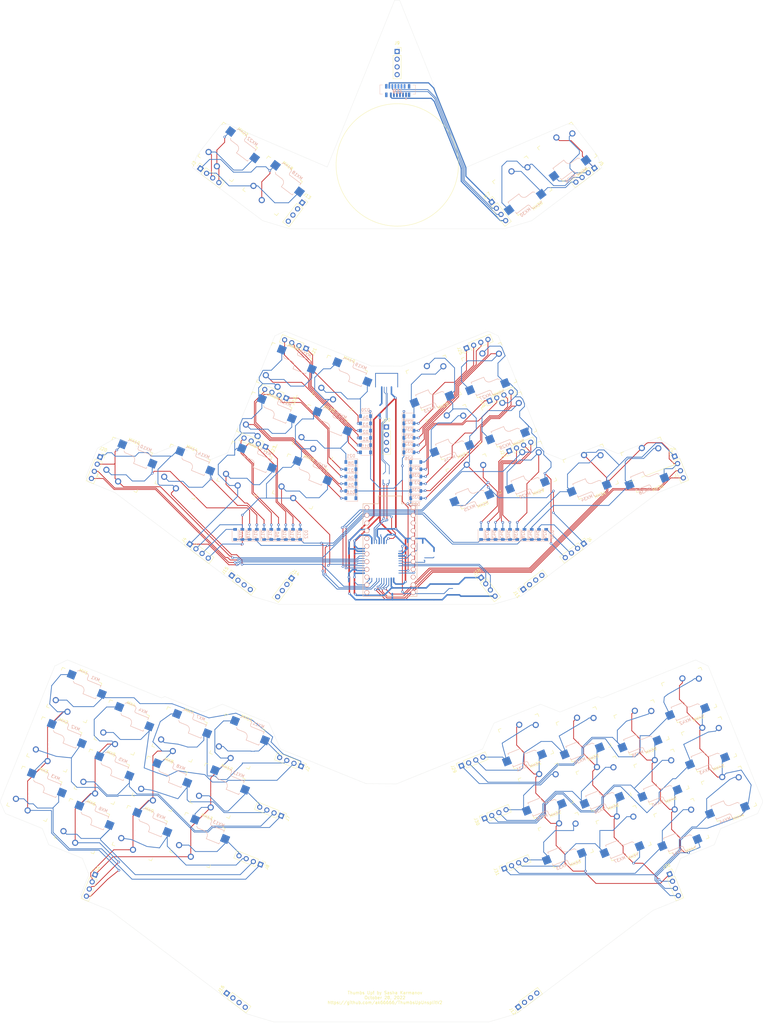
<source format=kicad_pcb>
(kicad_pcb (version 20171130) (host pcbnew "(5.1.4)-1")
  (layers (0 F.Cu signal) (31 B.Cu signal) (34 B.Paste user) (35 F.Paste user) (36 B.SilkS user) (37 F.SilkS user hide) (38 B.Mask user) (39 F.Mask user) (44 Edge.Cuts user))
  (net 0 "")
  (net 1 GND)
  (net 2 "Net-(C4-Pad1)")
  (net 3 "Net-(C5-Pad1)")
  (net 4 "Net-(C8-Pad1)")
  (net 5 "Net-(C10-Pad2)")
  (net 6 "Net-(D1-Pad2)")
  (net 7 ROW0)
  (net 8 "Net-(D2-Pad2)")
  (net 9 "Net-(D3-Pad2)")
  (net 10 "Net-(D4-Pad2)")
  (net 11 "Net-(D5-Pad2)")
  (net 12 ROW1)
  (net 13 "Net-(D6-Pad2)")
  (net 14 "Net-(D7-Pad2)")
  (net 15 "Net-(D8-Pad2)")
  (net 16 "Net-(D9-Pad2)")
  (net 17 ROW2)
  (net 18 "Net-(D10-Pad2)")
  (net 19 "Net-(D11-Pad2)")
  (net 20 "Net-(D12-Pad2)")
  (net 21 "Net-(D13-Pad2)")
  (net 22 ROW3)
  (net 23 "Net-(D14-Pad2)")
  (net 24 "Net-(D15-Pad2)")
  (net 25 "Net-(D16-Pad2)")
  (net 26 "Net-(D17-Pad2)")
  (net 27 "Net-(D18-Pad2)")
  (net 28 "Net-(D19-Pad2)")
  (net 29 "Net-(D20-Pad2)")
  (net 30 "Net-(D21-Pad2)")
  (net 31 "Net-(D22-Pad2)")
  (net 32 "Net-(D23-Pad2)")
  (net 33 "Net-(D24-Pad2)")
  (net 34 "Net-(D25-Pad2)")
  (net 35 "Net-(D26-Pad2)")
  (net 36 "Net-(D27-Pad2)")
  (net 37 "Net-(D28-Pad2)")
  (net 38 "Net-(D29-Pad2)")
  (net 39 "Net-(D30-Pad2)")
  (net 40 "Net-(D31-Pad2)")
  (net 41 "Net-(D32-Pad2)")
  (net 42 "Net-(D33-Pad2)")
  (net 43 "Net-(D34-Pad2)")
  (net 44 "Net-(D35-Pad2)")
  (net 45 "Net-(D36-Pad2)")
  (net 46 "Net-(D37-Pad2)")
  (net 47 "Net-(D38-Pad2)")
  (net 48 "Net-(D39-Pad2)")
  (net 49 "Net-(D40-Pad2)")
  (net 50 "Net-(D41-Pad2)")
  (net 51 "Net-(D42-Pad2)")
  (net 52 "Net-(D43-Pad2)")
  (net 53 "Net-(D44-Pad2)")
  (net 54 "Net-(J1-Pad4)")
  (net 55 "Net-(J1-Pad3)")
  (net 56 "Net-(J1-Pad2)")
  (net 57 "Net-(J1-Pad1)")
  (net 58 COL3)
  (net 59 COL2)
  (net 60 COL1)
  (net 61 COL0)
  (net 62 COL5)
  (net 63 COL4)
  (net 64 COL7)
  (net 65 COL6)
  (net 66 COL8)
  (net 67 COL9)
  (net 68 COLA)
  (net 69 COLB)
  (net 70 "Net-(J8-Pad4)")
  (net 71 "Net-(J8-Pad3)")
  (net 72 "Net-(J8-Pad2)")
  (net 73 "Net-(J8-Pad1)")
  (net 74 "Net-(J12-Pad4)")
  (net 75 "Net-(J12-Pad3)")
  (net 76 "Net-(J12-Pad2)")
  (net 77 "Net-(J12-Pad1)")
  (net 78 "Net-(J16-Pad4)")
  (net 79 "Net-(J16-Pad3)")
  (net 80 "Net-(J16-Pad2)")
  (net 81 "Net-(J16-Pad1)")
  (net 82 SCL)
  (net 83 SDA)
  (net 84 D-)
  (net 85 "Net-(R1-Pad1)")
  (net 86 D+)
  (net 87 "Net-(R2-Pad1)")
  (net 88 "Net-(R3-Pad2)")
  (net 89 "Net-(R4-Pad2)")
  (net 90 "Net-(U1-Pad20)")
  (net 91 "Net-(U1-Pad12)")
  (net 92 "Net-(U1-Pad11)")
  (net 93 "Net-(U1-Pad10)")
  (net 94 "Net-(U1-Pad9)")
  (net 95 "Net-(U1-Pad1)")
  (net 96 "Net-(J2-Pad4)")
  (net 97 "Net-(J2-Pad3)")
  (net 98 "Net-(J2-Pad2)")
  (net 99 "Net-(J2-Pad1)")
  (net 100 "Net-(J7-Pad4)")
  (net 101 "Net-(J7-Pad3)")
  (net 102 "Net-(J7-Pad2)")
  (net 103 "Net-(J7-Pad1)")
  (net 104 "Net-(J28-Pad4)")
  (net 105 "Net-(J28-Pad3)")
  (net 106 "Net-(J28-Pad2)")
  (net 107 "Net-(J28-Pad1)")
  (net 108 "Net-(J29-Pad4)")
  (net 109 "Net-(J29-Pad3)")
  (net 110 "Net-(J29-Pad2)")
  (net 111 "Net-(J29-Pad1)")
  (net 112 "Net-(J30-Pad4)")
  (net 113 "Net-(J30-Pad3)")
  (net 114 "Net-(J30-Pad2)")
  (net 115 "Net-(J30-Pad1)")
  (net 116 "Net-(J31-Pad4)")
  (net 117 "Net-(J31-Pad3)")
  (net 118 "Net-(J31-Pad2)")
  (net 119 "Net-(J31-Pad1)")
  (net 120 "Net-(J3-Pad4)")
  (net 121 "Net-(J3-Pad3)")
  (net 122 "Net-(J3-Pad2)")
  (net 123 "Net-(J3-Pad1)")
  (net 124 "Net-(J5-Pad4)")
  (net 125 "Net-(J5-Pad3)")
  (net 126 "Net-(J5-Pad2)")
  (net 127 "Net-(J5-Pad1)")
  (net 128 "Net-(J9-Pad1)")
  (net 129 "Net-(J9-Pad2)")
  (net 130 "Net-(J9-Pad3)")
  (net 131 "Net-(J9-Pad4)")
  (net 132 "Net-(J10-Pad1)")
  (net 133 "Net-(J10-Pad2)")
  (net 134 "Net-(J10-Pad3)")
  (net 135 "Net-(J10-Pad4)")
  (net 136 "Net-(J11-Pad1)")
  (net 137 "Net-(J11-Pad2)")
  (net 138 "Net-(J11-Pad3)")
  (net 139 "Net-(J11-Pad4)")
  (net 140 "Net-(J13-Pad4)")
  (net 141 "Net-(J13-Pad3)")
  (net 142 "Net-(J13-Pad2)")
  (net 143 "Net-(J13-Pad1)")
  (net 144 "Net-(J14-Pad4)")
  (net 145 "Net-(J14-Pad3)")
  (net 146 "Net-(J14-Pad2)")
  (net 147 "Net-(J14-Pad1)")
  (net 148 "Net-(J15-Pad4)")
  (net 149 "Net-(J15-Pad3)")
  (net 150 "Net-(J15-Pad2)")
  (net 151 "Net-(J15-Pad1)")
  (net 152 "Net-(USB1-Pad6)")
  (net 153 "Net-(J19-PadMP4)")
  (net 154 "Net-(J19-PadMP3)")
  (net 155 "Net-(J19-PadMP2)")
  (net 156 "Net-(J19-PadMP1)")
  (net 157 "Net-(J19-Pad8)")
  (net 158 "Net-(J19-Pad7)")
  (net 159 "Net-(J19-Pad6)")
  (net 160 "Net-(J19-Pad5)")
  (net 161 "Net-(J19-Pad4)")
  (net 162 "Net-(J19-Pad3)")
  (net 163 "Net-(J19-Pad2)")
  (net 164 "Net-(J19-Pad1)")
  (net 165 SCL-TOP)
  (net 166 SDA-TOP)
  (net 167 "Net-(F1-Pad2)")
  (net 168 GND-TOP)
  (net 169 VCC-TOP)
  (net 170 VCC)
  (net 171 "Net-(U1-Pad24)")
  (net 172 "Net-(U1-Pad23)")
  (net 173 "Net-(U1-Pad22)")
  (net 174 "Net-(U1-Pad21)")
  (net 175 "Net-(U1-Pad19)")
  (net 176 "Net-(U1-Pad18)")
  (net 177 "Net-(U1-Pad17)")
  (net 178 "Net-(U1-Pad16)")
  (net 179 "Net-(U1-Pad15)")
  (net 180 "Net-(U1-Pad14)")
  (net 181 "Net-(U1-Pad13)")
  (net 182 "Net-(U1-Pad8)")
  (net 183 "Net-(U1-Pad7)")
  (net 184 "Net-(U1-Pad6)")
  (net 185 "Net-(U1-Pad5)")
  (net 186 "Net-(U1-Pad4)")
  (net 187 "Net-(U1-Pad3)")
  (net 188 "Net-(U1-Pad2)")
  (module promicro:ProMicro (layer B.Cu) (at 147.828 213.106 270)
    (fp_text reference U1 hide)
    (fp_text value ProMicro)
    (pad 24 thru_hole circle (at -13.97 7.62 270) (size 1.6 1.6) (drill 1.1) (layers *.Cu *.Mask B.SilkS) (net 171 "Net-(U1-Pad24)"))
    (pad 23 thru_hole circle (at -11.43 7.62 270) (size 1.6 1.6) (drill 1.1) (layers *.Cu *.Mask B.SilkS) (net 172 "Net-(U1-Pad23)"))
    (pad 22 thru_hole circle (at -8.89 7.62 270) (size 1.6 1.6) (drill 1.1) (layers *.Cu *.Mask B.SilkS) (net 173 "Net-(U1-Pad22)"))
    (pad 21 thru_hole circle (at -6.35 7.62 270) (size 1.6 1.6) (drill 1.1) (layers *.Cu *.Mask B.SilkS) (net 174 "Net-(U1-Pad21)"))
    (pad 20 thru_hole circle (at -3.81 7.62 270) (size 1.6 1.6) (drill 1.1) (layers *.Cu *.Mask B.SilkS) (net 90 "Net-(U1-Pad20)"))
    (pad 19 thru_hole circle (at -1.27 7.62 270) (size 1.6 1.6) (drill 1.1) (layers *.Cu *.Mask B.SilkS) (net 175 "Net-(U1-Pad19)"))
    (pad 18 thru_hole circle (at 1.27 7.62 270) (size 1.6 1.6) (drill 1.1) (layers *.Cu *.Mask B.SilkS) (net 176 "Net-(U1-Pad18)"))
    (pad 17 thru_hole circle (at 3.81 7.62 270) (size 1.6 1.6) (drill 1.1) (layers *.Cu *.Mask B.SilkS) (net 177 "Net-(U1-Pad17)"))
    (pad 16 thru_hole circle (at 6.35 7.62 270) (size 1.6 1.6) (drill 1.1) (layers *.Cu *.Mask B.SilkS) (net 178 "Net-(U1-Pad16)"))
    (pad 15 thru_hole circle (at 8.89 7.62 270) (size 1.6 1.6) (drill 1.1) (layers *.Cu *.Mask B.SilkS) (net 179 "Net-(U1-Pad15)"))
    (pad 14 thru_hole circle (at 11.43 7.62 270) (size 1.6 1.6) (drill 1.1) (layers *.Cu *.Mask B.SilkS) (net 180 "Net-(U1-Pad14)"))
    (pad 13 thru_hole circle (at 13.97 7.62 270) (size 1.6 1.6) (drill 1.1) (layers *.Cu *.Mask B.SilkS) (net 181 "Net-(U1-Pad13)"))
    (pad 12 thru_hole circle (at 13.97 -7.62 270) (size 1.6 1.6) (drill 1.1) (layers *.Cu *.Mask B.SilkS) (net 91 "Net-(U1-Pad12)"))
    (pad 11 thru_hole circle (at 11.43 -7.62 270) (size 1.6 1.6) (drill 1.1) (layers *.Cu *.Mask B.SilkS) (net 92 "Net-(U1-Pad11)"))
    (pad 10 thru_hole circle (at 8.89 -7.62 270) (size 1.6 1.6) (drill 1.1) (layers *.Cu *.Mask B.SilkS) (net 93 "Net-(U1-Pad10)"))
    (pad 9 thru_hole circle (at 6.35 -7.62 270) (size 1.6 1.6) (drill 1.1) (layers *.Cu *.Mask B.SilkS) (net 94 "Net-(U1-Pad9)"))
    (pad 8 thru_hole circle (at 3.81 -7.62 270) (size 1.6 1.6) (drill 1.1) (layers *.Cu *.Mask B.SilkS) (net 182 "Net-(U1-Pad8)"))
    (pad 7 thru_hole circle (at 1.27 -7.62 270) (size 1.6 1.6) (drill 1.1) (layers *.Cu *.Mask B.SilkS) (net 183 "Net-(U1-Pad7)"))
    (pad 6 thru_hole circle (at -1.27 -7.62 270) (size 1.6 1.6) (drill 1.1) (layers *.Cu *.Mask B.SilkS) (net 184 "Net-(U1-Pad6)"))
    (pad 5 thru_hole circle (at -3.81 -7.62 270) (size 1.6 1.6) (drill 1.1) (layers *.Cu *.Mask B.SilkS) (net 185 "Net-(U1-Pad5)"))
    (pad 4 thru_hole circle (at -6.35 -7.62 270) (size 1.6 1.6) (drill 1.1) (layers *.Cu *.Mask B.SilkS) (net 186 "Net-(U1-Pad4)"))
    (pad 3 thru_hole circle (at -8.89 -7.62 270) (size 1.6 1.6) (drill 1.1) (layers *.Cu *.Mask B.SilkS) (net 187 "Net-(U1-Pad3)"))
    (pad 2 thru_hole circle (at -11.43 -7.62 270) (size 1.6 1.6) (drill 1.1) (layers *.Cu *.Mask B.SilkS) (net 188 "Net-(U1-Pad2)"))
    (pad 1 thru_hole rect (at -13.97 -7.62 270) (size 1.6 1.6) (drill 1.1) (layers *.Cu *.Mask B.SilkS) (net 95 "Net-(U1-Pad1)"))
  )
  (module 52559-1233:525591233 (layer B.Cu) (at 150.35 62 180)
    (fp_text reference J19 (at 0 -0.3) (layer B.SilkS) (effects (font (size 1.27 1.27) (thickness 0.254)) (justify mirror)))
    (fp_text value 52559-1233 hide)
    (pad MP4 smd rect (at 3.75 1.4 180) (size 0.8 1.5) (layers B.Cu B.Paste B.Mask) (net 153 "Net-(J19-PadMP4)"))
    (pad MP3 smd rect (at 3.75 -1.4 180) (size 0.8 1.5) (layers B.Cu B.Paste B.Mask) (net 154 "Net-(J19-PadMP3)"))
    (pad MP2 smd rect (at -3.75 1.4 180) (size 0.8 1.5) (layers B.Cu B.Paste B.Mask) (net 155 "Net-(J19-PadMP2)"))
    (pad MP1 smd rect (at -3.75 -1.4 180) (size 0.8 1.5) (layers B.Cu B.Paste B.Mask) (net 156 "Net-(J19-PadMP1)"))
    (pad 12 smd rect (at 2.75 1.4 180) (size 0.6 1.5) (layers B.Cu B.Paste B.Mask) (net 169 VCC-TOP))
    (pad 11 smd rect (at 2.25 -1.4 180) (size 0.6 1.5) (layers B.Cu B.Paste B.Mask) (net 168 GND-TOP))
    (pad 10 smd rect (at 1.75 1.4 180) (size 0.6 1.5) (layers B.Cu B.Paste B.Mask) (net 166 SDA-TOP))
    (pad 9 smd rect (at 1.25 -1.4 180) (size 0.6 1.5) (layers B.Cu B.Paste B.Mask) (net 165 SCL-TOP))
    (pad 8 smd rect (at 0.75 1.4 180) (size 0.6 1.5) (layers B.Cu B.Paste B.Mask) (net 157 "Net-(J19-Pad8)"))
    (pad 7 smd rect (at 0.25 -1.4 180) (size 0.6 1.5) (layers B.Cu B.Paste B.Mask) (net 158 "Net-(J19-Pad7)"))
    (pad 6 smd rect (at -0.25 1.4 180) (size 0.6 1.5) (layers B.Cu B.Paste B.Mask) (net 159 "Net-(J19-Pad6)"))
    (pad 5 smd rect (at -0.75 -1.4 180) (size 0.6 1.5) (layers B.Cu B.Paste B.Mask) (net 160 "Net-(J19-Pad5)"))
    (pad 4 smd rect (at -1.25 1.4 180) (size 0.6 1.5) (layers B.Cu B.Paste B.Mask) (net 161 "Net-(J19-Pad4)"))
    (pad 3 smd rect (at -1.75 -1.4 180) (size 0.6 1.5) (layers B.Cu B.Paste B.Mask) (net 162 "Net-(J19-Pad3)"))
    (pad 2 smd rect (at -2.25 1.4 180) (size 0.6 1.5) (layers B.Cu B.Paste B.Mask) (net 163 "Net-(J19-Pad2)"))
    (pad 1 smd rect (at -2.75 -1.4 180) (size 0.6 1.5) (layers B.Cu B.Paste B.Mask) (net 164 "Net-(J19-Pad1)"))
  )
  (module Connector_PinHeader_2.54mm:PinHeader_1x04_P2.54mm_Vertical (layer F.Cu) (at 187.1 180.5 112)
    (fp_text reference J27 (at 0 -2.33 112) (layer F.SilkS))
    (fp_text value Conn_01x04_Male)
    (pad 4 thru_hole oval (at 0 7.62 112) (size 1.7 1.7) (drill 1) (layers *.Cu *.Mask) (net 48 "Net-(D39-Pad2)"))
    (pad 3 thru_hole oval (at 0 5.08 112) (size 1.7 1.7) (drill 1) (layers *.Cu *.Mask) (net 49 "Net-(D40-Pad2)"))
    (pad 2 thru_hole oval (at 0 2.54 112) (size 1.7 1.7) (drill 1) (layers *.Cu *.Mask) (net 50 "Net-(D41-Pad2)"))
    (pad 1 thru_hole rect (at 0 0 112) (size 1.7 1.7) (drill 1) (layers *.Cu *.Mask) (net 51 "Net-(D42-Pad2)"))
  )
  (module Connector_PinSocket_2.54mm:PinSocket_1x04_P2.54mm_Vertical (layer F.Cu) (at 185.45 317.85 112)
    (fp_text reference J31 (at 0 -2.77 112) (layer F.SilkS))
    (fp_text value Conn_01x04_Female)
    (pad 1 thru_hole rect (at 0 0 112) (size 1.7 1.7) (drill 1) (layers *.Cu *.Mask) (net 119 "Net-(J31-Pad1)"))
    (pad 2 thru_hole oval (at 0 2.54 112) (size 1.7 1.7) (drill 1) (layers *.Cu *.Mask) (net 118 "Net-(J31-Pad2)"))
    (pad 3 thru_hole oval (at 0 5.08 112) (size 1.7 1.7) (drill 1) (layers *.Cu *.Mask) (net 117 "Net-(J31-Pad3)"))
    (pad 4 thru_hole oval (at 0 7.62 112) (size 1.7 1.7) (drill 1) (layers *.Cu *.Mask) (net 116 "Net-(J31-Pad4)"))
  )
  (module Connector_PinHeader_2.54mm:PinHeader_1x04_P2.54mm_Vertical (layer F.Cu) (at 241.528381 182.31109 22)
    (fp_text reference J24 (at 0 -2.33 22) (layer F.SilkS))
    (fp_text value Conn_01x04_Male)
    (pad 1 thru_hole rect (at 0 0 22) (size 1.7 1.7) (drill 1) (layers *.Cu *.Mask) (net 66 COL8))
    (pad 2 thru_hole oval (at 0 2.54 22) (size 1.7 1.7) (drill 1) (layers *.Cu *.Mask) (net 67 COL9))
    (pad 3 thru_hole oval (at 0 5.08 22) (size 1.7 1.7) (drill 1) (layers *.Cu *.Mask) (net 68 COLA))
    (pad 4 thru_hole oval (at 0 7.62 22) (size 1.7 1.7) (drill 1) (layers *.Cu *.Mask) (net 69 COLB))
  )
  (module Connector_PinHeader_2.54mm:PinHeader_1x04_P2.54mm_Vertical (layer F.Cu) (at 172.994345 146.690649 112)
    (fp_text reference J25 (at 0 -2.33 112) (layer F.SilkS))
    (fp_text value Conn_01x04_Male)
    (pad 1 thru_hole rect (at 0 0 112) (size 1.7 1.7) (drill 1) (layers *.Cu *.Mask) (net 43 "Net-(D34-Pad2)"))
    (pad 2 thru_hole oval (at 0 2.54 112) (size 1.7 1.7) (drill 1) (layers *.Cu *.Mask) (net 42 "Net-(D33-Pad2)"))
    (pad 3 thru_hole oval (at 0 5.08 112) (size 1.7 1.7) (drill 1) (layers *.Cu *.Mask) (net 41 "Net-(D32-Pad2)"))
    (pad 4 thru_hole oval (at 0 7.62 112) (size 1.7 1.7) (drill 1) (layers *.Cu *.Mask) (net 40 "Net-(D31-Pad2)"))
  )
  (module Connector_PinHeader_2.54mm:PinHeader_1x04_P2.54mm_Vertical (layer F.Cu) (at 180.6 164 112)
    (fp_text reference J26 (at 0 -2.33 112) (layer F.SilkS))
    (fp_text value Conn_01x04_Male)
    (pad 1 thru_hole rect (at 0 0 112) (size 1.7 1.7) (drill 1) (layers *.Cu *.Mask) (net 47 "Net-(D38-Pad2)"))
    (pad 2 thru_hole oval (at 0 2.54 112) (size 1.7 1.7) (drill 1) (layers *.Cu *.Mask) (net 46 "Net-(D37-Pad2)"))
    (pad 3 thru_hole oval (at 0 5.08 112) (size 1.7 1.7) (drill 1) (layers *.Cu *.Mask) (net 45 "Net-(D36-Pad2)"))
    (pad 4 thru_hole oval (at 0 7.62 112) (size 1.7 1.7) (drill 1) (layers *.Cu *.Mask) (net 44 "Net-(D35-Pad2)"))
  )
  (module Connector_PinSocket_2.54mm:PinSocket_1x04_P2.54mm_Vertical (layer F.Cu) (at 239.869616 319.672841 22)
    (fp_text reference J28 (at 0 -2.77 22) (layer F.SilkS))
    (fp_text value Conn_01x04_Female)
    (pad 4 thru_hole oval (at 0 7.62 22) (size 1.7 1.7) (drill 1) (layers *.Cu *.Mask) (net 104 "Net-(J28-Pad4)"))
    (pad 3 thru_hole oval (at 0 5.08 22) (size 1.7 1.7) (drill 1) (layers *.Cu *.Mask) (net 105 "Net-(J28-Pad3)"))
    (pad 2 thru_hole oval (at 0 2.54 22) (size 1.7 1.7) (drill 1) (layers *.Cu *.Mask) (net 106 "Net-(J28-Pad2)"))
    (pad 1 thru_hole rect (at 0 0 22) (size 1.7 1.7) (drill 1) (layers *.Cu *.Mask) (net 107 "Net-(J28-Pad1)"))
  )
  (module Connector_PinSocket_2.54mm:PinSocket_1x04_P2.54mm_Vertical (layer F.Cu) (at 171.33558 284.0524 112)
    (fp_text reference J29 (at 0 -2.77 112) (layer F.SilkS))
    (fp_text value Conn_01x04_Female)
    (pad 4 thru_hole oval (at 0 7.62 112) (size 1.7 1.7) (drill 1) (layers *.Cu *.Mask) (net 108 "Net-(J29-Pad4)"))
    (pad 3 thru_hole oval (at 0 5.08 112) (size 1.7 1.7) (drill 1) (layers *.Cu *.Mask) (net 109 "Net-(J29-Pad3)"))
    (pad 2 thru_hole oval (at 0 2.54 112) (size 1.7 1.7) (drill 1) (layers *.Cu *.Mask) (net 110 "Net-(J29-Pad2)"))
    (pad 1 thru_hole rect (at 0 0 112) (size 1.7 1.7) (drill 1) (layers *.Cu *.Mask) (net 111 "Net-(J29-Pad1)"))
  )
  (module Connector_PinSocket_2.54mm:PinSocket_1x04_P2.54mm_Vertical (layer F.Cu) (at 178.95 301.35 112)
    (fp_text reference J30 (at 0 -2.77 112) (layer F.SilkS))
    (fp_text value Conn_01x04_Female)
    (pad 4 thru_hole oval (at 0 7.62 112) (size 1.7 1.7) (drill 1) (layers *.Cu *.Mask) (net 112 "Net-(J30-Pad4)"))
    (pad 3 thru_hole oval (at 0 5.08 112) (size 1.7 1.7) (drill 1) (layers *.Cu *.Mask) (net 113 "Net-(J30-Pad3)"))
    (pad 2 thru_hole oval (at 0 2.54 112) (size 1.7 1.7) (drill 1) (layers *.Cu *.Mask) (net 114 "Net-(J30-Pad2)"))
    (pad 1 thru_hole rect (at 0 0 112) (size 1.7 1.7) (drill 1) (layers *.Cu *.Mask) (net 115 "Net-(J30-Pad1)"))
  )
  (module Connector_PinHeader_2.54mm:PinHeader_1x04_P2.54mm_Vertical (layer F.Cu) (at 177.807813 222.177231 37)
    (fp_text reference J18 (at 0 -2.33 37) (layer F.SilkS))
    (fp_text value Raiser_Male)
    (pad 4 thru_hole oval (at 0 7.62 37) (size 1.7 1.7) (drill 1) (layers *.Cu *.Mask) (net 1 GND))
    (pad 3 thru_hole oval (at 0 5.08 37) (size 1.7 1.7) (drill 1) (layers *.Cu *.Mask) (net 82 SCL))
    (pad 2 thru_hole oval (at 0 2.54 37) (size 1.7 1.7) (drill 1) (layers *.Cu *.Mask) (net 83 SDA))
    (pad 1 thru_hole rect (at 0 0 37) (size 1.7 1.7) (drill 1) (layers *.Cu *.Mask) (net 170 VCC))
  )
  (module keyswitches:Kailh_socket_PG1350_optional (layer F.Cu) (at 191.365031 93.278639 217)
    (fp_text reference MX30 (at 0 -8.255 37) (layer F.SilkS))
    (fp_text value SwRMOD)
    (fp_text user %R (at 4.445 -7.62 37) (layer B.SilkS) (effects (justify mirror)))
    (pad 2 smd rect (at 8.275 -3.75 217) (size 2.6 2.6) (layers B.Cu B.Paste B.Mask) (net 125 "Net-(J5-Pad3)"))
    (pad "" np_thru_hole circle (at 0 -5.95 217) (size 3 3) (drill 3) (layers *.Cu *.Mask))
    (pad 1 thru_hole circle (at 0 5.9 217) (size 2.032 2.032) (drill 1.27) (layers *.Cu *.Mask) (net 124 "Net-(J5-Pad4)"))
    (pad 2 thru_hole circle (at -5 3.8 217) (size 2.032 2.032) (drill 1.27) (layers *.Cu *.Mask) (net 125 "Net-(J5-Pad3)"))
    (pad "" np_thru_hole circle (at 0 0 217) (size 3.429 3.429) (drill 3.429) (layers *.Cu *.Mask))
    (pad "" np_thru_hole circle (at 5 -3.75 217) (size 3 3) (drill 3) (layers *.Cu *.Mask))
    (pad 1 smd rect (at -3.275 -5.95 217) (size 2.6 2.6) (layers B.Cu B.Paste B.Mask) (net 124 "Net-(J5-Pad4)"))
    (pad "" np_thru_hole circle (at 5.5 0 217) (size 1.7018 1.7018) (drill 1.7018) (layers *.Cu *.Mask))
    (pad "" np_thru_hole circle (at -5.5 0 217) (size 1.7018 1.7018) (drill 1.7018) (layers *.Cu *.Mask))
  )
  (module Connector_PinSocket_2.54mm:PinSocket_1x04_P2.54mm_Vertical (layer F.Cu) (at 85.407015 87.665681 53)
    (fp_text reference J3 (at 0 -2.77 53) (layer F.SilkS))
    (fp_text value Conn_01x04_Female)
    (pad 4 thru_hole oval (at 0 7.62 53) (size 1.7 1.7) (drill 1) (layers *.Cu *.Mask) (net 120 "Net-(J3-Pad4)"))
    (pad 3 thru_hole oval (at 0 5.08 53) (size 1.7 1.7) (drill 1) (layers *.Cu *.Mask) (net 121 "Net-(J3-Pad3)"))
    (pad 2 thru_hole oval (at 0 2.54 53) (size 1.7 1.7) (drill 1) (layers *.Cu *.Mask) (net 122 "Net-(J3-Pad2)"))
    (pad 1 thru_hole rect (at 0 0 53) (size 1.7 1.7) (drill 1) (layers *.Cu *.Mask) (net 123 "Net-(J3-Pad1)"))
  )
  (module Connector_PinSocket_2.54mm:PinSocket_1x04_P2.54mm_Vertical (layer F.Cu) (at 215.100744 87.512076 307)
    (fp_text reference J5 (at 0 -2.77 127) (layer F.SilkS))
    (fp_text value Conn_01x04_Female)
    (pad 4 thru_hole oval (at 0 7.62 307) (size 1.7 1.7) (drill 1) (layers *.Cu *.Mask) (net 124 "Net-(J5-Pad4)"))
    (pad 3 thru_hole oval (at 0 5.08 307) (size 1.7 1.7) (drill 1) (layers *.Cu *.Mask) (net 125 "Net-(J5-Pad3)"))
    (pad 2 thru_hole oval (at 0 2.54 307) (size 1.7 1.7) (drill 1) (layers *.Cu *.Mask) (net 126 "Net-(J5-Pad2)"))
    (pad 1 thru_hole rect (at 0 0 307) (size 1.7 1.7) (drill 1) (layers *.Cu *.Mask) (net 127 "Net-(J5-Pad1)"))
  )
  (module keyswitches:Kailh_socket_PG1350_optional (layer F.Cu) (at 109.157264 93.31124 323)
    (fp_text reference MX18 (at 0 -8.255 143) (layer F.SilkS))
    (fp_text value SwLMOD)
    (fp_text user %R (at 4.445 -7.62 143) (layer B.SilkS) (effects (justify mirror)))
    (pad 2 smd rect (at 8.275 -3.75 323) (size 2.6 2.6) (layers B.Cu B.Paste B.Mask) (net 122 "Net-(J3-Pad2)"))
    (pad "" np_thru_hole circle (at 0 -5.95 323) (size 3 3) (drill 3) (layers *.Cu *.Mask))
    (pad 1 thru_hole circle (at 0 5.9 323) (size 2.032 2.032) (drill 1.27) (layers *.Cu *.Mask) (net 123 "Net-(J3-Pad1)"))
    (pad 2 thru_hole circle (at -5 3.8 323) (size 2.032 2.032) (drill 1.27) (layers *.Cu *.Mask) (net 122 "Net-(J3-Pad2)"))
    (pad "" np_thru_hole circle (at 0 0 323) (size 3.429 3.429) (drill 3.429) (layers *.Cu *.Mask))
    (pad "" np_thru_hole circle (at 5 -3.75 323) (size 3 3) (drill 3) (layers *.Cu *.Mask))
    (pad 1 smd rect (at -3.275 -5.95 323) (size 2.6 2.6) (layers B.Cu B.Paste B.Mask) (net 123 "Net-(J3-Pad1)"))
    (pad "" np_thru_hole circle (at 5.5 0 323) (size 1.7018 1.7018) (drill 1.7018) (layers *.Cu *.Mask))
    (pad "" np_thru_hole circle (at -5.5 0 323) (size 1.7018 1.7018) (drill 1.7018) (layers *.Cu *.Mask))
  )
  (module keyswitches:Kailh_socket_PG1350_optional (layer F.Cu) (at 94.382507 82.177663 323)
    (fp_text reference MX22 (at 0 -8.255 143) (layer F.SilkS))
    (fp_text value SwLSHFT)
    (fp_text user %R (at 4.445 -7.62 143) (layer B.SilkS) (effects (justify mirror)))
    (pad 2 smd rect (at 8.275 -3.75 323) (size 2.6 2.6) (layers B.Cu B.Paste B.Mask) (net 121 "Net-(J3-Pad3)"))
    (pad "" np_thru_hole circle (at 0 -5.95 323) (size 3 3) (drill 3) (layers *.Cu *.Mask))
    (pad 1 thru_hole circle (at 0 5.9 323) (size 2.032 2.032) (drill 1.27) (layers *.Cu *.Mask) (net 120 "Net-(J3-Pad4)"))
    (pad 2 thru_hole circle (at -5 3.8 323) (size 2.032 2.032) (drill 1.27) (layers *.Cu *.Mask) (net 121 "Net-(J3-Pad3)"))
    (pad "" np_thru_hole circle (at 0 0 323) (size 3.429 3.429) (drill 3.429) (layers *.Cu *.Mask))
    (pad "" np_thru_hole circle (at 5 -3.75 323) (size 3 3) (drill 3) (layers *.Cu *.Mask))
    (pad 1 smd rect (at -3.275 -5.95 323) (size 2.6 2.6) (layers B.Cu B.Paste B.Mask) (net 120 "Net-(J3-Pad4)"))
    (pad "" np_thru_hole circle (at 5.5 0 323) (size 1.7018 1.7018) (drill 1.7018) (layers *.Cu *.Mask))
    (pad "" np_thru_hole circle (at -5.5 0 323) (size 1.7018 1.7018) (drill 1.7018) (layers *.Cu *.Mask))
  )
  (module keyswitches:Kailh_socket_PG1350_optional (layer F.Cu) (at 206.139788 82.145061 217)
    (fp_text reference MX26 (at 0 -8.255 37) (layer F.SilkS))
    (fp_text value SwRSHFT)
    (fp_text user %R (at 4.445 -7.62 37) (layer B.SilkS) (effects (justify mirror)))
    (pad 2 smd rect (at 8.275 -3.75 217) (size 2.6 2.6) (layers B.Cu B.Paste B.Mask) (net 126 "Net-(J5-Pad2)"))
    (pad "" np_thru_hole circle (at 0 -5.95 217) (size 3 3) (drill 3) (layers *.Cu *.Mask))
    (pad 1 thru_hole circle (at 0 5.9 217) (size 2.032 2.032) (drill 1.27) (layers *.Cu *.Mask) (net 127 "Net-(J5-Pad1)"))
    (pad 2 thru_hole circle (at -5 3.8 217) (size 2.032 2.032) (drill 1.27) (layers *.Cu *.Mask) (net 126 "Net-(J5-Pad2)"))
    (pad "" np_thru_hole circle (at 0 0 217) (size 3.429 3.429) (drill 3.429) (layers *.Cu *.Mask))
    (pad "" np_thru_hole circle (at 5 -3.75 217) (size 3 3) (drill 3) (layers *.Cu *.Mask))
    (pad 1 smd rect (at -3.275 -5.95 217) (size 2.6 2.6) (layers B.Cu B.Paste B.Mask) (net 127 "Net-(J5-Pad1)"))
    (pad "" np_thru_hole circle (at 5.5 0 217) (size 1.7018 1.7018) (drill 1.7018) (layers *.Cu *.Mask))
    (pad "" np_thru_hole circle (at -5.5 0 217) (size 1.7018 1.7018) (drill 1.7018) (layers *.Cu *.Mask))
  )
  (module Connector_PinSocket_2.54mm:PinSocket_1x04_P2.54mm_Vertical (layer F.Cu) (at 150.158765 49.138249)
    (fp_text reference J9 (at 0 -2.77) (layer F.SilkS))
    (fp_text value Raiser_Female)
    (pad 1 thru_hole rect (at 0 0) (size 1.7 1.7) (drill 1) (layers *.Cu *.Mask) (net 128 "Net-(J9-Pad1)"))
    (pad 2 thru_hole oval (at 0 2.54) (size 1.7 1.7) (drill 1) (layers *.Cu *.Mask) (net 129 "Net-(J9-Pad2)"))
    (pad 3 thru_hole oval (at 0 5.08) (size 1.7 1.7) (drill 1) (layers *.Cu *.Mask) (net 130 "Net-(J9-Pad3)"))
    (pad 4 thru_hole oval (at 0 7.62) (size 1.7 1.7) (drill 1) (layers *.Cu *.Mask) (net 131 "Net-(J9-Pad4)"))
  )
  (module Connector_PinSocket_2.54mm:PinSocket_1x04_P2.54mm_Vertical (layer F.Cu) (at 181.307813 98.677231 37)
    (fp_text reference J17 (at 0 -2.77 37) (layer F.SilkS))
    (fp_text value Raiser_Female)
    (pad 4 thru_hole oval (at 0 7.62 37) (size 1.7 1.7) (drill 1) (layers *.Cu *.Mask) (net 168 GND-TOP))
    (pad 3 thru_hole oval (at 0 5.08 37) (size 1.7 1.7) (drill 1) (layers *.Cu *.Mask) (net 165 SCL-TOP))
    (pad 2 thru_hole oval (at 0 2.54 37) (size 1.7 1.7) (drill 1) (layers *.Cu *.Mask) (net 166 SDA-TOP))
    (pad 1 thru_hole rect (at 0 0 37) (size 1.7 1.7) (drill 1) (layers *.Cu *.Mask) (net 169 VCC-TOP))
  )
  (module Connector_PinSocket_2.54mm:PinSocket_1x04_P2.54mm_Vertical (layer F.Cu) (at 118.920114 98.875833 323)
    (fp_text reference J13 (at 0 -2.77 143) (layer F.SilkS))
    (fp_text value Raiser_Female)
    (pad 4 thru_hole oval (at 0 7.62 323) (size 1.7 1.7) (drill 1) (layers *.Cu *.Mask) (net 140 "Net-(J13-Pad4)"))
    (pad 3 thru_hole oval (at 0 5.08 323) (size 1.7 1.7) (drill 1) (layers *.Cu *.Mask) (net 141 "Net-(J13-Pad3)"))
    (pad 2 thru_hole oval (at 0 2.54 323) (size 1.7 1.7) (drill 1) (layers *.Cu *.Mask) (net 142 "Net-(J13-Pad2)"))
    (pad 1 thru_hole rect (at 0 0 323) (size 1.7 1.7) (drill 1) (layers *.Cu *.Mask) (net 143 "Net-(J13-Pad1)"))
  )
  (module keyswitches:Kailh_socket_PG1350_optional (layer F.Cu) (at 232.921502 185.033521 202)
    (fp_text reference MX38 (at 0 -8.255 22) (layer F.SilkS))
    (fp_text value SwMENU)
    (fp_text user %R (at 4.445 -7.62 22) (layer B.SilkS) (effects (justify mirror)))
    (pad "" np_thru_hole circle (at -5.5 0 202) (size 1.7018 1.7018) (drill 1.7018) (layers *.Cu *.Mask))
    (pad "" np_thru_hole circle (at 5.5 0 202) (size 1.7018 1.7018) (drill 1.7018) (layers *.Cu *.Mask))
    (pad 1 smd rect (at -3.275 -5.95 202) (size 2.6 2.6) (layers B.Cu B.Paste B.Mask) (net 67 COL9))
    (pad "" np_thru_hole circle (at 5 -3.75 202) (size 3 3) (drill 3) (layers *.Cu *.Mask))
    (pad "" np_thru_hole circle (at 0 0 202) (size 3.429 3.429) (drill 3.429) (layers *.Cu *.Mask))
    (pad 2 thru_hole circle (at -5 3.8 202) (size 2.032 2.032) (drill 1.27) (layers *.Cu *.Mask) (net 53 "Net-(D44-Pad2)"))
    (pad 1 thru_hole circle (at 0 5.9 202) (size 2.032 2.032) (drill 1.27) (layers *.Cu *.Mask) (net 67 COL9))
    (pad "" np_thru_hole circle (at 0 -5.95 202) (size 3 3) (drill 3) (layers *.Cu *.Mask))
    (pad 2 smd rect (at 8.275 -3.75 202) (size 2.6 2.6) (layers B.Cu B.Paste B.Mask) (net 53 "Net-(D44-Pad2)"))
  )
  (module keyswitches:Kailh_socket_PG1350_optional (layer F.Cu) (at 180.44728 153.925548 202)
    (fp_text reference MX27 (at 0 -8.255 22) (layer F.SilkS))
    (fp_text value SwU)
    (fp_text user %R (at 4.445 -7.62 22) (layer B.SilkS) (effects (justify mirror)))
    (pad "" np_thru_hole circle (at -5.5 0 202) (size 1.7018 1.7018) (drill 1.7018) (layers *.Cu *.Mask))
    (pad "" np_thru_hole circle (at 5.5 0 202) (size 1.7018 1.7018) (drill 1.7018) (layers *.Cu *.Mask))
    (pad 1 smd rect (at -3.275 -5.95 202) (size 2.6 2.6) (layers B.Cu B.Paste B.Mask) (net 64 COL7))
    (pad "" np_thru_hole circle (at 5 -3.75 202) (size 3 3) (drill 3) (layers *.Cu *.Mask))
    (pad "" np_thru_hole circle (at 0 0 202) (size 3.429 3.429) (drill 3.429) (layers *.Cu *.Mask))
    (pad 2 thru_hole circle (at -5 3.8 202) (size 2.032 2.032) (drill 1.27) (layers *.Cu *.Mask) (net 35 "Net-(D26-Pad2)"))
    (pad 1 thru_hole circle (at 0 5.9 202) (size 2.032 2.032) (drill 1.27) (layers *.Cu *.Mask) (net 64 COL7))
    (pad "" np_thru_hole circle (at 0 -5.95 202) (size 3 3) (drill 3) (layers *.Cu *.Mask))
    (pad 2 smd rect (at 8.275 -3.75 202) (size 2.6 2.6) (layers B.Cu B.Paste B.Mask) (net 35 "Net-(D26-Pad2)"))
  )
  (module keyswitches:Kailh_socket_PG1350_optional (layer F.Cu) (at 187.002895 170.151265 202)
    (fp_text reference MX28 (at 0 -8.255 22) (layer F.SilkS))
    (fp_text value SwJ)
    (fp_text user %R (at 4.445 -7.62 22) (layer B.SilkS) (effects (justify mirror)))
    (pad "" np_thru_hole circle (at -5.5 0 202) (size 1.7018 1.7018) (drill 1.7018) (layers *.Cu *.Mask))
    (pad "" np_thru_hole circle (at 5.5 0 202) (size 1.7018 1.7018) (drill 1.7018) (layers *.Cu *.Mask))
    (pad 1 smd rect (at -3.275 -5.95 202) (size 2.6 2.6) (layers B.Cu B.Paste B.Mask) (net 64 COL7))
    (pad "" np_thru_hole circle (at 5 -3.75 202) (size 3 3) (drill 3) (layers *.Cu *.Mask))
    (pad "" np_thru_hole circle (at 0 0 202) (size 3.429 3.429) (drill 3.429) (layers *.Cu *.Mask))
    (pad 2 thru_hole circle (at -5 3.8 202) (size 2.032 2.032) (drill 1.27) (layers *.Cu *.Mask) (net 36 "Net-(D27-Pad2)"))
    (pad 1 thru_hole circle (at 0 5.9 202) (size 2.032 2.032) (drill 1.27) (layers *.Cu *.Mask) (net 64 COL7))
    (pad "" np_thru_hole circle (at 0 -5.95 202) (size 3 3) (drill 3) (layers *.Cu *.Mask))
    (pad 2 smd rect (at 8.275 -3.75 202) (size 2.6 2.6) (layers B.Cu B.Paste B.Mask) (net 36 "Net-(D27-Pad2)"))
  )
  (module keyswitches:Kailh_socket_PG1350_optional (layer F.Cu) (at 193.55851 186.376983 202)
    (fp_text reference MX29 (at 0 -8.255 22) (layer F.SilkS))
    (fp_text value SwM)
    (fp_text user %R (at 4.445 -7.62 22) (layer B.SilkS) (effects (justify mirror)))
    (pad "" np_thru_hole circle (at -5.5 0 202) (size 1.7018 1.7018) (drill 1.7018) (layers *.Cu *.Mask))
    (pad "" np_thru_hole circle (at 5.5 0 202) (size 1.7018 1.7018) (drill 1.7018) (layers *.Cu *.Mask))
    (pad 1 smd rect (at -3.275 -5.95 202) (size 2.6 2.6) (layers B.Cu B.Paste B.Mask) (net 64 COL7))
    (pad "" np_thru_hole circle (at 5 -3.75 202) (size 3 3) (drill 3) (layers *.Cu *.Mask))
    (pad "" np_thru_hole circle (at 0 0 202) (size 3.429 3.429) (drill 3.429) (layers *.Cu *.Mask))
    (pad 2 thru_hole circle (at -5 3.8 202) (size 2.032 2.032) (drill 1.27) (layers *.Cu *.Mask) (net 37 "Net-(D28-Pad2)"))
    (pad 1 thru_hole circle (at 0 5.9 202) (size 2.032 2.032) (drill 1.27) (layers *.Cu *.Mask) (net 64 COL7))
    (pad "" np_thru_hole circle (at 0 -5.95 202) (size 3 3) (drill 3) (layers *.Cu *.Mask))
    (pad 2 smd rect (at 8.275 -3.75 202) (size 2.6 2.6) (layers B.Cu B.Paste B.Mask) (net 37 "Net-(D28-Pad2)"))
  )
  (module keyswitches:Kailh_socket_PG1350_optional (layer F.Cu) (at 213.895568 187.327824 202)
    (fp_text reference MX34 (at 0 -8.255 22) (layer F.SilkS))
    (fp_text value SwRALT)
    (fp_text user %R (at 4.445 -7.62 22) (layer B.SilkS) (effects (justify mirror)))
    (pad "" np_thru_hole circle (at -5.5 0 202) (size 1.7018 1.7018) (drill 1.7018) (layers *.Cu *.Mask))
    (pad "" np_thru_hole circle (at 5.5 0 202) (size 1.7018 1.7018) (drill 1.7018) (layers *.Cu *.Mask))
    (pad 1 smd rect (at -3.275 -5.95 202) (size 2.6 2.6) (layers B.Cu B.Paste B.Mask) (net 66 COL8))
    (pad "" np_thru_hole circle (at 5 -3.75 202) (size 3 3) (drill 3) (layers *.Cu *.Mask))
    (pad "" np_thru_hole circle (at 0 0 202) (size 3.429 3.429) (drill 3.429) (layers *.Cu *.Mask))
    (pad 2 thru_hole circle (at -5 3.8 202) (size 2.032 2.032) (drill 1.27) (layers *.Cu *.Mask) (net 52 "Net-(D43-Pad2)"))
    (pad 1 thru_hole circle (at 0 5.9 202) (size 2.032 2.032) (drill 1.27) (layers *.Cu *.Mask) (net 66 COL8))
    (pad "" np_thru_hole circle (at 0 -5.95 202) (size 3 3) (drill 3) (layers *.Cu *.Mask))
    (pad 2 smd rect (at 8.275 -3.75 202) (size 2.6 2.6) (layers B.Cu B.Paste B.Mask) (net 52 "Net-(D43-Pad2)"))
  )
  (module Connector_PinHeader_2.54mm:PinHeader_1x04_P2.54mm_Vertical (layer F.Cu) (at 211.600744 211.012076 307)
    (fp_text reference J6 (at 0 -2.33 127) (layer F.SilkS))
    (fp_text value Conn_01x04_Male)
    (pad 4 thru_hole oval (at 0 7.62 307) (size 1.7 1.7) (drill 1) (layers *.Cu *.Mask) (net 64 COL7))
    (pad 3 thru_hole oval (at 0 5.08 307) (size 1.7 1.7) (drill 1) (layers *.Cu *.Mask) (net 39 "Net-(D30-Pad2)"))
    (pad 2 thru_hole oval (at 0 2.54 307) (size 1.7 1.7) (drill 1) (layers *.Cu *.Mask) (net 38 "Net-(D29-Pad2)"))
    (pad 1 thru_hole rect (at 0 0 307) (size 1.7 1.7) (drill 1) (layers *.Cu *.Mask) (net 65 COL6))
  )
  (module Connector_PinHeader_2.54mm:PinHeader_1x04_P2.54mm_Vertical (layer F.Cu) (at 81.907015 211.165681 53)
    (fp_text reference J4 (at 0 -2.33 53) (layer F.SilkS))
    (fp_text value Conn_01x04_Male)
    (pad 4 thru_hole oval (at 0 7.62 53) (size 1.7 1.7) (drill 1) (layers *.Cu *.Mask) (net 62 COL5))
    (pad 3 thru_hole oval (at 0 5.08 53) (size 1.7 1.7) (drill 1) (layers *.Cu *.Mask) (net 28 "Net-(D19-Pad2)"))
    (pad 2 thru_hole oval (at 0 2.54 53) (size 1.7 1.7) (drill 1) (layers *.Cu *.Mask) (net 27 "Net-(D18-Pad2)"))
    (pad 1 thru_hole rect (at 0 0 53) (size 1.7 1.7) (drill 1) (layers *.Cu *.Mask) (net 63 COL4))
  )
  (module Connector_PinSocket_2.54mm:PinSocket_1x04_P2.54mm_Vertical (layer F.Cu) (at 52.395205 182.503276 338)
    (fp_text reference J20 (at 0 -2.77 158) (layer F.SilkS))
    (fp_text value Conn_01x04_Female)
    (pad 1 thru_hole rect (at 0 0 338) (size 1.7 1.7) (drill 1) (layers *.Cu *.Mask) (net 58 COL3))
    (pad 2 thru_hole oval (at 0 2.54 338) (size 1.7 1.7) (drill 1) (layers *.Cu *.Mask) (net 59 COL2))
    (pad 3 thru_hole oval (at 0 5.08 338) (size 1.7 1.7) (drill 1) (layers *.Cu *.Mask) (net 60 COL1))
    (pad 4 thru_hole oval (at 0 7.62 338) (size 1.7 1.7) (drill 1) (layers *.Cu *.Mask) (net 61 COL0))
  )
  (module Connector_PinSocket_2.54mm:PinSocket_1x04_P2.54mm_Vertical (layer F.Cu) (at 120.197799 146.824591 248)
    (fp_text reference J21 (at 0 -2.77 68) (layer F.SilkS))
    (fp_text value Conn_01x04_Female)
    (pad 1 thru_hole rect (at 0 0 248) (size 1.7 1.7) (drill 1) (layers *.Cu *.Mask) (net 10 "Net-(D4-Pad2)"))
    (pad 2 thru_hole oval (at 0 2.54 248) (size 1.7 1.7) (drill 1) (layers *.Cu *.Mask) (net 9 "Net-(D3-Pad2)"))
    (pad 3 thru_hole oval (at 0 5.08 248) (size 1.7 1.7) (drill 1) (layers *.Cu *.Mask) (net 8 "Net-(D2-Pad2)"))
    (pad 4 thru_hole oval (at 0 7.62 248) (size 1.7 1.7) (drill 1) (layers *.Cu *.Mask) (net 6 "Net-(D1-Pad2)"))
  )
  (module Connector_PinSocket_2.54mm:PinSocket_1x04_P2.54mm_Vertical (layer F.Cu) (at 113.658765 163.138249 248)
    (fp_text reference J22 (at 0 -2.77 68) (layer F.SilkS))
    (fp_text value Conn_01x04_Female)
    (pad 1 thru_hole rect (at 0 0 248) (size 1.7 1.7) (drill 1) (layers *.Cu *.Mask) (net 15 "Net-(D8-Pad2)"))
    (pad 2 thru_hole oval (at 0 2.54 248) (size 1.7 1.7) (drill 1) (layers *.Cu *.Mask) (net 14 "Net-(D7-Pad2)"))
    (pad 3 thru_hole oval (at 0 5.08 248) (size 1.7 1.7) (drill 1) (layers *.Cu *.Mask) (net 13 "Net-(D6-Pad2)"))
    (pad 4 thru_hole oval (at 0 7.62 248) (size 1.7 1.7) (drill 1) (layers *.Cu *.Mask) (net 11 "Net-(D5-Pad2)"))
  )
  (module Connector_PinSocket_2.54mm:PinSocket_1x04_P2.54mm_Vertical (layer F.Cu) (at 106.844008 179.138249 248)
    (fp_text reference J23 (at 0 -2.77 68) (layer F.SilkS))
    (fp_text value Conn_01x04_Female)
    (pad 4 thru_hole oval (at 0 7.62 248) (size 1.7 1.7) (drill 1) (layers *.Cu *.Mask) (net 16 "Net-(D9-Pad2)"))
    (pad 3 thru_hole oval (at 0 5.08 248) (size 1.7 1.7) (drill 1) (layers *.Cu *.Mask) (net 18 "Net-(D10-Pad2)"))
    (pad 2 thru_hole oval (at 0 2.54 248) (size 1.7 1.7) (drill 1) (layers *.Cu *.Mask) (net 19 "Net-(D11-Pad2)"))
    (pad 1 thru_hole rect (at 0 0 248) (size 1.7 1.7) (drill 1) (layers *.Cu *.Mask) (net 20 "Net-(D12-Pad2)"))
  )
  (module keyswitches:Kailh_socket_PG1350_optional (layer F.Cu) (at 113.005223 153.948974 338)
    (fp_text reference MX15 (at 0 -8.255 158) (layer F.SilkS))
    (fp_text value SwR)
    (fp_text user %R (at 4.445 -7.62 158) (layer B.SilkS) (effects (justify mirror)))
    (pad "" np_thru_hole circle (at -5.5 0 338) (size 1.7018 1.7018) (drill 1.7018) (layers *.Cu *.Mask))
    (pad "" np_thru_hole circle (at 5.5 0 338) (size 1.7018 1.7018) (drill 1.7018) (layers *.Cu *.Mask))
    (pad 1 smd rect (at -3.275 -5.95 338) (size 2.6 2.6) (layers B.Cu B.Paste B.Mask) (net 63 COL4))
    (pad "" np_thru_hole circle (at 5 -3.75 338) (size 3 3) (drill 3) (layers *.Cu *.Mask))
    (pad "" np_thru_hole circle (at 0 0 338) (size 3.429 3.429) (drill 3.429) (layers *.Cu *.Mask))
    (pad 2 thru_hole circle (at -5 3.8 338) (size 2.032 2.032) (drill 1.27) (layers *.Cu *.Mask) (net 24 "Net-(D15-Pad2)"))
    (pad 1 thru_hole circle (at 0 5.9 338) (size 2.032 2.032) (drill 1.27) (layers *.Cu *.Mask) (net 63 COL4))
    (pad "" np_thru_hole circle (at 0 -5.95 338) (size 3 3) (drill 3) (layers *.Cu *.Mask))
    (pad 2 smd rect (at 8.275 -3.75 338) (size 2.6 2.6) (layers B.Cu B.Paste B.Mask) (net 24 "Net-(D15-Pad2)"))
  )
  (module keyswitches:Kailh_socket_PG1350_optional (layer F.Cu) (at 168.726174 174.299936 202)
    (fp_text reference MX24 (at 0 -8.255 22) (layer F.SilkS))
    (fp_text value SwH)
    (fp_text user %R (at 4.445 -7.62 22) (layer B.SilkS) (effects (justify mirror)))
    (pad "" np_thru_hole circle (at -5.5 0 202) (size 1.7018 1.7018) (drill 1.7018) (layers *.Cu *.Mask))
    (pad "" np_thru_hole circle (at 5.5 0 202) (size 1.7018 1.7018) (drill 1.7018) (layers *.Cu *.Mask))
    (pad 1 smd rect (at -3.275 -5.95 202) (size 2.6 2.6) (layers B.Cu B.Paste B.Mask) (net 65 COL6))
    (pad "" np_thru_hole circle (at 5 -3.75 202) (size 3 3) (drill 3) (layers *.Cu *.Mask))
    (pad "" np_thru_hole circle (at 0 0 202) (size 3.429 3.429) (drill 3.429) (layers *.Cu *.Mask))
    (pad 2 thru_hole circle (at -5 3.8 202) (size 2.032 2.032) (drill 1.27) (layers *.Cu *.Mask) (net 33 "Net-(D24-Pad2)"))
    (pad 1 thru_hole circle (at 0 5.9 202) (size 2.032 2.032) (drill 1.27) (layers *.Cu *.Mask) (net 65 COL6))
    (pad "" np_thru_hole circle (at 0 -5.95 202) (size 3 3) (drill 3) (layers *.Cu *.Mask))
    (pad 2 smd rect (at 8.275 -3.75 202) (size 2.6 2.6) (layers B.Cu B.Paste B.Mask) (net 33 "Net-(D24-Pad2)"))
  )
  (module keyswitches:Kailh_socket_PG1350_optional (layer F.Cu) (at 60.531 185.056947 338)
    (fp_text reference MX10 (at 0 -8.255 158) (layer F.SilkS))
    (fp_text value SwLWIN)
    (fp_text user %R (at 4.445 -7.62 158) (layer B.SilkS) (effects (justify mirror)))
    (pad "" np_thru_hole circle (at -5.5 0 338) (size 1.7018 1.7018) (drill 1.7018) (layers *.Cu *.Mask))
    (pad "" np_thru_hole circle (at 5.5 0 338) (size 1.7018 1.7018) (drill 1.7018) (layers *.Cu *.Mask))
    (pad 1 smd rect (at -3.275 -5.95 338) (size 2.6 2.6) (layers B.Cu B.Paste B.Mask) (net 59 COL2))
    (pad "" np_thru_hole circle (at 5 -3.75 338) (size 3 3) (drill 3) (layers *.Cu *.Mask))
    (pad "" np_thru_hole circle (at 0 0 338) (size 3.429 3.429) (drill 3.429) (layers *.Cu *.Mask))
    (pad 2 thru_hole circle (at -5 3.8 338) (size 2.032 2.032) (drill 1.27) (layers *.Cu *.Mask) (net 23 "Net-(D14-Pad2)"))
    (pad 1 thru_hole circle (at 0 5.9 338) (size 2.032 2.032) (drill 1.27) (layers *.Cu *.Mask) (net 59 COL2))
    (pad "" np_thru_hole circle (at 0 -5.95 338) (size 3 3) (drill 3) (layers *.Cu *.Mask))
    (pad 2 smd rect (at 8.275 -3.75 338) (size 2.6 2.6) (layers B.Cu B.Paste B.Mask) (net 23 "Net-(D14-Pad2)"))
  )
  (module keyswitches:Kailh_socket_PG1350_optional (layer F.Cu) (at 79.556934 187.35125 338)
    (fp_text reference MX14 (at 0 -8.255 158) (layer F.SilkS))
    (fp_text value SwLALT)
    (fp_text user %R (at 4.445 -7.62 158) (layer B.SilkS) (effects (justify mirror)))
    (pad "" np_thru_hole circle (at -5.5 0 338) (size 1.7018 1.7018) (drill 1.7018) (layers *.Cu *.Mask))
    (pad "" np_thru_hole circle (at 5.5 0 338) (size 1.7018 1.7018) (drill 1.7018) (layers *.Cu *.Mask))
    (pad 1 smd rect (at -3.275 -5.95 338) (size 2.6 2.6) (layers B.Cu B.Paste B.Mask) (net 58 COL3))
    (pad "" np_thru_hole circle (at 5 -3.75 338) (size 3 3) (drill 3) (layers *.Cu *.Mask))
    (pad "" np_thru_hole circle (at 0 0 338) (size 3.429 3.429) (drill 3.429) (layers *.Cu *.Mask))
    (pad 2 thru_hole circle (at -5 3.8 338) (size 2.032 2.032) (drill 1.27) (layers *.Cu *.Mask) (net 21 "Net-(D13-Pad2)"))
    (pad 1 thru_hole circle (at 0 5.9 338) (size 2.032 2.032) (drill 1.27) (layers *.Cu *.Mask) (net 58 COL3))
    (pad "" np_thru_hole circle (at 0 -5.95 338) (size 3 3) (drill 3) (layers *.Cu *.Mask))
    (pad 2 smd rect (at 8.275 -3.75 338) (size 2.6 2.6) (layers B.Cu B.Paste B.Mask) (net 21 "Net-(D13-Pad2)"))
  )
  (module keyswitches:Kailh_socket_PG1350_optional (layer F.Cu) (at 99.893992 186.400409 338)
    (fp_text reference MX17 (at 0 -8.255 158) (layer F.SilkS))
    (fp_text value SwV)
    (fp_text user %R (at 4.445 -7.62 158) (layer B.SilkS) (effects (justify mirror)))
    (pad "" np_thru_hole circle (at -5.5 0 338) (size 1.7018 1.7018) (drill 1.7018) (layers *.Cu *.Mask))
    (pad "" np_thru_hole circle (at 5.5 0 338) (size 1.7018 1.7018) (drill 1.7018) (layers *.Cu *.Mask))
    (pad 1 smd rect (at -3.275 -5.95 338) (size 2.6 2.6) (layers B.Cu B.Paste B.Mask) (net 63 COL4))
    (pad "" np_thru_hole circle (at 5 -3.75 338) (size 3 3) (drill 3) (layers *.Cu *.Mask))
    (pad "" np_thru_hole circle (at 0 0 338) (size 3.429 3.429) (drill 3.429) (layers *.Cu *.Mask))
    (pad 2 thru_hole circle (at -5 3.8 338) (size 2.032 2.032) (drill 1.27) (layers *.Cu *.Mask) (net 26 "Net-(D17-Pad2)"))
    (pad 1 thru_hole circle (at 0 5.9 338) (size 2.032 2.032) (drill 1.27) (layers *.Cu *.Mask) (net 63 COL4))
    (pad "" np_thru_hole circle (at 0 -5.95 338) (size 3 3) (drill 3) (layers *.Cu *.Mask))
    (pad 2 smd rect (at 8.275 -3.75 338) (size 2.6 2.6) (layers B.Cu B.Paste B.Mask) (net 26 "Net-(D17-Pad2)"))
  )
  (module keyswitches:Kailh_socket_PG1350_optional (layer F.Cu) (at 175.281789 190.525653 202)
    (fp_text reference MX25 (at 0 -8.255 22) (layer F.SilkS))
    (fp_text value SwN)
    (fp_text user %R (at 4.445 -7.62 22) (layer B.SilkS) (effects (justify mirror)))
    (pad "" np_thru_hole circle (at -5.5 0 202) (size 1.7018 1.7018) (drill 1.7018) (layers *.Cu *.Mask))
    (pad "" np_thru_hole circle (at 5.5 0 202) (size 1.7018 1.7018) (drill 1.7018) (layers *.Cu *.Mask))
    (pad 1 smd rect (at -3.275 -5.95 202) (size 2.6 2.6) (layers B.Cu B.Paste B.Mask) (net 65 COL6))
    (pad "" np_thru_hole circle (at 5 -3.75 202) (size 3 3) (drill 3) (layers *.Cu *.Mask))
    (pad "" np_thru_hole circle (at 0 0 202) (size 3.429 3.429) (drill 3.429) (layers *.Cu *.Mask))
    (pad 2 thru_hole circle (at -5 3.8 202) (size 2.032 2.032) (drill 1.27) (layers *.Cu *.Mask) (net 34 "Net-(D25-Pad2)"))
    (pad 1 thru_hole circle (at 0 5.9 202) (size 2.032 2.032) (drill 1.27) (layers *.Cu *.Mask) (net 65 COL6))
    (pad "" np_thru_hole circle (at 0 -5.95 202) (size 3 3) (drill 3) (layers *.Cu *.Mask))
    (pad 2 smd rect (at 8.275 -3.75 202) (size 2.6 2.6) (layers B.Cu B.Paste B.Mask) (net 34 "Net-(D25-Pad2)"))
  )
  (module keyswitches:Kailh_socket_PG1350_optional (layer F.Cu) (at 131.281944 158.097644 338)
    (fp_text reference MX19 (at 0 -8.255 158) (layer F.SilkS))
    (fp_text value SwT)
    (fp_text user %R (at 4.445 -7.62 158) (layer B.SilkS) (effects (justify mirror)))
    (pad "" np_thru_hole circle (at -5.5 0 338) (size 1.7018 1.7018) (drill 1.7018) (layers *.Cu *.Mask))
    (pad "" np_thru_hole circle (at 5.5 0 338) (size 1.7018 1.7018) (drill 1.7018) (layers *.Cu *.Mask))
    (pad 1 smd rect (at -3.275 -5.95 338) (size 2.6 2.6) (layers B.Cu B.Paste B.Mask) (net 62 COL5))
    (pad "" np_thru_hole circle (at 5 -3.75 338) (size 3 3) (drill 3) (layers *.Cu *.Mask))
    (pad "" np_thru_hole circle (at 0 0 338) (size 3.429 3.429) (drill 3.429) (layers *.Cu *.Mask))
    (pad 2 thru_hole circle (at -5 3.8 338) (size 2.032 2.032) (drill 1.27) (layers *.Cu *.Mask) (net 29 "Net-(D20-Pad2)"))
    (pad 1 thru_hole circle (at 0 5.9 338) (size 2.032 2.032) (drill 1.27) (layers *.Cu *.Mask) (net 62 COL5))
    (pad "" np_thru_hole circle (at 0 -5.95 338) (size 3 3) (drill 3) (layers *.Cu *.Mask))
    (pad 2 smd rect (at 8.275 -3.75 338) (size 2.6 2.6) (layers B.Cu B.Paste B.Mask) (net 29 "Net-(D20-Pad2)"))
  )
  (module keyswitches:Kailh_socket_PG1350_optional (layer F.Cu) (at 118.170713 190.549079 338)
    (fp_text reference MX21 (at 0 -8.255 158) (layer F.SilkS))
    (fp_text value SwB)
    (fp_text user %R (at 4.445 -7.62 158) (layer B.SilkS) (effects (justify mirror)))
    (pad "" np_thru_hole circle (at -5.5 0 338) (size 1.7018 1.7018) (drill 1.7018) (layers *.Cu *.Mask))
    (pad "" np_thru_hole circle (at 5.5 0 338) (size 1.7018 1.7018) (drill 1.7018) (layers *.Cu *.Mask))
    (pad 1 smd rect (at -3.275 -5.95 338) (size 2.6 2.6) (layers B.Cu B.Paste B.Mask) (net 62 COL5))
    (pad "" np_thru_hole circle (at 5 -3.75 338) (size 3 3) (drill 3) (layers *.Cu *.Mask))
    (pad "" np_thru_hole circle (at 0 0 338) (size 3.429 3.429) (drill 3.429) (layers *.Cu *.Mask))
    (pad 2 thru_hole circle (at -5 3.8 338) (size 2.032 2.032) (drill 1.27) (layers *.Cu *.Mask) (net 31 "Net-(D22-Pad2)"))
    (pad 1 thru_hole circle (at 0 5.9 338) (size 2.032 2.032) (drill 1.27) (layers *.Cu *.Mask) (net 62 COL5))
    (pad "" np_thru_hole circle (at 0 -5.95 338) (size 3 3) (drill 3) (layers *.Cu *.Mask))
    (pad 2 smd rect (at 8.275 -3.75 338) (size 2.6 2.6) (layers B.Cu B.Paste B.Mask) (net 31 "Net-(D22-Pad2)"))
  )
  (module keyswitches:Kailh_socket_PG1350_optional (layer F.Cu) (at 124.726328 174.323362 338)
    (fp_text reference MX20 (at 0 -8.255 158) (layer F.SilkS))
    (fp_text value SwG)
    (fp_text user %R (at 4.445 -7.62 158) (layer B.SilkS) (effects (justify mirror)))
    (pad "" np_thru_hole circle (at -5.5 0 338) (size 1.7018 1.7018) (drill 1.7018) (layers *.Cu *.Mask))
    (pad "" np_thru_hole circle (at 5.5 0 338) (size 1.7018 1.7018) (drill 1.7018) (layers *.Cu *.Mask))
    (pad 1 smd rect (at -3.275 -5.95 338) (size 2.6 2.6) (layers B.Cu B.Paste B.Mask) (net 62 COL5))
    (pad "" np_thru_hole circle (at 5 -3.75 338) (size 3 3) (drill 3) (layers *.Cu *.Mask))
    (pad "" np_thru_hole circle (at 0 0 338) (size 3.429 3.429) (drill 3.429) (layers *.Cu *.Mask))
    (pad 2 thru_hole circle (at -5 3.8 338) (size 2.032 2.032) (drill 1.27) (layers *.Cu *.Mask) (net 30 "Net-(D21-Pad2)"))
    (pad 1 thru_hole circle (at 0 5.9 338) (size 2.032 2.032) (drill 1.27) (layers *.Cu *.Mask) (net 62 COL5))
    (pad "" np_thru_hole circle (at 0 -5.95 338) (size 3 3) (drill 3) (layers *.Cu *.Mask))
    (pad 2 smd rect (at 8.275 -3.75 338) (size 2.6 2.6) (layers B.Cu B.Paste B.Mask) (net 30 "Net-(D21-Pad2)"))
  )
  (module keyswitches:Kailh_socket_PG1350_optional (layer F.Cu) (at 162.170559 158.074218 202)
    (fp_text reference MX23 (at 0 -8.255 22) (layer F.SilkS))
    (fp_text value SwY)
    (fp_text user %R (at 4.445 -7.62 22) (layer B.SilkS) (effects (justify mirror)))
    (pad "" np_thru_hole circle (at -5.5 0 202) (size 1.7018 1.7018) (drill 1.7018) (layers *.Cu *.Mask))
    (pad "" np_thru_hole circle (at 5.5 0 202) (size 1.7018 1.7018) (drill 1.7018) (layers *.Cu *.Mask))
    (pad 1 smd rect (at -3.275 -5.95 202) (size 2.6 2.6) (layers B.Cu B.Paste B.Mask) (net 65 COL6))
    (pad "" np_thru_hole circle (at 5 -3.75 202) (size 3 3) (drill 3) (layers *.Cu *.Mask))
    (pad "" np_thru_hole circle (at 0 0 202) (size 3.429 3.429) (drill 3.429) (layers *.Cu *.Mask))
    (pad 2 thru_hole circle (at -5 3.8 202) (size 2.032 2.032) (drill 1.27) (layers *.Cu *.Mask) (net 32 "Net-(D23-Pad2)"))
    (pad 1 thru_hole circle (at 0 5.9 202) (size 2.032 2.032) (drill 1.27) (layers *.Cu *.Mask) (net 65 COL6))
    (pad "" np_thru_hole circle (at 0 -5.95 202) (size 3 3) (drill 3) (layers *.Cu *.Mask))
    (pad 2 smd rect (at 8.275 -3.75 202) (size 2.6 2.6) (layers B.Cu B.Paste B.Mask) (net 32 "Net-(D23-Pad2)"))
  )
  (module keyswitches:Kailh_socket_PG1350_optional (layer F.Cu) (at 106.449607 170.174691 338)
    (fp_text reference MX16 (at 0 -8.255 158) (layer F.SilkS))
    (fp_text value SwF)
    (fp_text user %R (at 4.445 -7.62 158) (layer B.SilkS) (effects (justify mirror)))
    (pad "" np_thru_hole circle (at -5.5 0 338) (size 1.7018 1.7018) (drill 1.7018) (layers *.Cu *.Mask))
    (pad "" np_thru_hole circle (at 5.5 0 338) (size 1.7018 1.7018) (drill 1.7018) (layers *.Cu *.Mask))
    (pad 1 smd rect (at -3.275 -5.95 338) (size 2.6 2.6) (layers B.Cu B.Paste B.Mask) (net 63 COL4))
    (pad "" np_thru_hole circle (at 5 -3.75 338) (size 3 3) (drill 3) (layers *.Cu *.Mask))
    (pad "" np_thru_hole circle (at 0 0 338) (size 3.429 3.429) (drill 3.429) (layers *.Cu *.Mask))
    (pad 2 thru_hole circle (at -5 3.8 338) (size 2.032 2.032) (drill 1.27) (layers *.Cu *.Mask) (net 25 "Net-(D16-Pad2)"))
    (pad 1 thru_hole circle (at 0 5.9 338) (size 2.032 2.032) (drill 1.27) (layers *.Cu *.Mask) (net 63 COL4))
    (pad "" np_thru_hole circle (at 0 -5.95 338) (size 3 3) (drill 3) (layers *.Cu *.Mask))
    (pad 2 smd rect (at 8.275 -3.75 338) (size 2.6 2.6) (layers B.Cu B.Paste B.Mask) (net 25 "Net-(D16-Pad2)"))
  )
  (module Connector_PinSocket_2.54mm:PinSocket_1x04_P2.54mm_Vertical (layer F.Cu) (at 95.742717 221.50122 53)
    (fp_text reference J15 (at 0 -2.77 53) (layer F.SilkS))
    (fp_text value Raiser_Female)
    (pad 4 thru_hole oval (at 0 7.62 53) (size 1.7 1.7) (drill 1) (layers *.Cu *.Mask) (net 148 "Net-(J15-Pad4)"))
    (pad 3 thru_hole oval (at 0 5.08 53) (size 1.7 1.7) (drill 1) (layers *.Cu *.Mask) (net 149 "Net-(J15-Pad3)"))
    (pad 2 thru_hole oval (at 0 2.54 53) (size 1.7 1.7) (drill 1) (layers *.Cu *.Mask) (net 150 "Net-(J15-Pad2)"))
    (pad 1 thru_hole rect (at 0 0 53) (size 1.7 1.7) (drill 1) (layers *.Cu *.Mask) (net 151 "Net-(J15-Pad1)"))
  )
  (module Connector_PinHeader_2.54mm:PinHeader_1x04_P2.54mm_Vertical (layer F.Cu) (at 146.658765 172.638249)
    (fp_text reference J10 (at 0 -2.33) (layer F.SilkS))
    (fp_text value Raiser_Male)
    (pad 1 thru_hole rect (at 0 0) (size 1.7 1.7) (drill 1) (layers *.Cu *.Mask) (net 132 "Net-(J10-Pad1)"))
    (pad 2 thru_hole oval (at 0 2.54) (size 1.7 1.7) (drill 1) (layers *.Cu *.Mask) (net 133 "Net-(J10-Pad2)"))
    (pad 3 thru_hole oval (at 0 5.08) (size 1.7 1.7) (drill 1) (layers *.Cu *.Mask) (net 134 "Net-(J10-Pad3)"))
    (pad 4 thru_hole oval (at 0 7.62) (size 1.7 1.7) (drill 1) (layers *.Cu *.Mask) (net 135 "Net-(J10-Pad4)"))
  )
  (module Connector_PinSocket_2.54mm:PinSocket_1x04_P2.54mm_Vertical (layer F.Cu) (at 191.716901 226.026163 127)
    (fp_text reference J11 (at 0 -2.77 127) (layer F.SilkS))
    (fp_text value Raiser_Female)
    (pad 1 thru_hole rect (at 0 0 127) (size 1.7 1.7) (drill 1) (layers *.Cu *.Mask) (net 136 "Net-(J11-Pad1)"))
    (pad 2 thru_hole oval (at 0 2.54 127) (size 1.7 1.7) (drill 1) (layers *.Cu *.Mask) (net 137 "Net-(J11-Pad2)"))
    (pad 3 thru_hole oval (at 0 5.08 127) (size 1.7 1.7) (drill 1) (layers *.Cu *.Mask) (net 138 "Net-(J11-Pad3)"))
    (pad 4 thru_hole oval (at 0 7.62 127) (size 1.7 1.7) (drill 1) (layers *.Cu *.Mask) (net 139 "Net-(J11-Pad4)"))
  )
  (module Connector_PinHeader_2.54mm:PinHeader_1x04_P2.54mm_Vertical (layer F.Cu) (at 115.420114 222.375833 323)
    (fp_text reference J14 (at 0 -2.33 143) (layer F.SilkS))
    (fp_text value Raiser_Male)
    (pad 4 thru_hole oval (at 0 7.62 323) (size 1.7 1.7) (drill 1) (layers *.Cu *.Mask) (net 144 "Net-(J14-Pad4)"))
    (pad 3 thru_hole oval (at 0 5.08 323) (size 1.7 1.7) (drill 1) (layers *.Cu *.Mask) (net 145 "Net-(J14-Pad3)"))
    (pad 2 thru_hole oval (at 0 2.54 323) (size 1.7 1.7) (drill 1) (layers *.Cu *.Mask) (net 146 "Net-(J14-Pad2)"))
    (pad 1 thru_hole rect (at 0 0 323) (size 1.7 1.7) (drill 1) (layers *.Cu *.Mask) (net 147 "Net-(J14-Pad1)"))
  )
  (module Connector_PinHeader_2.54mm:PinHeader_1x04_P2.54mm_Vertical (layer F.Cu) (at 105.185243 316.5 248)
    (fp_text reference J8 (at 0 -2.33 68) (layer F.SilkS))
    (fp_text value Conn_01x04_Male)
    (pad 4 thru_hole oval (at 0 7.62 248) (size 1.7 1.7) (drill 1) (layers *.Cu *.Mask) (net 70 "Net-(J8-Pad4)"))
    (pad 3 thru_hole oval (at 0 5.08 248) (size 1.7 1.7) (drill 1) (layers *.Cu *.Mask) (net 71 "Net-(J8-Pad3)"))
    (pad 2 thru_hole oval (at 0 2.54 248) (size 1.7 1.7) (drill 1) (layers *.Cu *.Mask) (net 72 "Net-(J8-Pad2)"))
    (pad 1 thru_hole rect (at 0 0 248) (size 1.7 1.7) (drill 1) (layers *.Cu *.Mask) (net 73 "Net-(J8-Pad1)"))
  )
  (module Connector_PinHeader_2.54mm:PinHeader_1x04_P2.54mm_Vertical (layer F.Cu) (at 112 300.5 248)
    (fp_text reference J7 (at 0 -2.33 68) (layer F.SilkS))
    (fp_text value Conn_01x04_Male)
    (pad 1 thru_hole rect (at 0 0 248) (size 1.7 1.7) (drill 1) (layers *.Cu *.Mask) (net 103 "Net-(J7-Pad1)"))
    (pad 2 thru_hole oval (at 0 2.54 248) (size 1.7 1.7) (drill 1) (layers *.Cu *.Mask) (net 102 "Net-(J7-Pad2)"))
    (pad 3 thru_hole oval (at 0 5.08 248) (size 1.7 1.7) (drill 1) (layers *.Cu *.Mask) (net 101 "Net-(J7-Pad3)"))
    (pad 4 thru_hole oval (at 0 7.62 248) (size 1.7 1.7) (drill 1) (layers *.Cu *.Mask) (net 100 "Net-(J7-Pad4)"))
  )
  (module Connector_PinHeader_2.54mm:PinHeader_1x04_P2.54mm_Vertical (layer F.Cu) (at 118.557578 284.193834 248)
    (fp_text reference J2 (at 0 -2.33 68) (layer F.SilkS))
    (fp_text value Conn_01x04_Male)
    (pad 4 thru_hole oval (at 0 7.62 248) (size 1.7 1.7) (drill 1) (layers *.Cu *.Mask) (net 96 "Net-(J2-Pad4)"))
    (pad 3 thru_hole oval (at 0 5.08 248) (size 1.7 1.7) (drill 1) (layers *.Cu *.Mask) (net 97 "Net-(J2-Pad3)"))
    (pad 2 thru_hole oval (at 0 2.54 248) (size 1.7 1.7) (drill 1) (layers *.Cu *.Mask) (net 98 "Net-(J2-Pad2)"))
    (pad 1 thru_hole rect (at 0 0 248) (size 1.7 1.7) (drill 1) (layers *.Cu *.Mask) (net 99 "Net-(J2-Pad1)"))
  )
  (module Connector_PinHeader_2.54mm:PinHeader_1x04_P2.54mm_Vertical (layer F.Cu) (at 50.73644 319.865027 338)
    (fp_text reference J1 (at 0 -2.33 158) (layer F.SilkS))
    (fp_text value Conn_01x04_Male)
    (pad 4 thru_hole oval (at 0 7.62 338) (size 1.7 1.7) (drill 1) (layers *.Cu *.Mask) (net 54 "Net-(J1-Pad4)"))
    (pad 3 thru_hole oval (at 0 5.08 338) (size 1.7 1.7) (drill 1) (layers *.Cu *.Mask) (net 55 "Net-(J1-Pad3)"))
    (pad 2 thru_hole oval (at 0 2.54 338) (size 1.7 1.7) (drill 1) (layers *.Cu *.Mask) (net 56 "Net-(J1-Pad2)"))
    (pad 1 thru_hole rect (at 0 0 338) (size 1.7 1.7) (drill 1) (layers *.Cu *.Mask) (net 57 "Net-(J1-Pad1)"))
  )
  (module keyswitches:Kailh_socket_PG1350_optional (layer F.Cu) (at 259.387531 293.236294 202)
    (fp_text reference MX44 (at 0 -8.255 22) (layer F.SilkS))
    (fp_text value SwRCTRL)
    (fp_text user %R (at 4.445 -7.62 22) (layer B.SilkS) (effects (justify mirror)))
    (pad 2 smd rect (at 8.275 -3.75 202) (size 2.6 2.6) (layers B.Cu B.Paste B.Mask) (net 119 "Net-(J31-Pad1)"))
    (pad "" np_thru_hole circle (at 0 -5.95 202) (size 3 3) (drill 3) (layers *.Cu *.Mask))
    (pad 1 thru_hole circle (at 0 5.9 202) (size 2.032 2.032) (drill 1.27) (layers *.Cu *.Mask) (net 104 "Net-(J28-Pad4)"))
    (pad 2 thru_hole circle (at -5 3.8 202) (size 2.032 2.032) (drill 1.27) (layers *.Cu *.Mask) (net 119 "Net-(J31-Pad1)"))
    (pad "" np_thru_hole circle (at 0 0 202) (size 3.429 3.429) (drill 3.429) (layers *.Cu *.Mask))
    (pad "" np_thru_hole circle (at 5 -3.75 202) (size 3 3) (drill 3) (layers *.Cu *.Mask))
    (pad 1 smd rect (at -3.275 -5.95 202) (size 2.6 2.6) (layers B.Cu B.Paste B.Mask) (net 104 "Net-(J28-Pad4)"))
    (pad "" np_thru_hole circle (at 5.5 0 202) (size 1.7018 1.7018) (drill 1.7018) (layers *.Cu *.Mask))
    (pad "" np_thru_hole circle (at -5.5 0 202) (size 1.7018 1.7018) (drill 1.7018) (layers *.Cu *.Mask))
  )
  (module keyswitches:Kailh_socket_PG1350_optional (layer F.Cu) (at 252.831915 277.010577 202)
    (fp_text reference MX43 (at 0 -8.255 22) (layer F.SilkS))
    (fp_text value SwENTER)
    (fp_text user %R (at 4.445 -7.62 22) (layer B.SilkS) (effects (justify mirror)))
    (pad 2 smd rect (at 8.275 -3.75 202) (size 2.6 2.6) (layers B.Cu B.Paste B.Mask) (net 115 "Net-(J30-Pad1)"))
    (pad "" np_thru_hole circle (at 0 -5.95 202) (size 3 3) (drill 3) (layers *.Cu *.Mask))
    (pad 1 thru_hole circle (at 0 5.9 202) (size 2.032 2.032) (drill 1.27) (layers *.Cu *.Mask) (net 104 "Net-(J28-Pad4)"))
    (pad 2 thru_hole circle (at -5 3.8 202) (size 2.032 2.032) (drill 1.27) (layers *.Cu *.Mask) (net 115 "Net-(J30-Pad1)"))
    (pad "" np_thru_hole circle (at 0 0 202) (size 3.429 3.429) (drill 3.429) (layers *.Cu *.Mask))
    (pad "" np_thru_hole circle (at 5 -3.75 202) (size 3 3) (drill 3) (layers *.Cu *.Mask))
    (pad 1 smd rect (at -3.275 -5.95 202) (size 2.6 2.6) (layers B.Cu B.Paste B.Mask) (net 104 "Net-(J28-Pad4)"))
    (pad "" np_thru_hole circle (at 5.5 0 202) (size 1.7018 1.7018) (drill 1.7018) (layers *.Cu *.Mask))
    (pad "" np_thru_hole circle (at -5.5 0 202) (size 1.7018 1.7018) (drill 1.7018) (layers *.Cu *.Mask))
  )
  (module keyswitches:Kailh_socket_PG1350_optional (layer F.Cu) (at 246.2763 260.784859 202)
    (fp_text reference MX42 (at 0 -8.255 22) (layer F.SilkS))
    (fp_text value SwBKSP)
    (fp_text user %R (at 4.445 -7.62 22) (layer B.SilkS) (effects (justify mirror)))
    (pad 2 smd rect (at 8.275 -3.75 202) (size 2.6 2.6) (layers B.Cu B.Paste B.Mask) (net 111 "Net-(J29-Pad1)"))
    (pad "" np_thru_hole circle (at 0 -5.95 202) (size 3 3) (drill 3) (layers *.Cu *.Mask))
    (pad 1 thru_hole circle (at 0 5.9 202) (size 2.032 2.032) (drill 1.27) (layers *.Cu *.Mask) (net 104 "Net-(J28-Pad4)"))
    (pad 2 thru_hole circle (at -5 3.8 202) (size 2.032 2.032) (drill 1.27) (layers *.Cu *.Mask) (net 111 "Net-(J29-Pad1)"))
    (pad "" np_thru_hole circle (at 0 0 202) (size 3.429 3.429) (drill 3.429) (layers *.Cu *.Mask))
    (pad "" np_thru_hole circle (at 5 -3.75 202) (size 3 3) (drill 3) (layers *.Cu *.Mask))
    (pad 1 smd rect (at -3.275 -5.95 202) (size 2.6 2.6) (layers B.Cu B.Paste B.Mask) (net 104 "Net-(J28-Pad4)"))
    (pad "" np_thru_hole circle (at 5.5 0 202) (size 1.7018 1.7018) (drill 1.7018) (layers *.Cu *.Mask))
    (pad "" np_thru_hole circle (at -5.5 0 202) (size 1.7018 1.7018) (drill 1.7018) (layers *.Cu *.Mask))
  )
  (module keyswitches:Kailh_socket_PG1350_optional (layer F.Cu) (at 243.733056 303.875252 202)
    (fp_text reference MX41 (at 0 -8.255 22) (layer F.SilkS))
    (fp_text value Sw?)
    (fp_text user %R (at 4.445 -7.62 22) (layer B.SilkS) (effects (justify mirror)))
    (pad 2 smd rect (at 8.275 -3.75 202) (size 2.6 2.6) (layers B.Cu B.Paste B.Mask) (net 118 "Net-(J31-Pad2)"))
    (pad "" np_thru_hole circle (at 0 -5.95 202) (size 3 3) (drill 3) (layers *.Cu *.Mask))
    (pad 1 thru_hole circle (at 0 5.9 202) (size 2.032 2.032) (drill 1.27) (layers *.Cu *.Mask) (net 105 "Net-(J28-Pad3)"))
    (pad 2 thru_hole circle (at -5 3.8 202) (size 2.032 2.032) (drill 1.27) (layers *.Cu *.Mask) (net 118 "Net-(J31-Pad2)"))
    (pad "" np_thru_hole circle (at 0 0 202) (size 3.429 3.429) (drill 3.429) (layers *.Cu *.Mask))
    (pad "" np_thru_hole circle (at 5 -3.75 202) (size 3 3) (drill 3) (layers *.Cu *.Mask))
    (pad 1 smd rect (at -3.275 -5.95 202) (size 2.6 2.6) (layers B.Cu B.Paste B.Mask) (net 105 "Net-(J28-Pad3)"))
    (pad "" np_thru_hole circle (at 5.5 0 202) (size 1.7018 1.7018) (drill 1.7018) (layers *.Cu *.Mask))
    (pad "" np_thru_hole circle (at -5.5 0 202) (size 1.7018 1.7018) (drill 1.7018) (layers *.Cu *.Mask))
  )
  (module keyswitches:Kailh_socket_PG1350_optional (layer F.Cu) (at 237.177441 287.649534 202)
    (fp_text reference MX40 (at 0 -8.255 22) (layer F.SilkS))
    (fp_text value SwCOLON)
    (fp_text user %R (at 4.445 -7.62 22) (layer B.SilkS) (effects (justify mirror)))
    (pad 2 smd rect (at 8.275 -3.75 202) (size 2.6 2.6) (layers B.Cu B.Paste B.Mask) (net 114 "Net-(J30-Pad2)"))
    (pad "" np_thru_hole circle (at 0 -5.95 202) (size 3 3) (drill 3) (layers *.Cu *.Mask))
    (pad 1 thru_hole circle (at 0 5.9 202) (size 2.032 2.032) (drill 1.27) (layers *.Cu *.Mask) (net 105 "Net-(J28-Pad3)"))
    (pad 2 thru_hole circle (at -5 3.8 202) (size 2.032 2.032) (drill 1.27) (layers *.Cu *.Mask) (net 114 "Net-(J30-Pad2)"))
    (pad "" np_thru_hole circle (at 0 0 202) (size 3.429 3.429) (drill 3.429) (layers *.Cu *.Mask))
    (pad "" np_thru_hole circle (at 5 -3.75 202) (size 3 3) (drill 3) (layers *.Cu *.Mask))
    (pad 1 smd rect (at -3.275 -5.95 202) (size 2.6 2.6) (layers B.Cu B.Paste B.Mask) (net 105 "Net-(J28-Pad3)"))
    (pad "" np_thru_hole circle (at 5.5 0 202) (size 1.7018 1.7018) (drill 1.7018) (layers *.Cu *.Mask))
    (pad "" np_thru_hole circle (at -5.5 0 202) (size 1.7018 1.7018) (drill 1.7018) (layers *.Cu *.Mask))
  )
  (module keyswitches:Kailh_socket_PG1350_optional (layer F.Cu) (at 230.621825 271.423817 202)
    (fp_text reference MX39 (at 0 -8.255 22) (layer F.SilkS))
    (fp_text value SwP)
    (fp_text user %R (at 4.445 -7.62 22) (layer B.SilkS) (effects (justify mirror)))
    (pad 2 smd rect (at 8.275 -3.75 202) (size 2.6 2.6) (layers B.Cu B.Paste B.Mask) (net 110 "Net-(J29-Pad2)"))
    (pad "" np_thru_hole circle (at 0 -5.95 202) (size 3 3) (drill 3) (layers *.Cu *.Mask))
    (pad 1 thru_hole circle (at 0 5.9 202) (size 2.032 2.032) (drill 1.27) (layers *.Cu *.Mask) (net 105 "Net-(J28-Pad3)"))
    (pad 2 thru_hole circle (at -5 3.8 202) (size 2.032 2.032) (drill 1.27) (layers *.Cu *.Mask) (net 110 "Net-(J29-Pad2)"))
    (pad "" np_thru_hole circle (at 0 0 202) (size 3.429 3.429) (drill 3.429) (layers *.Cu *.Mask))
    (pad "" np_thru_hole circle (at 5 -3.75 202) (size 3 3) (drill 3) (layers *.Cu *.Mask))
    (pad 1 smd rect (at -3.275 -5.95 202) (size 2.6 2.6) (layers B.Cu B.Paste B.Mask) (net 105 "Net-(J28-Pad3)"))
    (pad "" np_thru_hole circle (at 5.5 0 202) (size 1.7018 1.7018) (drill 1.7018) (layers *.Cu *.Mask))
    (pad "" np_thru_hole circle (at -5.5 0 202) (size 1.7018 1.7018) (drill 1.7018) (layers *.Cu *.Mask))
  )
  (module keyswitches:Kailh_socket_PG1350_optional (layer F.Cu) (at 224.707122 306.169554 202)
    (fp_text reference MX37 (at 0 -8.255 22) (layer F.SilkS))
    (fp_text value SwDOT)
    (fp_text user %R (at 4.445 -7.62 22) (layer B.SilkS) (effects (justify mirror)))
    (pad 2 smd rect (at 8.275 -3.75 202) (size 2.6 2.6) (layers B.Cu B.Paste B.Mask) (net 117 "Net-(J31-Pad3)"))
    (pad "" np_thru_hole circle (at 0 -5.95 202) (size 3 3) (drill 3) (layers *.Cu *.Mask))
    (pad 1 thru_hole circle (at 0 5.9 202) (size 2.032 2.032) (drill 1.27) (layers *.Cu *.Mask) (net 106 "Net-(J28-Pad2)"))
    (pad 2 thru_hole circle (at -5 3.8 202) (size 2.032 2.032) (drill 1.27) (layers *.Cu *.Mask) (net 117 "Net-(J31-Pad3)"))
    (pad "" np_thru_hole circle (at 0 0 202) (size 3.429 3.429) (drill 3.429) (layers *.Cu *.Mask))
    (pad "" np_thru_hole circle (at 5 -3.75 202) (size 3 3) (drill 3) (layers *.Cu *.Mask))
    (pad 1 smd rect (at -3.275 -5.95 202) (size 2.6 2.6) (layers B.Cu B.Paste B.Mask) (net 106 "Net-(J28-Pad2)"))
    (pad "" np_thru_hole circle (at 5.5 0 202) (size 1.7018 1.7018) (drill 1.7018) (layers *.Cu *.Mask))
    (pad "" np_thru_hole circle (at -5.5 0 202) (size 1.7018 1.7018) (drill 1.7018) (layers *.Cu *.Mask))
  )
  (module keyswitches:Kailh_socket_PG1350_optional (layer F.Cu) (at 218.151506 289.943837 202)
    (fp_text reference MX36 (at 0 -8.255 22) (layer F.SilkS))
    (fp_text value SwL)
    (fp_text user %R (at 4.445 -7.62 22) (layer B.SilkS) (effects (justify mirror)))
    (pad 2 smd rect (at 8.275 -3.75 202) (size 2.6 2.6) (layers B.Cu B.Paste B.Mask) (net 113 "Net-(J30-Pad3)"))
    (pad "" np_thru_hole circle (at 0 -5.95 202) (size 3 3) (drill 3) (layers *.Cu *.Mask))
    (pad 1 thru_hole circle (at 0 5.9 202) (size 2.032 2.032) (drill 1.27) (layers *.Cu *.Mask) (net 106 "Net-(J28-Pad2)"))
    (pad 2 thru_hole circle (at -5 3.8 202) (size 2.032 2.032) (drill 1.27) (layers *.Cu *.Mask) (net 113 "Net-(J30-Pad3)"))
    (pad "" np_thru_hole circle (at 0 0 202) (size 3.429 3.429) (drill 3.429) (layers *.Cu *.Mask))
    (pad "" np_thru_hole circle (at 5 -3.75 202) (size 3 3) (drill 3) (layers *.Cu *.Mask))
    (pad 1 smd rect (at -3.275 -5.95 202) (size 2.6 2.6) (layers B.Cu B.Paste B.Mask) (net 106 "Net-(J28-Pad2)"))
    (pad "" np_thru_hole circle (at 5.5 0 202) (size 1.7018 1.7018) (drill 1.7018) (layers *.Cu *.Mask))
    (pad "" np_thru_hole circle (at -5.5 0 202) (size 1.7018 1.7018) (drill 1.7018) (layers *.Cu *.Mask))
  )
  (module keyswitches:Kailh_socket_PG1350_optional (layer F.Cu) (at 211.595891 273.71812 202)
    (fp_text reference MX35 (at 0 -8.255 22) (layer F.SilkS))
    (fp_text value SwO)
    (fp_text user %R (at 4.445 -7.62 22) (layer B.SilkS) (effects (justify mirror)))
    (pad 2 smd rect (at 8.275 -3.75 202) (size 2.6 2.6) (layers B.Cu B.Paste B.Mask) (net 109 "Net-(J29-Pad3)"))
    (pad "" np_thru_hole circle (at 0 -5.95 202) (size 3 3) (drill 3) (layers *.Cu *.Mask))
    (pad 1 thru_hole circle (at 0 5.9 202) (size 2.032 2.032) (drill 1.27) (layers *.Cu *.Mask) (net 106 "Net-(J28-Pad2)"))
    (pad 2 thru_hole circle (at -5 3.8 202) (size 2.032 2.032) (drill 1.27) (layers *.Cu *.Mask) (net 109 "Net-(J29-Pad3)"))
    (pad "" np_thru_hole circle (at 0 0 202) (size 3.429 3.429) (drill 3.429) (layers *.Cu *.Mask))
    (pad "" np_thru_hole circle (at 5 -3.75 202) (size 3 3) (drill 3) (layers *.Cu *.Mask))
    (pad 1 smd rect (at -3.275 -5.95 202) (size 2.6 2.6) (layers B.Cu B.Paste B.Mask) (net 106 "Net-(J28-Pad2)"))
    (pad "" np_thru_hole circle (at 5.5 0 202) (size 1.7018 1.7018) (drill 1.7018) (layers *.Cu *.Mask))
    (pad "" np_thru_hole circle (at -5.5 0 202) (size 1.7018 1.7018) (drill 1.7018) (layers *.Cu *.Mask))
  )
  (module keyswitches:Kailh_socket_PG1350_optional (layer F.Cu) (at 205.681187 308.463857 202)
    (fp_text reference MX33 (at 0 -8.255 22) (layer F.SilkS))
    (fp_text value SwCOMMA)
    (fp_text user %R (at 4.445 -7.62 22) (layer B.SilkS) (effects (justify mirror)))
    (pad 2 smd rect (at 8.275 -3.75 202) (size 2.6 2.6) (layers B.Cu B.Paste B.Mask) (net 116 "Net-(J31-Pad4)"))
    (pad "" np_thru_hole circle (at 0 -5.95 202) (size 3 3) (drill 3) (layers *.Cu *.Mask))
    (pad 1 thru_hole circle (at 0 5.9 202) (size 2.032 2.032) (drill 1.27) (layers *.Cu *.Mask) (net 107 "Net-(J28-Pad1)"))
    (pad 2 thru_hole circle (at -5 3.8 202) (size 2.032 2.032) (drill 1.27) (layers *.Cu *.Mask) (net 116 "Net-(J31-Pad4)"))
    (pad "" np_thru_hole circle (at 0 0 202) (size 3.429 3.429) (drill 3.429) (layers *.Cu *.Mask))
    (pad "" np_thru_hole circle (at 5 -3.75 202) (size 3 3) (drill 3) (layers *.Cu *.Mask))
    (pad 1 smd rect (at -3.275 -5.95 202) (size 2.6 2.6) (layers B.Cu B.Paste B.Mask) (net 107 "Net-(J28-Pad1)"))
    (pad "" np_thru_hole circle (at 5.5 0 202) (size 1.7018 1.7018) (drill 1.7018) (layers *.Cu *.Mask))
    (pad "" np_thru_hole circle (at -5.5 0 202) (size 1.7018 1.7018) (drill 1.7018) (layers *.Cu *.Mask))
  )
  (module keyswitches:Kailh_socket_PG1350_optional (layer F.Cu) (at 199.125572 292.23814 202)
    (fp_text reference MX32 (at 0 -8.255 22) (layer F.SilkS))
    (fp_text value SwK)
    (fp_text user %R (at 4.445 -7.62 22) (layer B.SilkS) (effects (justify mirror)))
    (pad 2 smd rect (at 8.275 -3.75 202) (size 2.6 2.6) (layers B.Cu B.Paste B.Mask) (net 112 "Net-(J30-Pad4)"))
    (pad "" np_thru_hole circle (at 0 -5.95 202) (size 3 3) (drill 3) (layers *.Cu *.Mask))
    (pad 1 thru_hole circle (at 0 5.9 202) (size 2.032 2.032) (drill 1.27) (layers *.Cu *.Mask) (net 107 "Net-(J28-Pad1)"))
    (pad 2 thru_hole circle (at -5 3.8 202) (size 2.032 2.032) (drill 1.27) (layers *.Cu *.Mask) (net 112 "Net-(J30-Pad4)"))
    (pad "" np_thru_hole circle (at 0 0 202) (size 3.429 3.429) (drill 3.429) (layers *.Cu *.Mask))
    (pad "" np_thru_hole circle (at 5 -3.75 202) (size 3 3) (drill 3) (layers *.Cu *.Mask))
    (pad 1 smd rect (at -3.275 -5.95 202) (size 2.6 2.6) (layers B.Cu B.Paste B.Mask) (net 107 "Net-(J28-Pad1)"))
    (pad "" np_thru_hole circle (at 5.5 0 202) (size 1.7018 1.7018) (drill 1.7018) (layers *.Cu *.Mask))
    (pad "" np_thru_hole circle (at -5.5 0 202) (size 1.7018 1.7018) (drill 1.7018) (layers *.Cu *.Mask))
  )
  (module keyswitches:Kailh_socket_PG1350_optional (layer F.Cu) (at 192.569957 276.012422 202)
    (fp_text reference MX31 (at 0 -8.255 22) (layer F.SilkS))
    (fp_text value SwI)
    (fp_text user %R (at 4.445 -7.62 22) (layer B.SilkS) (effects (justify mirror)))
    (pad 2 smd rect (at 8.275 -3.75 202) (size 2.6 2.6) (layers B.Cu B.Paste B.Mask) (net 108 "Net-(J29-Pad4)"))
    (pad "" np_thru_hole circle (at 0 -5.95 202) (size 3 3) (drill 3) (layers *.Cu *.Mask))
    (pad 1 thru_hole circle (at 0 5.9 202) (size 2.032 2.032) (drill 1.27) (layers *.Cu *.Mask) (net 107 "Net-(J28-Pad1)"))
    (pad 2 thru_hole circle (at -5 3.8 202) (size 2.032 2.032) (drill 1.27) (layers *.Cu *.Mask) (net 108 "Net-(J29-Pad4)"))
    (pad "" np_thru_hole circle (at 0 0 202) (size 3.429 3.429) (drill 3.429) (layers *.Cu *.Mask))
    (pad "" np_thru_hole circle (at 5 -3.75 202) (size 3 3) (drill 3) (layers *.Cu *.Mask))
    (pad 1 smd rect (at -3.275 -5.95 202) (size 2.6 2.6) (layers B.Cu B.Paste B.Mask) (net 107 "Net-(J28-Pad1)"))
    (pad "" np_thru_hole circle (at 5.5 0 202) (size 1.7018 1.7018) (drill 1.7018) (layers *.Cu *.Mask))
    (pad "" np_thru_hole circle (at -5.5 0 202) (size 1.7018 1.7018) (drill 1.7018) (layers *.Cu *.Mask))
  )
  (module keyswitches:Kailh_socket_PG1350_optional (layer F.Cu) (at 84.453785 308.487283 338)
    (fp_text reference MX13 (at 0 -8.255 158) (layer F.SilkS))
    (fp_text value SwC)
    (fp_text user %R (at 4.445 -7.62 158) (layer B.SilkS) (effects (justify mirror)))
    (pad 2 smd rect (at 8.275 -3.75 338) (size 2.6 2.6) (layers B.Cu B.Paste B.Mask) (net 70 "Net-(J8-Pad4)"))
    (pad "" np_thru_hole circle (at 0 -5.95 338) (size 3 3) (drill 3) (layers *.Cu *.Mask))
    (pad 1 thru_hole circle (at 0 5.9 338) (size 2.032 2.032) (drill 1.27) (layers *.Cu *.Mask) (net 57 "Net-(J1-Pad1)"))
    (pad 2 thru_hole circle (at -5 3.8 338) (size 2.032 2.032) (drill 1.27) (layers *.Cu *.Mask) (net 70 "Net-(J8-Pad4)"))
    (pad "" np_thru_hole circle (at 0 0 338) (size 3.429 3.429) (drill 3.429) (layers *.Cu *.Mask))
    (pad "" np_thru_hole circle (at 5 -3.75 338) (size 3 3) (drill 3) (layers *.Cu *.Mask))
    (pad 1 smd rect (at -3.275 -5.95 338) (size 2.6 2.6) (layers B.Cu B.Paste B.Mask) (net 57 "Net-(J1-Pad1)"))
    (pad "" np_thru_hole circle (at 5.5 0 338) (size 1.7018 1.7018) (drill 1.7018) (layers *.Cu *.Mask))
    (pad "" np_thru_hole circle (at -5.5 0 338) (size 1.7018 1.7018) (drill 1.7018) (layers *.Cu *.Mask))
  )
  (module keyswitches:Kailh_socket_PG1350_optional (layer F.Cu) (at 91.0094 292.261566 338)
    (fp_text reference MX12 (at 0 -8.255 158) (layer F.SilkS))
    (fp_text value SwD)
    (fp_text user %R (at 4.445 -7.62 158) (layer B.SilkS) (effects (justify mirror)))
    (pad 2 smd rect (at 8.275 -3.75 338) (size 2.6 2.6) (layers B.Cu B.Paste B.Mask) (net 100 "Net-(J7-Pad4)"))
    (pad "" np_thru_hole circle (at 0 -5.95 338) (size 3 3) (drill 3) (layers *.Cu *.Mask))
    (pad 1 thru_hole circle (at 0 5.9 338) (size 2.032 2.032) (drill 1.27) (layers *.Cu *.Mask) (net 57 "Net-(J1-Pad1)"))
    (pad 2 thru_hole circle (at -5 3.8 338) (size 2.032 2.032) (drill 1.27) (layers *.Cu *.Mask) (net 100 "Net-(J7-Pad4)"))
    (pad "" np_thru_hole circle (at 0 0 338) (size 3.429 3.429) (drill 3.429) (layers *.Cu *.Mask))
    (pad "" np_thru_hole circle (at 5 -3.75 338) (size 3 3) (drill 3) (layers *.Cu *.Mask))
    (pad 1 smd rect (at -3.275 -5.95 338) (size 2.6 2.6) (layers B.Cu B.Paste B.Mask) (net 57 "Net-(J1-Pad1)"))
    (pad "" np_thru_hole circle (at 5.5 0 338) (size 1.7018 1.7018) (drill 1.7018) (layers *.Cu *.Mask))
    (pad "" np_thru_hole circle (at -5.5 0 338) (size 1.7018 1.7018) (drill 1.7018) (layers *.Cu *.Mask))
  )
  (module keyswitches:Kailh_socket_PG1350_optional (layer F.Cu) (at 97.565016 276.035848 338)
    (fp_text reference MX11 (at 0 -8.255 158) (layer F.SilkS))
    (fp_text value SwE)
    (fp_text user %R (at 4.445 -7.62 158) (layer B.SilkS) (effects (justify mirror)))
    (pad 2 smd rect (at 8.275 -3.75 338) (size 2.6 2.6) (layers B.Cu B.Paste B.Mask) (net 96 "Net-(J2-Pad4)"))
    (pad "" np_thru_hole circle (at 0 -5.95 338) (size 3 3) (drill 3) (layers *.Cu *.Mask))
    (pad 1 thru_hole circle (at 0 5.9 338) (size 2.032 2.032) (drill 1.27) (layers *.Cu *.Mask) (net 57 "Net-(J1-Pad1)"))
    (pad 2 thru_hole circle (at -5 3.8 338) (size 2.032 2.032) (drill 1.27) (layers *.Cu *.Mask) (net 96 "Net-(J2-Pad4)"))
    (pad "" np_thru_hole circle (at 0 0 338) (size 3.429 3.429) (drill 3.429) (layers *.Cu *.Mask))
    (pad "" np_thru_hole circle (at 5 -3.75 338) (size 3 3) (drill 3) (layers *.Cu *.Mask))
    (pad 1 smd rect (at -3.275 -5.95 338) (size 2.6 2.6) (layers B.Cu B.Paste B.Mask) (net 57 "Net-(J1-Pad1)"))
    (pad "" np_thru_hole circle (at 5.5 0 338) (size 1.7018 1.7018) (drill 1.7018) (layers *.Cu *.Mask))
    (pad "" np_thru_hole circle (at -5.5 0 338) (size 1.7018 1.7018) (drill 1.7018) (layers *.Cu *.Mask))
  )
  (module keyswitches:Kailh_socket_PG1350_optional (layer F.Cu) (at 65.427851 306.192981 338)
    (fp_text reference MX9 (at 0 -8.255 158) (layer F.SilkS))
    (fp_text value SwX)
    (fp_text user %R (at 4.445 -7.62 158) (layer B.SilkS) (effects (justify mirror)))
    (pad 2 smd rect (at 8.275 -3.75 338) (size 2.6 2.6) (layers B.Cu B.Paste B.Mask) (net 71 "Net-(J8-Pad3)"))
    (pad "" np_thru_hole circle (at 0 -5.95 338) (size 3 3) (drill 3) (layers *.Cu *.Mask))
    (pad 1 thru_hole circle (at 0 5.9 338) (size 2.032 2.032) (drill 1.27) (layers *.Cu *.Mask) (net 56 "Net-(J1-Pad2)"))
    (pad 2 thru_hole circle (at -5 3.8 338) (size 2.032 2.032) (drill 1.27) (layers *.Cu *.Mask) (net 71 "Net-(J8-Pad3)"))
    (pad "" np_thru_hole circle (at 0 0 338) (size 3.429 3.429) (drill 3.429) (layers *.Cu *.Mask))
    (pad "" np_thru_hole circle (at 5 -3.75 338) (size 3 3) (drill 3) (layers *.Cu *.Mask))
    (pad 1 smd rect (at -3.275 -5.95 338) (size 2.6 2.6) (layers B.Cu B.Paste B.Mask) (net 56 "Net-(J1-Pad2)"))
    (pad "" np_thru_hole circle (at 5.5 0 338) (size 1.7018 1.7018) (drill 1.7018) (layers *.Cu *.Mask))
    (pad "" np_thru_hole circle (at -5.5 0 338) (size 1.7018 1.7018) (drill 1.7018) (layers *.Cu *.Mask))
  )
  (module keyswitches:Kailh_socket_PG1350_optional (layer F.Cu) (at 71.983466 289.967263 338)
    (fp_text reference MX8 (at 0 -8.255 158) (layer F.SilkS))
    (fp_text value SwS)
    (fp_text user %R (at 4.445 -7.62 158) (layer B.SilkS) (effects (justify mirror)))
    (pad 2 smd rect (at 8.275 -3.75 338) (size 2.6 2.6) (layers B.Cu B.Paste B.Mask) (net 101 "Net-(J7-Pad3)"))
    (pad "" np_thru_hole circle (at 0 -5.95 338) (size 3 3) (drill 3) (layers *.Cu *.Mask))
    (pad 1 thru_hole circle (at 0 5.9 338) (size 2.032 2.032) (drill 1.27) (layers *.Cu *.Mask) (net 56 "Net-(J1-Pad2)"))
    (pad 2 thru_hole circle (at -5 3.8 338) (size 2.032 2.032) (drill 1.27) (layers *.Cu *.Mask) (net 101 "Net-(J7-Pad3)"))
    (pad "" np_thru_hole circle (at 0 0 338) (size 3.429 3.429) (drill 3.429) (layers *.Cu *.Mask))
    (pad "" np_thru_hole circle (at 5 -3.75 338) (size 3 3) (drill 3) (layers *.Cu *.Mask))
    (pad 1 smd rect (at -3.275 -5.95 338) (size 2.6 2.6) (layers B.Cu B.Paste B.Mask) (net 56 "Net-(J1-Pad2)"))
    (pad "" np_thru_hole circle (at 5.5 0 338) (size 1.7018 1.7018) (drill 1.7018) (layers *.Cu *.Mask))
    (pad "" np_thru_hole circle (at -5.5 0 338) (size 1.7018 1.7018) (drill 1.7018) (layers *.Cu *.Mask))
  )
  (module keyswitches:Kailh_socket_PG1350_optional (layer F.Cu) (at 78.539081 273.741546 338)
    (fp_text reference MX7 (at 0 -8.255 158) (layer F.SilkS))
    (fp_text value SwW)
    (fp_text user %R (at 4.445 -7.62 158) (layer B.SilkS) (effects (justify mirror)))
    (pad 2 smd rect (at 8.275 -3.75 338) (size 2.6 2.6) (layers B.Cu B.Paste B.Mask) (net 97 "Net-(J2-Pad3)"))
    (pad "" np_thru_hole circle (at 0 -5.95 338) (size 3 3) (drill 3) (layers *.Cu *.Mask))
    (pad 1 thru_hole circle (at 0 5.9 338) (size 2.032 2.032) (drill 1.27) (layers *.Cu *.Mask) (net 56 "Net-(J1-Pad2)"))
    (pad 2 thru_hole circle (at -5 3.8 338) (size 2.032 2.032) (drill 1.27) (layers *.Cu *.Mask) (net 97 "Net-(J2-Pad3)"))
    (pad "" np_thru_hole circle (at 0 0 338) (size 3.429 3.429) (drill 3.429) (layers *.Cu *.Mask))
    (pad "" np_thru_hole circle (at 5 -3.75 338) (size 3 3) (drill 3) (layers *.Cu *.Mask))
    (pad 1 smd rect (at -3.275 -5.95 338) (size 2.6 2.6) (layers B.Cu B.Paste B.Mask) (net 56 "Net-(J1-Pad2)"))
    (pad "" np_thru_hole circle (at 5.5 0 338) (size 1.7018 1.7018) (drill 1.7018) (layers *.Cu *.Mask))
    (pad "" np_thru_hole circle (at -5.5 0 338) (size 1.7018 1.7018) (drill 1.7018) (layers *.Cu *.Mask))
  )
  (module keyswitches:Kailh_socket_PG1350_optional (layer F.Cu) (at 46.401916 303.898678 338)
    (fp_text reference MX6 (at 0 -8.255 158) (layer F.SilkS))
    (fp_text value SwZ)
    (fp_text user %R (at 4.445 -7.62 158) (layer B.SilkS) (effects (justify mirror)))
    (pad 2 smd rect (at 8.275 -3.75 338) (size 2.6 2.6) (layers B.Cu B.Paste B.Mask) (net 72 "Net-(J8-Pad2)"))
    (pad "" np_thru_hole circle (at 0 -5.95 338) (size 3 3) (drill 3) (layers *.Cu *.Mask))
    (pad 1 thru_hole circle (at 0 5.9 338) (size 2.032 2.032) (drill 1.27) (layers *.Cu *.Mask) (net 55 "Net-(J1-Pad3)"))
    (pad 2 thru_hole circle (at -5 3.8 338) (size 2.032 2.032) (drill 1.27) (layers *.Cu *.Mask) (net 72 "Net-(J8-Pad2)"))
    (pad "" np_thru_hole circle (at 0 0 338) (size 3.429 3.429) (drill 3.429) (layers *.Cu *.Mask))
    (pad "" np_thru_hole circle (at 5 -3.75 338) (size 3 3) (drill 3) (layers *.Cu *.Mask))
    (pad 1 smd rect (at -3.275 -5.95 338) (size 2.6 2.6) (layers B.Cu B.Paste B.Mask) (net 55 "Net-(J1-Pad3)"))
    (pad "" np_thru_hole circle (at 5.5 0 338) (size 1.7018 1.7018) (drill 1.7018) (layers *.Cu *.Mask))
    (pad "" np_thru_hole circle (at -5.5 0 338) (size 1.7018 1.7018) (drill 1.7018) (layers *.Cu *.Mask))
  )
  (module keyswitches:Kailh_socket_PG1350_optional (layer F.Cu) (at 52.957532 287.67296 338)
    (fp_text reference MX5 (at 0 -8.255 158) (layer F.SilkS))
    (fp_text value SwA)
    (fp_text user %R (at 4.445 -7.62 158) (layer B.SilkS) (effects (justify mirror)))
    (pad 2 smd rect (at 8.275 -3.75 338) (size 2.6 2.6) (layers B.Cu B.Paste B.Mask) (net 102 "Net-(J7-Pad2)"))
    (pad "" np_thru_hole circle (at 0 -5.95 338) (size 3 3) (drill 3) (layers *.Cu *.Mask))
    (pad 1 thru_hole circle (at 0 5.9 338) (size 2.032 2.032) (drill 1.27) (layers *.Cu *.Mask) (net 55 "Net-(J1-Pad3)"))
    (pad 2 thru_hole circle (at -5 3.8 338) (size 2.032 2.032) (drill 1.27) (layers *.Cu *.Mask) (net 102 "Net-(J7-Pad2)"))
    (pad "" np_thru_hole circle (at 0 0 338) (size 3.429 3.429) (drill 3.429) (layers *.Cu *.Mask))
    (pad "" np_thru_hole circle (at 5 -3.75 338) (size 3 3) (drill 3) (layers *.Cu *.Mask))
    (pad 1 smd rect (at -3.275 -5.95 338) (size 2.6 2.6) (layers B.Cu B.Paste B.Mask) (net 55 "Net-(J1-Pad3)"))
    (pad "" np_thru_hole circle (at 5.5 0 338) (size 1.7018 1.7018) (drill 1.7018) (layers *.Cu *.Mask))
    (pad "" np_thru_hole circle (at -5.5 0 338) (size 1.7018 1.7018) (drill 1.7018) (layers *.Cu *.Mask))
  )
  (module keyswitches:Kailh_socket_PG1350_optional (layer F.Cu) (at 59.513147 271.447243 338)
    (fp_text reference MX4 (at 0 -8.255 158) (layer F.SilkS))
    (fp_text value SwQ)
    (fp_text user %R (at 4.445 -7.62 158) (layer B.SilkS) (effects (justify mirror)))
    (pad 2 smd rect (at 8.275 -3.75 338) (size 2.6 2.6) (layers B.Cu B.Paste B.Mask) (net 98 "Net-(J2-Pad2)"))
    (pad "" np_thru_hole circle (at 0 -5.95 338) (size 3 3) (drill 3) (layers *.Cu *.Mask))
    (pad 1 thru_hole circle (at 0 5.9 338) (size 2.032 2.032) (drill 1.27) (layers *.Cu *.Mask) (net 55 "Net-(J1-Pad3)"))
    (pad 2 thru_hole circle (at -5 3.8 338) (size 2.032 2.032) (drill 1.27) (layers *.Cu *.Mask) (net 98 "Net-(J2-Pad2)"))
    (pad "" np_thru_hole circle (at 0 0 338) (size 3.429 3.429) (drill 3.429) (layers *.Cu *.Mask))
    (pad "" np_thru_hole circle (at 5 -3.75 338) (size 3 3) (drill 3) (layers *.Cu *.Mask))
    (pad 1 smd rect (at -3.275 -5.95 338) (size 2.6 2.6) (layers B.Cu B.Paste B.Mask) (net 55 "Net-(J1-Pad3)"))
    (pad "" np_thru_hole circle (at 5.5 0 338) (size 1.7018 1.7018) (drill 1.7018) (layers *.Cu *.Mask))
    (pad "" np_thru_hole circle (at -5.5 0 338) (size 1.7018 1.7018) (drill 1.7018) (layers *.Cu *.Mask))
  )
  (module keyswitches:Kailh_socket_PG1350_optional (layer F.Cu) (at 30.747441 293.25972 338)
    (fp_text reference MX3 (at 0 -8.255 158) (layer F.SilkS))
    (fp_text value SwLCTL)
    (fp_text user %R (at 4.445 -7.62 158) (layer B.SilkS) (effects (justify mirror)))
    (pad 2 smd rect (at 8.275 -3.75 338) (size 2.6 2.6) (layers B.Cu B.Paste B.Mask) (net 73 "Net-(J8-Pad1)"))
    (pad "" np_thru_hole circle (at 0 -5.95 338) (size 3 3) (drill 3) (layers *.Cu *.Mask))
    (pad 1 thru_hole circle (at 0 5.9 338) (size 2.032 2.032) (drill 1.27) (layers *.Cu *.Mask) (net 54 "Net-(J1-Pad4)"))
    (pad 2 thru_hole circle (at -5 3.8 338) (size 2.032 2.032) (drill 1.27) (layers *.Cu *.Mask) (net 73 "Net-(J8-Pad1)"))
    (pad "" np_thru_hole circle (at 0 0 338) (size 3.429 3.429) (drill 3.429) (layers *.Cu *.Mask))
    (pad "" np_thru_hole circle (at 5 -3.75 338) (size 3 3) (drill 3) (layers *.Cu *.Mask))
    (pad 1 smd rect (at -3.275 -5.95 338) (size 2.6 2.6) (layers B.Cu B.Paste B.Mask) (net 54 "Net-(J1-Pad4)"))
    (pad "" np_thru_hole circle (at 5.5 0 338) (size 1.7018 1.7018) (drill 1.7018) (layers *.Cu *.Mask))
    (pad "" np_thru_hole circle (at -5.5 0 338) (size 1.7018 1.7018) (drill 1.7018) (layers *.Cu *.Mask))
  )
  (module keyswitches:Kailh_socket_PG1350_optional (layer F.Cu) (at 37.303057 277.034003 338)
    (fp_text reference MX2 (at 0 -8.255 158) (layer F.SilkS))
    (fp_text value SwTAB)
    (fp_text user %R (at 4.445 -7.62 158) (layer B.SilkS) (effects (justify mirror)))
    (pad 2 smd rect (at 8.275 -3.75 338) (size 2.6 2.6) (layers B.Cu B.Paste B.Mask) (net 103 "Net-(J7-Pad1)"))
    (pad "" np_thru_hole circle (at 0 -5.95 338) (size 3 3) (drill 3) (layers *.Cu *.Mask))
    (pad 1 thru_hole circle (at 0 5.9 338) (size 2.032 2.032) (drill 1.27) (layers *.Cu *.Mask) (net 54 "Net-(J1-Pad4)"))
    (pad 2 thru_hole circle (at -5 3.8 338) (size 2.032 2.032) (drill 1.27) (layers *.Cu *.Mask) (net 103 "Net-(J7-Pad1)"))
    (pad "" np_thru_hole circle (at 0 0 338) (size 3.429 3.429) (drill 3.429) (layers *.Cu *.Mask))
    (pad "" np_thru_hole circle (at 5 -3.75 338) (size 3 3) (drill 3) (layers *.Cu *.Mask))
    (pad 1 smd rect (at -3.275 -5.95 338) (size 2.6 2.6) (layers B.Cu B.Paste B.Mask) (net 54 "Net-(J1-Pad4)"))
    (pad "" np_thru_hole circle (at 5.5 0 338) (size 1.7018 1.7018) (drill 1.7018) (layers *.Cu *.Mask))
    (pad "" np_thru_hole circle (at -5.5 0 338) (size 1.7018 1.7018) (drill 1.7018) (layers *.Cu *.Mask))
  )
  (module keyswitches:Kailh_socket_PG1350_optional (layer F.Cu) (at 43.858672 260.808286 338)
    (fp_text reference MX1 (at 0 -8.255 158) (layer F.SilkS))
    (fp_text value SwESC)
    (fp_text user %R (at 4.445 -7.62 158) (layer B.SilkS) (effects (justify mirror)))
    (pad 2 smd rect (at 8.275 -3.75 338) (size 2.6 2.6) (layers B.Cu B.Paste B.Mask) (net 99 "Net-(J2-Pad1)"))
    (pad "" np_thru_hole circle (at 0 -5.95 338) (size 3 3) (drill 3) (layers *.Cu *.Mask))
    (pad 1 thru_hole circle (at 0 5.9 338) (size 2.032 2.032) (drill 1.27) (layers *.Cu *.Mask) (net 54 "Net-(J1-Pad4)"))
    (pad 2 thru_hole circle (at -5 3.8 338) (size 2.032 2.032) (drill 1.27) (layers *.Cu *.Mask) (net 99 "Net-(J2-Pad1)"))
    (pad "" np_thru_hole circle (at 0 0 338) (size 3.429 3.429) (drill 3.429) (layers *.Cu *.Mask))
    (pad "" np_thru_hole circle (at 5 -3.75 338) (size 3 3) (drill 3) (layers *.Cu *.Mask))
    (pad 1 smd rect (at -3.275 -5.95 338) (size 2.6 2.6) (layers B.Cu B.Paste B.Mask) (net 54 "Net-(J1-Pad4)"))
    (pad "" np_thru_hole circle (at 5.5 0 338) (size 1.7018 1.7018) (drill 1.7018) (layers *.Cu *.Mask))
    (pad "" np_thru_hole circle (at -5.5 0 338) (size 1.7018 1.7018) (drill 1.7018) (layers *.Cu *.Mask))
  )
  (module Connector_PinHeader_2.54mm:PinHeader_1x04_P2.54mm_Vertical (layer F.Cu) (at 94.083952 358.862971 53)
    (fp_text reference J16 (at 0 -2.33 53) (layer F.SilkS))
    (fp_text value Raiser_Male)
    (pad 1 thru_hole rect (at 0 0 53) (size 1.7 1.7) (drill 1) (layers *.Cu *.Mask) (net 81 "Net-(J16-Pad1)"))
    (pad 2 thru_hole oval (at 0 2.54 53) (size 1.7 1.7) (drill 1) (layers *.Cu *.Mask) (net 80 "Net-(J16-Pad2)"))
    (pad 3 thru_hole oval (at 0 5.08 53) (size 1.7 1.7) (drill 1) (layers *.Cu *.Mask) (net 79 "Net-(J16-Pad3)"))
    (pad 4 thru_hole oval (at 0 7.62 53) (size 1.7 1.7) (drill 1) (layers *.Cu *.Mask) (net 78 "Net-(J16-Pad4)"))
  )
  (module Connector_PinHeader_2.54mm:PinHeader_1x04_P2.54mm_Vertical (layer F.Cu) (at 190.058136 363.387914 127)
    (fp_text reference J12 (at 0 -2.33 127) (layer F.SilkS))
    (fp_text value Raiser_Male)
    (pad 1 thru_hole rect (at 0 0 127) (size 1.7 1.7) (drill 1) (layers *.Cu *.Mask) (net 77 "Net-(J12-Pad1)"))
    (pad 2 thru_hole oval (at 0 2.54 127) (size 1.7 1.7) (drill 1) (layers *.Cu *.Mask) (net 76 "Net-(J12-Pad2)"))
    (pad 3 thru_hole oval (at 0 5.08 127) (size 1.7 1.7) (drill 1) (layers *.Cu *.Mask) (net 75 "Net-(J12-Pad3)"))
    (pad 4 thru_hole oval (at 0 7.62 127) (size 1.7 1.7) (drill 1) (layers *.Cu *.Mask) (net 74 "Net-(J12-Pad4)"))
  )
  (module Diode_SMD:D_SOD-123 (layer B.Cu) (at 194.46875 207.9625 90)
    (fp_text reference D44 (at 0 2 90) (layer B.SilkS) (effects (justify mirror)))
    (fp_text value D_Small)
    (pad 2 smd rect (at 1.65 0 90) (size 0.9 1.2) (layers B.Cu B.Paste B.Mask) (net 53 "Net-(D44-Pad2)"))
    (pad 1 smd rect (at -1.65 0 90) (size 0.9 1.2) (layers B.Cu B.Paste B.Mask) (net 22 ROW3))
  )
  (module Diode_SMD:D_SOD-123 (layer B.Cu) (at 192.0875 207.9625 90)
    (fp_text reference D43 (at 0 2 90) (layer B.SilkS) (effects (justify mirror)))
    (fp_text value D_Small)
    (pad 2 smd rect (at 1.65 0 90) (size 0.9 1.2) (layers B.Cu B.Paste B.Mask) (net 52 "Net-(D43-Pad2)"))
    (pad 1 smd rect (at -1.65 0 90) (size 0.9 1.2) (layers B.Cu B.Paste B.Mask) (net 22 ROW3))
  )
  (module Diode_SMD:D_SOD-123 (layer B.Cu) (at 180.18125 207.9625 90)
    (fp_text reference D42 (at 0 2 90) (layer B.SilkS) (effects (justify mirror)))
    (fp_text value D_Small)
    (pad 2 smd rect (at 1.65 0 90) (size 0.9 1.2) (layers B.Cu B.Paste B.Mask) (net 51 "Net-(D42-Pad2)"))
    (pad 1 smd rect (at -1.65 0 90) (size 0.9 1.2) (layers B.Cu B.Paste B.Mask) (net 17 ROW2))
  )
  (module Diode_SMD:D_SOD-123 (layer B.Cu) (at 182.5625 207.9625 90)
    (fp_text reference D41 (at 0 2 90) (layer B.SilkS) (effects (justify mirror)))
    (fp_text value D_Small)
    (pad 2 smd rect (at 1.65 0 90) (size 0.9 1.2) (layers B.Cu B.Paste B.Mask) (net 50 "Net-(D41-Pad2)"))
    (pad 1 smd rect (at -1.65 0 90) (size 0.9 1.2) (layers B.Cu B.Paste B.Mask) (net 17 ROW2))
  )
  (module Diode_SMD:D_SOD-123 (layer B.Cu) (at 184.94375 207.9625 90)
    (fp_text reference D40 (at 0 2 90) (layer B.SilkS) (effects (justify mirror)))
    (fp_text value D_Small)
    (pad 2 smd rect (at 1.65 0 90) (size 0.9 1.2) (layers B.Cu B.Paste B.Mask) (net 49 "Net-(D40-Pad2)"))
    (pad 1 smd rect (at -1.65 0 90) (size 0.9 1.2) (layers B.Cu B.Paste B.Mask) (net 17 ROW2))
  )
  (module Diode_SMD:D_SOD-123 (layer B.Cu) (at 187.325 207.9625 90)
    (fp_text reference D39 (at 0 2 90) (layer B.SilkS) (effects (justify mirror)))
    (fp_text value D_Small)
    (pad 2 smd rect (at 1.65 0 90) (size 0.9 1.2) (layers B.Cu B.Paste B.Mask) (net 48 "Net-(D39-Pad2)"))
    (pad 1 smd rect (at -1.65 0 90) (size 0.9 1.2) (layers B.Cu B.Paste B.Mask) (net 17 ROW2))
  )
  (module Diode_SMD:D_SOD-123 (layer B.Cu) (at 156.30625 186.53125)
    (fp_text reference D38 (at 0 2) (layer B.SilkS) (effects (justify mirror)))
    (fp_text value D_Small)
    (pad 2 smd rect (at 1.65 0) (size 0.9 1.2) (layers B.Cu B.Paste B.Mask) (net 47 "Net-(D38-Pad2)"))
    (pad 1 smd rect (at -1.65 0) (size 0.9 1.2) (layers B.Cu B.Paste B.Mask) (net 12 ROW1))
  )
  (module Diode_SMD:D_SOD-123 (layer B.Cu) (at 156.30625 188.9125)
    (fp_text reference D37 (at 0 2) (layer B.SilkS) (effects (justify mirror)))
    (fp_text value D_Small)
    (pad 2 smd rect (at 1.65 0) (size 0.9 1.2) (layers B.Cu B.Paste B.Mask) (net 46 "Net-(D37-Pad2)"))
    (pad 1 smd rect (at -1.65 0) (size 0.9 1.2) (layers B.Cu B.Paste B.Mask) (net 12 ROW1))
  )
  (module Diode_SMD:D_SOD-123 (layer B.Cu) (at 156.30625 191.29375)
    (fp_text reference D36 (at 0 2) (layer B.SilkS) (effects (justify mirror)))
    (fp_text value D_Small)
    (pad 2 smd rect (at 1.65 0) (size 0.9 1.2) (layers B.Cu B.Paste B.Mask) (net 45 "Net-(D36-Pad2)"))
    (pad 1 smd rect (at -1.65 0) (size 0.9 1.2) (layers B.Cu B.Paste B.Mask) (net 12 ROW1))
  )
  (module Diode_SMD:D_SOD-123 (layer B.Cu) (at 156.30625 193.675)
    (fp_text reference D35 (at 0 2) (layer B.SilkS) (effects (justify mirror)))
    (fp_text value D_Small)
    (pad 2 smd rect (at 1.65 0) (size 0.9 1.2) (layers B.Cu B.Paste B.Mask) (net 44 "Net-(D35-Pad2)"))
    (pad 1 smd rect (at -1.65 0) (size 0.9 1.2) (layers B.Cu B.Paste B.Mask) (net 12 ROW1))
  )
  (module Diode_SMD:D_SOD-123 (layer B.Cu) (at 154.05 171.45)
    (fp_text reference D34 (at 0 2) (layer B.SilkS) (effects (justify mirror)))
    (fp_text value D_Small)
    (pad 2 smd rect (at 1.65 0) (size 0.9 1.2) (layers B.Cu B.Paste B.Mask) (net 43 "Net-(D34-Pad2)"))
    (pad 1 smd rect (at -1.65 0) (size 0.9 1.2) (layers B.Cu B.Paste B.Mask) (net 7 ROW0))
  )
  (module Diode_SMD:D_SOD-123 (layer B.Cu) (at 154.05 173.83125)
    (fp_text reference D33 (at 0 2) (layer B.SilkS) (effects (justify mirror)))
    (fp_text value D_Small)
    (pad 2 smd rect (at 1.65 0) (size 0.9 1.2) (layers B.Cu B.Paste B.Mask) (net 42 "Net-(D33-Pad2)"))
    (pad 1 smd rect (at -1.65 0) (size 0.9 1.2) (layers B.Cu B.Paste B.Mask) (net 7 ROW0))
  )
  (module Diode_SMD:D_SOD-123 (layer B.Cu) (at 154.05 176.2125)
    (fp_text reference D32 (at 0 2) (layer B.SilkS) (effects (justify mirror)))
    (fp_text value D_Small)
    (pad 2 smd rect (at 1.65 0) (size 0.9 1.2) (layers B.Cu B.Paste B.Mask) (net 41 "Net-(D32-Pad2)"))
    (pad 1 smd rect (at -1.65 0) (size 0.9 1.2) (layers B.Cu B.Paste B.Mask) (net 7 ROW0))
  )
  (module Diode_SMD:D_SOD-123 (layer B.Cu) (at 154.05 178.59375)
    (fp_text reference D31 (at 0 2) (layer B.SilkS) (effects (justify mirror)))
    (fp_text value D_Small)
    (pad 2 smd rect (at 1.65 0) (size 0.9 1.2) (layers B.Cu B.Paste B.Mask) (net 40 "Net-(D31-Pad2)"))
    (pad 1 smd rect (at -1.65 0) (size 0.9 1.2) (layers B.Cu B.Paste B.Mask) (net 7 ROW0))
  )
  (module Diode_SMD:D_SOD-123 (layer B.Cu) (at 199.23125 207.9625 90)
    (fp_text reference D30 (at 0 2 90) (layer B.SilkS) (effects (justify mirror)))
    (fp_text value D_Small)
    (pad 2 smd rect (at 1.65 0 90) (size 0.9 1.2) (layers B.Cu B.Paste B.Mask) (net 39 "Net-(D30-Pad2)"))
    (pad 1 smd rect (at -1.65 0 90) (size 0.9 1.2) (layers B.Cu B.Paste B.Mask) (net 22 ROW3))
  )
  (module Diode_SMD:D_SOD-123 (layer B.Cu) (at 196.85 207.9625 90)
    (fp_text reference D29 (at 0 2 90) (layer B.SilkS) (effects (justify mirror)))
    (fp_text value D_Small)
    (pad 2 smd rect (at 1.65 0 90) (size 0.9 1.2) (layers B.Cu B.Paste B.Mask) (net 38 "Net-(D29-Pad2)"))
    (pad 1 smd rect (at -1.65 0 90) (size 0.9 1.2) (layers B.Cu B.Paste B.Mask) (net 22 ROW3))
  )
  (module Diode_SMD:D_SOD-123 (layer B.Cu) (at 189.70625 207.9625 90)
    (fp_text reference D28 (at 0 2 90) (layer B.SilkS) (effects (justify mirror)))
    (fp_text value D_Small)
    (pad 2 smd rect (at 1.65 0 90) (size 0.9 1.2) (layers B.Cu B.Paste B.Mask) (net 37 "Net-(D28-Pad2)"))
    (pad 1 smd rect (at -1.65 0 90) (size 0.9 1.2) (layers B.Cu B.Paste B.Mask) (net 17 ROW2))
  )
  (module Diode_SMD:D_SOD-123 (layer B.Cu) (at 156.30625 196.05625)
    (fp_text reference D27 (at 0 2) (layer B.SilkS) (effects (justify mirror)))
    (fp_text value D_Small)
    (pad 2 smd rect (at 1.65 0) (size 0.9 1.2) (layers B.Cu B.Paste B.Mask) (net 36 "Net-(D27-Pad2)"))
    (pad 1 smd rect (at -1.65 0) (size 0.9 1.2) (layers B.Cu B.Paste B.Mask) (net 12 ROW1))
  )
  (module Diode_SMD:D_SOD-123 (layer B.Cu) (at 154.05 180.975)
    (fp_text reference D26 (at 0 2) (layer B.SilkS) (effects (justify mirror)))
    (fp_text value D_Small)
    (pad 2 smd rect (at 1.65 0) (size 0.9 1.2) (layers B.Cu B.Paste B.Mask) (net 35 "Net-(D26-Pad2)"))
    (pad 1 smd rect (at -1.65 0) (size 0.9 1.2) (layers B.Cu B.Paste B.Mask) (net 7 ROW0))
  )
  (module Diode_SMD:D_SOD-123 (layer B.Cu) (at 177.8 207.9625 90)
    (fp_text reference D25 (at 0 2 90) (layer B.SilkS) (effects (justify mirror)))
    (fp_text value D_Small)
    (pad 2 smd rect (at 1.65 0 90) (size 0.9 1.2) (layers B.Cu B.Paste B.Mask) (net 34 "Net-(D25-Pad2)"))
    (pad 1 smd rect (at -1.65 0 90) (size 0.9 1.2) (layers B.Cu B.Paste B.Mask) (net 17 ROW2))
  )
  (module Diode_SMD:D_SOD-123 (layer B.Cu) (at 156.30625 184.15)
    (fp_text reference D24 (at 0 2) (layer B.SilkS) (effects (justify mirror)))
    (fp_text value D_Small)
    (pad 2 smd rect (at 1.65 0) (size 0.9 1.2) (layers B.Cu B.Paste B.Mask) (net 33 "Net-(D24-Pad2)"))
    (pad 1 smd rect (at -1.65 0) (size 0.9 1.2) (layers B.Cu B.Paste B.Mask) (net 12 ROW1))
  )
  (module Diode_SMD:D_SOD-123 (layer B.Cu) (at 154.05 169.06875)
    (fp_text reference D23 (at 0 2) (layer B.SilkS) (effects (justify mirror)))
    (fp_text value D_Small)
    (pad 2 smd rect (at 1.65 0) (size 0.9 1.2) (layers B.Cu B.Paste B.Mask) (net 32 "Net-(D23-Pad2)"))
    (pad 1 smd rect (at -1.65 0) (size 0.9 1.2) (layers B.Cu B.Paste B.Mask) (net 7 ROW0))
  )
  (module Diode_SMD:D_SOD-123 (layer B.Cu) (at 118.26875 207.9625 90)
    (fp_text reference D22 (at 0 2 90) (layer B.SilkS) (effects (justify mirror)))
    (fp_text value D_Small)
    (pad 2 smd rect (at 1.65 0 90) (size 0.9 1.2) (layers B.Cu B.Paste B.Mask) (net 31 "Net-(D22-Pad2)"))
    (pad 1 smd rect (at -1.65 0 90) (size 0.9 1.2) (layers B.Cu B.Paste B.Mask) (net 17 ROW2))
  )
  (module Diode_SMD:D_SOD-123 (layer B.Cu) (at 134.9375 184.15 180)
    (fp_text reference D21 (at 0 2) (layer B.SilkS) (effects (justify mirror)))
    (fp_text value D_Small)
    (pad 2 smd rect (at 1.65 0 180) (size 0.9 1.2) (layers B.Cu B.Paste B.Mask) (net 30 "Net-(D21-Pad2)"))
    (pad 1 smd rect (at -1.65 0 180) (size 0.9 1.2) (layers B.Cu B.Paste B.Mask) (net 12 ROW1))
  )
  (module Diode_SMD:D_SOD-123 (layer B.Cu) (at 139.7625 169.06875 180)
    (fp_text reference D20 (at 0 2) (layer B.SilkS) (effects (justify mirror)))
    (fp_text value D_Small)
    (pad 2 smd rect (at 1.65 0 180) (size 0.9 1.2) (layers B.Cu B.Paste B.Mask) (net 29 "Net-(D20-Pad2)"))
    (pad 1 smd rect (at -1.65 0 180) (size 0.9 1.2) (layers B.Cu B.Paste B.Mask) (net 7 ROW0))
  )
  (module Diode_SMD:D_SOD-123 (layer B.Cu) (at 96.8375 207.9625 90)
    (fp_text reference D19 (at 0 2 90) (layer B.SilkS) (effects (justify mirror)))
    (fp_text value D_Small)
    (pad 2 smd rect (at 1.65 0 90) (size 0.9 1.2) (layers B.Cu B.Paste B.Mask) (net 28 "Net-(D19-Pad2)"))
    (pad 1 smd rect (at -1.65 0 90) (size 0.9 1.2) (layers B.Cu B.Paste B.Mask) (net 22 ROW3))
  )
  (module Diode_SMD:D_SOD-123 (layer B.Cu) (at 99.21875 207.9625 90)
    (fp_text reference D18 (at 0 2 90) (layer B.SilkS) (effects (justify mirror)))
    (fp_text value D_Small)
    (pad 2 smd rect (at 1.65 0 90) (size 0.9 1.2) (layers B.Cu B.Paste B.Mask) (net 27 "Net-(D18-Pad2)"))
    (pad 1 smd rect (at -1.65 0 90) (size 0.9 1.2) (layers B.Cu B.Paste B.Mask) (net 22 ROW3))
  )
  (module Diode_SMD:D_SOD-123 (layer B.Cu) (at 106.3625 207.9625 90)
    (fp_text reference D17 (at 0 2 90) (layer B.SilkS) (effects (justify mirror)))
    (fp_text value D_Small)
    (pad 2 smd rect (at 1.65 0 90) (size 0.9 1.2) (layers B.Cu B.Paste B.Mask) (net 26 "Net-(D17-Pad2)"))
    (pad 1 smd rect (at -1.65 0 90) (size 0.9 1.2) (layers B.Cu B.Paste B.Mask) (net 17 ROW2))
  )
  (module Diode_SMD:D_SOD-123 (layer B.Cu) (at 134.9375 196.05625 180)
    (fp_text reference D16 (at 0 2) (layer B.SilkS) (effects (justify mirror)))
    (fp_text value D_Small)
    (pad 2 smd rect (at 1.65 0 180) (size 0.9 1.2) (layers B.Cu B.Paste B.Mask) (net 25 "Net-(D16-Pad2)"))
    (pad 1 smd rect (at -1.65 0 180) (size 0.9 1.2) (layers B.Cu B.Paste B.Mask) (net 12 ROW1))
  )
  (module Diode_SMD:D_SOD-123 (layer B.Cu) (at 139.7625 180.975 180)
    (fp_text reference D15 (at 0 2) (layer B.SilkS) (effects (justify mirror)))
    (fp_text value D_Small)
    (pad 2 smd rect (at 1.65 0 180) (size 0.9 1.2) (layers B.Cu B.Paste B.Mask) (net 24 "Net-(D15-Pad2)"))
    (pad 1 smd rect (at -1.65 0 180) (size 0.9 1.2) (layers B.Cu B.Paste B.Mask) (net 7 ROW0))
  )
  (module Diode_SMD:D_SOD-123 (layer B.Cu) (at 101.6 207.9625 90)
    (fp_text reference D14 (at 0 2 90) (layer B.SilkS) (effects (justify mirror)))
    (fp_text value D_Small)
    (pad 2 smd rect (at 1.65 0 90) (size 0.9 1.2) (layers B.Cu B.Paste B.Mask) (net 23 "Net-(D14-Pad2)"))
    (pad 1 smd rect (at -1.65 0 90) (size 0.9 1.2) (layers B.Cu B.Paste B.Mask) (net 22 ROW3))
  )
  (module Diode_SMD:D_SOD-123 (layer B.Cu) (at 103.98125 207.9625 90)
    (fp_text reference D13 (at 0 2 90) (layer B.SilkS) (effects (justify mirror)))
    (fp_text value D_Small)
    (pad 2 smd rect (at 1.65 0 90) (size 0.9 1.2) (layers B.Cu B.Paste B.Mask) (net 21 "Net-(D13-Pad2)"))
    (pad 1 smd rect (at -1.65 0 90) (size 0.9 1.2) (layers B.Cu B.Paste B.Mask) (net 22 ROW3))
  )
  (module Diode_SMD:D_SOD-123 (layer B.Cu) (at 115.8875 207.9625 90)
    (fp_text reference D12 (at 0 2 90) (layer B.SilkS) (effects (justify mirror)))
    (fp_text value D_Small)
    (pad 2 smd rect (at 1.65 0 90) (size 0.9 1.2) (layers B.Cu B.Paste B.Mask) (net 20 "Net-(D12-Pad2)"))
    (pad 1 smd rect (at -1.65 0 90) (size 0.9 1.2) (layers B.Cu B.Paste B.Mask) (net 17 ROW2))
  )
  (module Diode_SMD:D_SOD-123 (layer B.Cu) (at 113.50625 207.9625 90)
    (fp_text reference D11 (at 0 2 90) (layer B.SilkS) (effects (justify mirror)))
    (fp_text value D_Small)
    (pad 2 smd rect (at 1.65 0 90) (size 0.9 1.2) (layers B.Cu B.Paste B.Mask) (net 19 "Net-(D11-Pad2)"))
    (pad 1 smd rect (at -1.65 0 90) (size 0.9 1.2) (layers B.Cu B.Paste B.Mask) (net 17 ROW2))
  )
  (module Diode_SMD:D_SOD-123 (layer B.Cu) (at 111.125 207.9625 90)
    (fp_text reference D10 (at 0 2 90) (layer B.SilkS) (effects (justify mirror)))
    (fp_text value D_Small)
    (pad 2 smd rect (at 1.65 0 90) (size 0.9 1.2) (layers B.Cu B.Paste B.Mask) (net 18 "Net-(D10-Pad2)"))
    (pad 1 smd rect (at -1.65 0 90) (size 0.9 1.2) (layers B.Cu B.Paste B.Mask) (net 17 ROW2))
  )
  (module Diode_SMD:D_SOD-123 (layer B.Cu) (at 108.74375 207.9625 90)
    (fp_text reference D9 (at 0 2 90) (layer B.SilkS) (effects (justify mirror)))
    (fp_text value D_Small)
    (pad 2 smd rect (at 1.65 0 90) (size 0.9 1.2) (layers B.Cu B.Paste B.Mask) (net 16 "Net-(D9-Pad2)"))
    (pad 1 smd rect (at -1.65 0 90) (size 0.9 1.2) (layers B.Cu B.Paste B.Mask) (net 17 ROW2))
  )
  (module Diode_SMD:D_SOD-123 (layer B.Cu) (at 134.9375 186.53125 180)
    (fp_text reference D8 (at 0 2) (layer B.SilkS) (effects (justify mirror)))
    (fp_text value D_Small)
    (pad 2 smd rect (at 1.65 0 180) (size 0.9 1.2) (layers B.Cu B.Paste B.Mask) (net 15 "Net-(D8-Pad2)"))
    (pad 1 smd rect (at -1.65 0 180) (size 0.9 1.2) (layers B.Cu B.Paste B.Mask) (net 12 ROW1))
  )
  (module Diode_SMD:D_SOD-123 (layer B.Cu) (at 134.9375 188.9125 180)
    (fp_text reference D7 (at 0 2) (layer B.SilkS) (effects (justify mirror)))
    (fp_text value D_Small)
    (pad 2 smd rect (at 1.65 0 180) (size 0.9 1.2) (layers B.Cu B.Paste B.Mask) (net 14 "Net-(D7-Pad2)"))
    (pad 1 smd rect (at -1.65 0 180) (size 0.9 1.2) (layers B.Cu B.Paste B.Mask) (net 12 ROW1))
  )
  (module Diode_SMD:D_SOD-123 (layer B.Cu) (at 134.9375 191.29375 180)
    (fp_text reference D6 (at 0 2) (layer B.SilkS) (effects (justify mirror)))
    (fp_text value D_Small)
    (pad 2 smd rect (at 1.65 0 180) (size 0.9 1.2) (layers B.Cu B.Paste B.Mask) (net 13 "Net-(D6-Pad2)"))
    (pad 1 smd rect (at -1.65 0 180) (size 0.9 1.2) (layers B.Cu B.Paste B.Mask) (net 12 ROW1))
  )
  (module Diode_SMD:D_SOD-123 (layer B.Cu) (at 134.9375 193.675 180)
    (fp_text reference D5 (at 0 2) (layer B.SilkS) (effects (justify mirror)))
    (fp_text value D_Small)
    (pad 2 smd rect (at 1.65 0 180) (size 0.9 1.2) (layers B.Cu B.Paste B.Mask) (net 11 "Net-(D5-Pad2)"))
    (pad 1 smd rect (at -1.65 0 180) (size 0.9 1.2) (layers B.Cu B.Paste B.Mask) (net 12 ROW1))
  )
  (module Diode_SMD:D_SOD-123 (layer B.Cu) (at 139.7625 171.45 180)
    (fp_text reference D4 (at 0 2) (layer B.SilkS) (effects (justify mirror)))
    (fp_text value D_Small)
    (pad 2 smd rect (at 1.65 0 180) (size 0.9 1.2) (layers B.Cu B.Paste B.Mask) (net 10 "Net-(D4-Pad2)"))
    (pad 1 smd rect (at -1.65 0 180) (size 0.9 1.2) (layers B.Cu B.Paste B.Mask) (net 7 ROW0))
  )
  (module Diode_SMD:D_SOD-123 (layer B.Cu) (at 139.7625 173.83125 180)
    (fp_text reference D3 (at 0 2) (layer B.SilkS) (effects (justify mirror)))
    (fp_text value D_Small)
    (pad 2 smd rect (at 1.65 0 180) (size 0.9 1.2) (layers B.Cu B.Paste B.Mask) (net 9 "Net-(D3-Pad2)"))
    (pad 1 smd rect (at -1.65 0 180) (size 0.9 1.2) (layers B.Cu B.Paste B.Mask) (net 7 ROW0))
  )
  (module Diode_SMD:D_SOD-123 (layer B.Cu) (at 139.7625 176.2125 180)
    (fp_text reference D2 (at 0 2) (layer B.SilkS) (effects (justify mirror)))
    (fp_text value D_Small)
    (pad 2 smd rect (at 1.65 0 180) (size 0.9 1.2) (layers B.Cu B.Paste B.Mask) (net 8 "Net-(D2-Pad2)"))
    (pad 1 smd rect (at -1.65 0 180) (size 0.9 1.2) (layers B.Cu B.Paste B.Mask) (net 7 ROW0))
  )
  (module Diode_SMD:D_SOD-123 (layer B.Cu) (at 139.7625 178.59375 180)
    (fp_text reference D1 (at 0 2) (layer B.SilkS) (effects (justify mirror)))
    (fp_text value D_Small)
    (pad 2 smd rect (at 1.65 0 180) (size 0.9 1.2) (layers B.Cu B.Paste B.Mask) (net 6 "Net-(D1-Pad2)"))
    (pad 1 smd rect (at -1.65 0 180) (size 0.9 1.2) (layers B.Cu B.Paste B.Mask) (net 7 ROW0))
  )
  (gr_circle (center 150.2 86.45) (end 152 66.4) (layer F.SilkS) (width 0.12))
  (gr_text "Thumbs Up! by Sasha Karmanov\nOctober 28, 2022\nhttps://github.com/ak66666/ThumbsUpUnsplitV2" (at 146.15 360.3) (layer F.SilkS) (effects (font (size 1 1))))
  (gr_line (start 242.2 184.75) (end 226.45 190.75) (layer F.SilkS) (width 0.12))
  (gr_line (start 238.2 186.3) (end 242.2 184.75) (layer F.SilkS) (width 0.12))
  (gr_line (start 46.045367 326.403852) (end 48.705074 319.820847) (layer Edge.Cuts) (width 0.05))
  (gr_line (start 243.996887 326.417887) (end 241.33718 319.834881) (layer Edge.Cuts) (width 0.05))
  (gr_line (start 194.474073 104.79763) (end 217.532953 87.392227) (layer Edge.Cuts) (width 0.05))
  (gr_line (start 82.826831 87.378193) (end 105.885711 104.783596) (layer Edge.Cuts) (width 0.05))
  (gr_line (start 185.458765 107.438249) (end 194.474073 104.79763) (layer Edge.Cuts) (width 0.05))
  (gr_line (start 156.658765 46.338249) (end 150.958765 32.238249) (layer Edge.Cuts) (width 0.05))
  (gr_line (start 114.758765 107.438249) (end 185.458765 107.438249) (layer Edge.Cuts) (width 0.05))
  (gr_line (start 127.158765 87.138249) (end 94.055827 72.93279) (layer Edge.Cuts) (width 0.05))
  (gr_line (start 173.158765 87.138249) (end 156.658765 46.338249) (layer Edge.Cuts) (width 0.05))
  (gr_line (start 127.158765 87.138249) (end 143.658765 46.338249) (layer Edge.Cuts) (width 0.05))
  (gr_line (start 114.758765 107.438249) (end 105.885711 104.783596) (layer Edge.Cuts) (width 0.05))
  (gr_line (start 173.158765 87.138249) (end 206.303957 72.946825) (layer Edge.Cuts) (width 0.05))
  (gr_line (start 143.658765 46.338249) (end 149.358765 32.238249) (layer Edge.Cuts) (width 0.05))
  (gr_line (start 150.958765 32.238249) (end 149.358765 32.238249) (layer Edge.Cuts) (width 0.05))
  (gr_line (start 216.145042 83.423134) (end 208.292237 73.329896) (layer Edge.Cuts) (width 0.05))
  (gr_line (start 94.055827 72.93279) (end 92.067547 73.315861) (layer Edge.Cuts) (width 0.05))
  (gr_line (start 84.214742 83.409099) (end 82.826831 87.378193) (layer Edge.Cuts) (width 0.05))
  (gr_line (start 216.145042 83.423134) (end 217.532953 87.392227) (layer Edge.Cuts) (width 0.05))
  (gr_line (start 206.303957 72.946825) (end 208.292237 73.329896) (layer Edge.Cuts) (width 0.05))
  (gr_line (start 84.214742 83.409099) (end 92.067547 73.315861) (layer Edge.Cuts) (width 0.05))
  (gr_line (start 181.958765 230.938249) (end 190.974073 228.29763) (layer Edge.Cuts) (width 0.05))
  (gr_line (start 179.938891 141.188533) (end 151.659784 152.614034) (layer Edge.Cuts) (width 0.05))
  (gr_line (start 111.258765 230.938249) (end 181.958765 230.938249) (layer Edge.Cuts) (width 0.05))
  (gr_line (start 151.659784 152.614034) (end 151.558765 152.638249) (layer Edge.Cuts) (width 0.05))
  (gr_line (start 113.420893 141.174499) (end 113.235456 141.099577) (layer Edge.Cuts) (width 0.05))
  (gr_line (start 111.258765 230.938249) (end 102.385711 228.283596) (layer Edge.Cuts) (width 0.05))
  (gr_line (start 180.124328 141.113612) (end 179.938891 141.188533) (layer Edge.Cuts) (width 0.05))
  (gr_line (start 141.7 152.6) (end 151.558765 152.638249) (layer Edge.Cuts) (width 0.05))
  (gr_line (start 113.420893 141.174499) (end 141.7 152.6) (layer Edge.Cuts) (width 0.05))
  (gr_line (start 222.937043 181.409908) (end 235.73218 176.240337) (layer Edge.Cuts) (width 0.05))
  (gr_line (start 204.652856 183.404525) (end 216.372833 178.7772) (layer Edge.Cuts) (width 0.05))
  (gr_line (start 204.652856 183.404525) (end 198.999899 181.158622) (layer Edge.Cuts) (width 0.05))
  (gr_line (start 236.277031 194.139586) (end 244.807122 190.693206) (layer Edge.Cuts) (width 0.05))
  (gr_line (start 190.974073 228.29763) (end 236.091594 194.214508) (layer Edge.Cuts) (width 0.05))
  (gr_line (start 180.124328 141.113612) (end 183.453725 142.680492) (layer Edge.Cuts) (width 0.05))
  (gr_line (start 245.655652 189.056136) (end 244.807122 190.693206) (layer Edge.Cuts) (width 0.05))
  (gr_line (start 241.872125 179.691579) (end 235.73218 176.240337) (layer Edge.Cuts) (width 0.05))
  (gr_line (start 102.385711 228.283596) (end 57.26819 194.200473) (layer Edge.Cuts) (width 0.05))
  (gr_line (start 241.872125 179.691579) (end 245.655652 189.056136) (layer Edge.Cuts) (width 0.05))
  (gr_line (start 57.082753 194.125552) (end 57.26819 194.200473) (layer Edge.Cuts) (width 0.05))
  (gr_line (start 51.487659 179.677544) (end 47.704132 189.042101) (layer Edge.Cuts) (width 0.05))
  (gr_line (start 76.986951 178.763166) (end 70.422741 181.395873) (layer Edge.Cuts) (width 0.05))
  (gr_line (start 216.372833 178.7772) (end 222.937043 181.409908) (layer Edge.Cuts) (width 0.05))
  (gr_line (start 51.487659 179.677544) (end 57.627604 176.226302) (layer Edge.Cuts) (width 0.05))
  (gr_line (start 70.422741 181.395873) (end 57.627604 176.226302) (layer Edge.Cuts) (width 0.05))
  (gr_line (start 183.453725 142.680492) (end 198.999899 181.158622) (layer Edge.Cuts) (width 0.05))
  (gr_line (start 236.277031 194.139586) (end 236.091594 194.214508) (layer Edge.Cuts) (width 0.05))
  (gr_line (start 88.706928 183.390491) (end 94.359885 181.144587) (layer Edge.Cuts) (width 0.05))
  (gr_line (start 109.906059 142.666457) (end 94.359885 181.144587) (layer Edge.Cuts) (width 0.05))
  (gr_line (start 88.706928 183.390491) (end 76.986951 178.763166) (layer Edge.Cuts) (width 0.05))
  (gr_line (start 47.704132 189.042101) (end 48.552662 190.679171) (layer Edge.Cuts) (width 0.05))
  (gr_line (start 113.235456 141.099577) (end 109.906059 142.666457) (layer Edge.Cuts) (width 0.05))
  (gr_line (start 57.082753 194.125552) (end 48.552662 190.679171) (layer Edge.Cuts) (width 0.05))
  (gr_line (start 178.280126 278.550284) (end 150.001019 289.975785) (layer Edge.Cuts) (width 0.05))
  (gr_line (start 111.762128 278.53625) (end 140.041235 289.961751) (layer Edge.Cuts) (width 0.05))
  (gr_line (start 109.6 368.3) (end 100.726946 365.645347) (layer Edge.Cuts) (width 0.05))
  (gr_line (start 180.3 368.3) (end 189.315308 365.659381) (layer Edge.Cuts) (width 0.05))
  (gr_line (start 109.6 368.3) (end 180.3 368.3) (layer Edge.Cuts) (width 0.05))
  (gr_line (start 150.001019 289.975785) (end 149.9 290) (layer Edge.Cuts) (width 0.05))
  (gr_line (start 140.041235 289.961751) (end 149.9 290) (layer Edge.Cuts) (width 0.05))
  (gr_line (start 256.864341 304.609663) (end 256.678904 304.684584) (layer Edge.Cuts) (width 0.05))
  (gr_line (start 33.177913 304.595628) (end 33.36335 304.67055) (layer Edge.Cuts) (width 0.05))
  (gr_line (start 19.466791 295.820371) (end 21.217241 299.763203) (layer Edge.Cuts) (width 0.05))
  (gr_line (start 37.485368 251.222828) (end 19.466791 295.820371) (layer Edge.Cuts) (width 0.05))
  (gr_line (start 270.575463 295.834406) (end 268.825012 299.777238) (layer Edge.Cuts) (width 0.05))
  (gr_line (start 252.556885 251.236862) (end 270.575463 295.834406) (layer Edge.Cuts) (width 0.05))
  (gr_line (start 107.984939 269.999691) (end 92.640046 263.799951) (layer Edge.Cuts) (width 0.05))
  (gr_line (start 41.633301 249.231683) (end 72.601241 261.743543) (layer Edge.Cuts) (width 0.05))
  (gr_line (start 35.471109 309.998059) (end 33.36335 304.67055) (layer Edge.Cuts) (width 0.05))
  (gr_line (start 35.471109 309.998059) (end 46.550956 314.474607) (layer Edge.Cuts) (width 0.05))
  (gr_line (start 33.177913 304.595628) (end 21.217241 299.763203) (layer Edge.Cuts) (width 0.05))
  (gr_line (start 55.423988 331.487303) (end 46.893897 328.040922) (layer Edge.Cuts) (width 0.05))
  (gr_line (start 86.271105 266.349772) (end 73.707763 261.273853) (layer Edge.Cuts) (width 0.05))
  (gr_line (start 100.726946 365.645347) (end 55.609425 331.562224) (layer Edge.Cuts) (width 0.05))
  (gr_line (start 46.045367 326.403852) (end 46.893897 328.040922) (layer Edge.Cuts) (width 0.05))
  (gr_line (start 107.984939 269.999691) (end 111.762128 278.53625) (layer Edge.Cuts) (width 0.05))
  (gr_line (start 46.550956 314.474607) (end 48.705074 319.820847) (layer Edge.Cuts) (width 0.05))
  (gr_line (start 86.271105 266.349772) (end 92.640046 263.799951) (layer Edge.Cuts) (width 0.05))
  (gr_line (start 41.633301 249.231683) (end 37.485368 251.222828) (layer Edge.Cuts) (width 0.05))
  (gr_line (start 73.707763 261.273853) (end 72.601241 261.743543) (layer Edge.Cuts) (width 0.05))
  (gr_line (start 55.423988 331.487303) (end 55.609425 331.562224) (layer Edge.Cuts) (width 0.05))
  (gr_line (start 234.618266 331.501337) (end 234.432829 331.576259) (layer Edge.Cuts) (width 0.05))
  (gr_line (start 243.491298 314.488642) (end 241.33718 319.834881) (layer Edge.Cuts) (width 0.05))
  (gr_line (start 248.408953 249.245718) (end 252.556885 251.236862) (layer Edge.Cuts) (width 0.05))
  (gr_line (start 216.33449 261.287887) (end 217.441012 261.757578) (layer Edge.Cuts) (width 0.05))
  (gr_line (start 203.771149 266.363807) (end 197.402208 263.813986) (layer Edge.Cuts) (width 0.05))
  (gr_line (start 234.618266 331.501337) (end 243.148357 328.054957) (layer Edge.Cuts) (width 0.05))
  (gr_line (start 189.315308 365.659381) (end 234.432829 331.576259) (layer Edge.Cuts) (width 0.05))
  (gr_line (start 243.996887 326.417887) (end 243.148357 328.054957) (layer Edge.Cuts) (width 0.05))
  (gr_line (start 248.408953 249.245718) (end 217.441012 261.757578) (layer Edge.Cuts) (width 0.05))
  (gr_line (start 256.864341 304.609663) (end 268.825012 299.777238) (layer Edge.Cuts) (width 0.05))
  (gr_line (start 254.571145 310.012093) (end 256.678904 304.684584) (layer Edge.Cuts) (width 0.05))
  (gr_line (start 254.571145 310.012093) (end 243.491298 314.488642) (layer Edge.Cuts) (width 0.05))
  (gr_line (start 182.057315 270.013725) (end 178.280126 278.550284) (layer Edge.Cuts) (width 0.05))
  (gr_line (start 203.771149 266.363807) (end 216.33449 261.287887) (layer Edge.Cuts) (width 0.05))
  (gr_line (start 182.057315 270.013725) (end 197.402208 263.813986) (layer Edge.Cuts) (width 0.05))
  (segment (start 147.066 206.151) (end 144.78 206.151) (width 0.508) (layer B.Cu) (net 1))
  (segment (start 143.62599 206.50501) (end 143.62599 208.558772) (width 0.508) (layer B.Cu) (net 1))
  (segment (start 144.78 206.151) (end 143.98 206.151) (width 0.508) (layer B.Cu) (net 1))
  (segment (start 143.98 206.151) (end 143.62599 206.50501) (width 0.508) (layer B.Cu) (net 1))
  (segment (start 144.304999 210.891001) (end 144.234 210.962) (width 0.508) (layer B.Cu) (net 1))
  (segment (start 143.62599 208.558772) (end 144.304999 209.237781) (width 0.508) (layer B.Cu) (net 1))
  (segment (start 144.304999 209.237781) (end 144.304999 210.891001) (width 0.508) (layer B.Cu) (net 1))
  (segment (start 148.433 227.584) (end 148.59 227.427) (width 0.508) (layer B.Cu) (net 1))
  (via (at 134.366 210.058) (size 0.8) (drill 0.4) (layers F.Cu B.Cu) (net 1))
  (segment (start 134.366 212.247) (end 134.269 212.344) (width 0.508) (layer B.Cu) (net 1))
  (segment (start 134.366 210.058) (end 134.366 212.247) (width 0.508) (layer B.Cu) (net 1))
  (segment (start 134.269 212.344) (end 134.269 214.376) (width 0.508) (layer B.Cu) (net 1))
  (via (at 134.463006 227.427) (size 0.8) (drill 0.4) (layers F.Cu B.Cu) (net 1))
  (via (at 149.744026 206.13201) (size 0.8) (drill 0.4) (layers F.Cu B.Cu) (net 1))
  (segment (start 147.066 206.151) (end 149.725036 206.151) (width 0.508) (layer B.Cu) (net 1))
  (segment (start 149.725036 206.151) (end 149.744026 206.13201) (width 0.508) (layer B.Cu) (net 1))
  (segment (start 134.825237 220.169763) (end 134.269 220.726) (width 0.508) (layer B.Cu) (net 1))
  (segment (start 135.42301 219.57199) (end 134.825237 220.169763) (width 0.508) (layer B.Cu) (net 1))
  (segment (start 136.676772 219.57199) (end 135.42301 219.57199) (width 0.508) (layer B.Cu) (net 1))
  (segment (start 136.966782 219.862) (end 136.676772 219.57199) (width 0.508) (layer B.Cu) (net 1))
  (segment (start 139.334 219.862) (end 136.966782 219.862) (width 0.508) (layer B.Cu) (net 1))
  (segment (start 138.0975 206.3265) (end 140.97 206.3265) (width 0.508) (layer B.Cu) (net 1))
  (segment (start 134.366 210.058) (end 138.0975 206.3265) (width 0.508) (layer B.Cu) (net 1))
  (segment (start 150.734 215.062) (end 152.764974 215.062) (width 0.508) (layer B.Cu) (net 1))
  (segment (start 152.764974 215.062) (end 152.94299 214.883984) (width 0.508) (layer B.Cu) (net 1))
  (segment (start 152.94299 214.318299) (end 152.94299 214.883984) (width 0.508) (layer F.Cu) (net 1))
  (segment (start 152.94299 209.330974) (end 152.94299 214.318299) (width 0.508) (layer F.Cu) (net 1))
  (segment (start 149.744026 206.13201) (end 152.94299 209.330974) (width 0.508) (layer F.Cu) (net 1))
  (via (at 152.94299 214.883984) (size 0.8) (drill 0.4) (layers F.Cu B.Cu) (net 1))
  (segment (start 134.269 221.98371) (end 134.30527 222.01998) (width 0.508) (layer B.Cu) (net 1))
  (segment (start 134.463006 222.177716) (end 134.30527 222.01998) (width 0.508) (layer F.Cu) (net 1))
  (segment (start 134.463006 227.427) (end 134.463006 222.177716) (width 0.508) (layer F.Cu) (net 1))
  (segment (start 134.366 210.058) (end 134.366 221.95925) (width 0.508) (layer F.Cu) (net 1))
  (segment (start 134.269 220.726) (end 134.269 221.98371) (width 0.508) (layer B.Cu) (net 1))
  (via (at 134.30527 222.01998) (size 0.8) (drill 0.4) (layers F.Cu B.Cu) (net 1))
  (segment (start 134.366 221.95925) (end 134.30527 222.01998) (width 0.508) (layer F.Cu) (net 1))
  (segment (start 136.398006 229.362) (end 134.463006 227.427) (width 0.508) (layer B.Cu) (net 1))
  (segment (start 136.470006 229.434) (end 136.398006 229.362) (width 0.508) (layer B.Cu) (net 1))
  (segment (start 148.59 229.362) (end 148.662 229.434) (width 0.508) (layer B.Cu) (net 1))
  (segment (start 148.59 227.427) (end 148.59 229.362) (width 0.508) (layer B.Cu) (net 1))
  (segment (start 162.254 229.434) (end 148.662 229.434) (width 0.508) (layer B.Cu) (net 1))
  (segment (start 148.662 229.434) (end 136.470006 229.434) (width 0.508) (layer B.Cu) (net 1))
  (segment (start 165.028 229.434) (end 162.254 229.434) (width 0.508) (layer B.Cu) (net 1))
  (segment (start 166.624 227.838) (end 165.028 229.434) (width 0.508) (layer B.Cu) (net 1))
  (segment (start 170.688 227.838) (end 166.624 227.838) (width 0.508) (layer B.Cu) (net 1))
  (segment (start 182.393643 228.262834) (end 171.112834 228.262834) (width 0.508) (layer B.Cu) (net 1))
  (segment (start 171.112834 228.262834) (end 170.688 227.838) (width 0.508) (layer B.Cu) (net 1))
  (segment (start 134.269 222.05625) (end 134.30527 222.01998) (width 0.508) (layer B.Cu) (net 1))
  (segment (start 134.269 223.52) (end 134.269 222.05625) (width 0.508) (layer B.Cu) (net 1))
  (segment (start 134.48199 212.73601) (end 134.366 212.852) (width 0.508) (layer B.Cu) (net 1))
  (segment (start 136.296734 212.73601) (end 134.48199 212.73601) (width 0.508) (layer B.Cu) (net 1))
  (segment (start 134.366 212.852) (end 134.269 212.755) (width 0.508) (layer B.Cu) (net 1))
  (segment (start 138.582 213.462) (end 138.54599 213.49801) (width 0.508) (layer B.Cu) (net 1))
  (segment (start 139.334 213.462) (end 138.582 213.462) (width 0.508) (layer B.Cu) (net 1))
  (segment (start 134.269 212.755) (end 134.269 212.344) (width 0.508) (layer B.Cu) (net 1))
  (segment (start 138.54599 213.49801) (end 137.125401 213.49801) (width 0.508) (layer B.Cu) (net 1))
  (segment (start 137.125401 213.49801) (end 136.997401 213.37001) (width 0.508) (layer B.Cu) (net 1))
  (segment (start 136.997401 213.37001) (end 136.930733 213.37001) (width 0.508) (layer B.Cu) (net 1))
  (segment (start 136.930733 213.37001) (end 136.296734 212.73601) (width 0.508) (layer B.Cu) (net 1))
  (segment (start 152.908016 209.296) (end 149.744026 206.13201) (width 0.508) (layer B.Cu) (net 1))
  (segment (start 162.306 213.517) (end 162.306 212.344) (width 0.508) (layer B.Cu) (net 1))
  (segment (start 162.306 212.344) (end 159.258 209.296) (width 0.508) (layer B.Cu) (net 1))
  (segment (start 153.67 209.55) (end 153.924 209.296) (width 0.508) (layer B.Cu) (net 1))
  (segment (start 153.67 210.566) (end 153.67 209.55) (width 0.508) (layer B.Cu) (net 1))
  (segment (start 153.924 209.296) (end 152.908016 209.296) (width 0.508) (layer B.Cu) (net 1))
  (segment (start 158.593 209.393) (end 158.496 209.296) (width 0.508) (layer B.Cu) (net 1))
  (segment (start 158.593 210.82) (end 158.593 209.393) (width 0.508) (layer B.Cu) (net 1))
  (segment (start 159.258 209.296) (end 158.496 209.296) (width 0.508) (layer B.Cu) (net 1))
  (segment (start 158.496 209.296) (end 153.924 209.296) (width 0.508) (layer B.Cu) (net 1))
  (segment (start 152.94299 215.449669) (end 152.908 215.484659) (width 0.508) (layer F.Cu) (net 1))
  (segment (start 152.94299 214.883984) (end 152.94299 215.449669) (width 0.508) (layer F.Cu) (net 1))
  (segment (start 152.908 215.484659) (end 152.908 223.52) (width 0.508) (layer F.Cu) (net 1))
  (via (at 152.908 223.52) (size 0.8) (drill 0.4) (layers F.Cu B.Cu) (net 1))
  (segment (start 149.034 223.62) (end 149.034 222.362) (width 0.508) (layer B.Cu) (net 1))
  (segment (start 149.188 223.774) (end 149.034 223.62) (width 0.508) (layer B.Cu) (net 1))
  (segment (start 149.19 223.774) (end 149.188 223.774) (width 0.508) (layer B.Cu) (net 1))
  (segment (start 149.698 224.282) (end 149.19 223.774) (width 0.508) (layer B.Cu) (net 1))
  (segment (start 152.908 223.52) (end 152.146 224.282) (width 0.508) (layer B.Cu) (net 1))
  (segment (start 152.146 224.282) (end 149.698 224.282) (width 0.508) (layer B.Cu) (net 1))
  (via (at 149.606 163.068) (size 0.8) (drill 0.4) (layers F.Cu B.Cu) (net 1))
  (segment (start 149.744026 206.13201) (end 149.744026 163.206026) (width 0.508) (layer F.Cu) (net 1))
  (segment (start 149.744026 163.206026) (end 149.606 163.068) (width 0.508) (layer F.Cu) (net 1))
  (segment (start 148.3 161.762) (end 148.3 159.5) (width 0.508) (layer B.Cu) (net 1))
  (segment (start 149.606 163.068) (end 148.3 161.762) (width 0.508) (layer B.Cu) (net 1))
  (segment (start 142.494 170.18) (end 149.606 163.068) (width 0.508) (layer F.Cu) (net 1))
  (segment (start 134.366 210.058) (end 142.494 201.93) (width 0.508) (layer F.Cu) (net 1))
  (segment (start 142.494 201.93) (end 142.494 170.18) (width 0.508) (layer F.Cu) (net 1))
  (segment (start 143.894 168.91) (end 144.526 168.278) (width 0.508) (layer B.Cu) (net 170))
  (segment (start 144.526 168.278) (end 143.83029 168.97371) (width 0.508) (layer B.Cu) (net 170))
  (via (at 136.144 210.058) (size 0.8) (drill 0.4) (layers F.Cu B.Cu) (net 170))
  (via (at 148.59 208.026) (size 0.8) (drill 0.4) (layers F.Cu B.Cu) (net 170))
  (segment (start 148.59 208.026) (end 147.066 208.026) (width 0.508) (layer B.Cu) (net 170))
  (segment (start 145.834 209.258) (end 145.834 210.962) (width 0.508) (layer B.Cu) (net 170))
  (segment (start 147.066 208.026) (end 145.834 209.258) (width 0.508) (layer B.Cu) (net 170))
  (segment (start 139.27 220.726) (end 139.334 220.662) (width 0.508) (layer B.Cu) (net 170))
  (segment (start 136.144 220.726) (end 139.27 220.726) (width 0.508) (layer B.Cu) (net 170))
  (segment (start 148.7655 225.552) (end 148.59 225.3765) (width 0.508) (layer B.Cu) (net 170))
  (segment (start 148.234 225.0205) (end 148.234 222.362) (width 0.508) (layer B.Cu) (net 170))
  (segment (start 148.59 225.3765) (end 148.234 225.0205) (width 0.508) (layer B.Cu) (net 170))
  (segment (start 151.849 214.262) (end 150.734 214.262) (width 0.508) (layer B.Cu) (net 170))
  (segment (start 141.834 209.0655) (end 141.834 210.962) (width 0.508) (layer B.Cu) (net 170))
  (segment (start 140.97 208.2015) (end 141.834 209.0655) (width 0.508) (layer B.Cu) (net 170))
  (segment (start 138.0005 208.2015) (end 140.97 208.2015) (width 0.508) (layer B.Cu) (net 170))
  (segment (start 136.144 210.058) (end 138.0005 208.2015) (width 0.508) (layer B.Cu) (net 170))
  (segment (start 151.849 214.262) (end 153.67 212.441) (width 0.508) (layer B.Cu) (net 170))
  (segment (start 136.144 221.994999) (end 136.119019 222.01998) (width 0.508) (layer B.Cu) (net 170))
  (segment (start 136.144 220.726) (end 136.144 221.994999) (width 0.508) (layer B.Cu) (net 170))
  (segment (start 136.144 221.994999) (end 136.119019 222.01998) (width 0.508) (layer F.Cu) (net 170))
  (segment (start 136.144 210.058) (end 136.144 221.994999) (width 0.508) (layer F.Cu) (net 170))
  (via (at 136.119019 222.01998) (size 0.8) (drill 0.4) (layers F.Cu B.Cu) (net 170))
  (segment (start 177.807813 222.177231) (end 172.538769 222.177231) (width 0.508) (layer B.Cu) (net 170))
  (segment (start 152.146 225.552) (end 148.59 225.552) (width 0.508) (layer B.Cu) (net 170))
  (segment (start 159.766 225.552) (end 152.146 225.552) (width 0.508) (layer B.Cu) (net 170))
  (segment (start 161.036 224.282) (end 159.766 225.552) (width 0.508) (layer B.Cu) (net 170))
  (segment (start 170.434 224.282) (end 161.036 224.282) (width 0.508) (layer B.Cu) (net 170))
  (segment (start 172.538769 222.177231) (end 170.434 224.282) (width 0.508) (layer B.Cu) (net 170))
  (segment (start 137.224 212.662) (end 136.144 211.582) (width 0.508) (layer B.Cu) (net 170))
  (segment (start 139.334 212.662) (end 137.224 212.662) (width 0.508) (layer B.Cu) (net 170))
  (segment (start 136.144 211.582) (end 136.144 210.058) (width 0.508) (layer B.Cu) (net 170))
  (segment (start 149.255 208.026) (end 148.59 208.026) (width 0.508) (layer B.Cu) (net 170))
  (segment (start 153.67 212.441) (end 149.255 208.026) (width 0.508) (layer B.Cu) (net 170))
  (via (at 136.39799 227.584) (size 0.8) (drill 0.4) (layers F.Cu B.Cu) (net 170))
  (segment (start 136.119019 227.305029) (end 136.39799 227.584) (width 0.508) (layer F.Cu) (net 170))
  (segment (start 136.119019 222.01998) (end 136.119019 227.305029) (width 0.508) (layer F.Cu) (net 170))
  (segment (start 136.797989 227.983999) (end 136.39799 227.584) (width 0.508) (layer B.Cu) (net 170))
  (segment (start 145.904001 227.983999) (end 136.797989 227.983999) (width 0.508) (layer B.Cu) (net 170))
  (segment (start 148.59 225.552) (end 148.336 225.552) (width 0.508) (layer B.Cu) (net 170))
  (segment (start 148.336 225.552) (end 145.904001 227.983999) (width 0.508) (layer B.Cu) (net 170))
  (via (at 144.526 169.672) (size 0.8) (drill 0.4) (layers F.Cu B.Cu) (net 170))
  (segment (start 144.526 169.672) (end 144.526 168.278) (width 0.508) (layer B.Cu) (net 170))
  (segment (start 144.526 201.676) (end 144.526 169.672) (width 0.508) (layer F.Cu) (net 170))
  (segment (start 144.526 203.962) (end 144.526 201.676) (width 0.508) (layer F.Cu) (net 170))
  (segment (start 148.59 208.026) (end 144.526 203.962) (width 0.508) (layer F.Cu) (net 170))
  (segment (start 136.398 210.058) (end 136.144 210.058) (width 0.508) (layer F.Cu) (net 170))
  (segment (start 144.526 201.676) (end 144.526 201.93) (width 0.508) (layer F.Cu) (net 170))
  (segment (start 144.526 201.93) (end 136.398 210.058) (width 0.508) (layer F.Cu) (net 170))
  (segment (start 159.364 215.66) (end 159.214 215.66) (width 0.254) (layer B.Cu) (net 2))
  (segment (start 162.038 215.66) (end 162.306 215.392) (width 0.254) (layer B.Cu) (net 2))
  (segment (start 159.364 215.66) (end 162.038 215.66) (width 0.254) (layer B.Cu) (net 2))
  (segment (start 151.738 216.662) (end 150.734 216.662) (width 0.254) (layer B.Cu) (net 2))
  (segment (start 151.892 216.662) (end 151.738 216.662) (width 0.254) (layer B.Cu) (net 2))
  (segment (start 152.371001 217.141001) (end 151.892 216.662) (width 0.254) (layer B.Cu) (net 2))
  (segment (start 159.258 217.141001) (end 152.371001 217.141001) (width 0.254) (layer B.Cu) (net 2))
  (segment (start 159.004 216.466) (end 159.258 216.466) (width 0.254) (layer B.Cu) (net 2))
  (segment (start 159.258 216.466) (end 159.258 217.141001) (width 0.254) (layer B.Cu) (net 2))
  (segment (start 156.718 213.106) (end 156.464 213.36) (width 0.254) (layer B.Cu) (net 3))
  (segment (start 156.718 210.82) (end 156.718 213.106) (width 0.254) (layer B.Cu) (net 3))
  (segment (start 151.738 215.862) (end 150.734 215.862) (width 0.254) (layer B.Cu) (net 183))
  (segment (start 153.2 215.862) (end 151.738 215.862) (width 0.254) (layer B.Cu) (net 183))
  (segment (start 156.464 213.36) (end 156.21 213.36) (width 0.254) (layer B.Cu) (net 3))
  (segment (start 155.448 213.614) (end 153.2 215.862) (width 0.254) (layer B.Cu) (net 183))
  (segment (start 145.034 209.958) (end 145.034 210.962) (width 0.254) (layer B.Cu) (net 4))
  (segment (start 145.034 208.8675) (end 145.034 209.958) (width 0.254) (layer B.Cu) (net 4))
  (segment (start 144.78 208.6135) (end 145.034 208.8675) (width 0.254) (layer B.Cu) (net 4))
  (segment (start 144.78 208.026) (end 144.78 208.6135) (width 0.254) (layer B.Cu) (net 4))
  (segment (start 136.512 214.262) (end 136.144 214.63) (width 0.254) (layer B.Cu) (net 5))
  (segment (start 139.334 214.262) (end 136.512 214.262) (width 0.254) (layer B.Cu) (net 5))
  (segment (start 138.1125 178.59375) (end 137.31875 178.59375) (width 0.25) (layer B.Cu) (net 6))
  (via (at 137.31875 178.59375) (size 0.8) (drill 0.4) (layers F.Cu B.Cu) (net 6))
  (segment (start 134.593761 175.868761) (end 134.593761 173.172832) (width 0.25) (layer F.Cu) (net 6))
  (segment (start 137.31875 178.59375) (end 134.593761 175.868761) (width 0.25) (layer F.Cu) (net 6))
  (segment (start 134.593761 173.172832) (end 120.993737 159.572809) (width 0.25) (layer F.Cu) (net 6))
  (segment (start 113.132658 145.17217) (end 113.132658 143.970089) (width 0.25) (layer F.Cu) (net 6))
  (segment (start 120.993737 159.572809) (end 120.993737 156.892837) (width 0.25) (layer F.Cu) (net 6))
  (segment (start 120.993737 156.892837) (end 113.132658 149.031758) (width 0.25) (layer F.Cu) (net 6))
  (segment (start 113.132658 149.031758) (end 113.132658 145.17217) (width 0.25) (layer F.Cu) (net 6))
  (segment (start 141.4125 169.06875) (end 141.4125 180.975) (width 0.25) (layer B.Cu) (net 7))
  (segment (start 152.4 169.06875) (end 152.4 180.975) (width 0.25) (layer B.Cu) (net 7))
  (segment (start 152.4 169.06875) (end 152.4 167.48125) (width 0.25) (layer B.Cu) (net 7))
  (via (at 152.4 167.48125) (size 0.8) (drill 0.4) (layers F.Cu B.Cu) (net 7))
  (via (at 141.2875 167.48125) (size 0.8) (drill 0.4) (layers F.Cu B.Cu) (net 7))
  (segment (start 141.2875 168.94375) (end 141.4125 169.06875) (width 0.25) (layer B.Cu) (net 7))
  (segment (start 141.2875 167.48125) (end 141.2875 168.94375) (width 0.25) (layer B.Cu) (net 7))
  (segment (start 150.734 219.862) (end 153.772 219.862) (width 0.254) (layer B.Cu) (net 7))
  (via (at 153.772 219.862) (size 0.8) (drill 0.4) (layers F.Cu B.Cu) (net 7))
  (segment (start 153.772 199.043962) (end 151.892 197.163962) (width 0.254) (layer F.Cu) (net 7))
  (segment (start 153.772 219.862) (end 153.772 199.043962) (width 0.254) (layer F.Cu) (net 7))
  (via (at 151.892 185.42) (size 0.8) (drill 0.4) (layers F.Cu B.Cu) (net 7))
  (segment (start 151.892 197.163962) (end 151.892 185.42) (width 0.254) (layer F.Cu) (net 7))
  (segment (start 151.892 185.42) (end 151.892 182.875) (width 0.254) (layer B.Cu) (net 7))
  (segment (start 152.4 180.975) (end 152.4 182.372) (width 0.25) (layer B.Cu) (net 7))
  (segment (start 152.4 182.372) (end 151.897 182.875) (width 0.25) (layer B.Cu) (net 7))
  (segment (start 141.4125 181.829) (end 141.4125 180.975) (width 0.254) (layer B.Cu) (net 7))
  (segment (start 141.4125 189.6725) (end 141.4125 181.829) (width 0.254) (layer B.Cu) (net 7))
  (segment (start 144.526 192.786) (end 141.4125 189.6725) (width 0.254) (layer B.Cu) (net 7))
  (segment (start 149.098 192.786) (end 144.526 192.786) (width 0.254) (layer B.Cu) (net 7))
  (segment (start 151.892 185.42) (end 151.892 189.992) (width 0.254) (layer B.Cu) (net 7))
  (segment (start 151.892 189.992) (end 149.098 192.786) (width 0.254) (layer B.Cu) (net 7))
  (segment (start 138.1125 176.2125) (end 137.31875 176.2125) (width 0.25) (layer B.Cu) (net 8))
  (via (at 137.31875 176.2125) (size 0.8) (drill 0.4) (layers F.Cu B.Cu) (net 8))
  (segment (start 137.31875 176.2125) (end 137.31875 175.261411) (width 0.25) (layer F.Cu) (net 8))
  (segment (start 116.337704 145.771589) (end 115.487705 144.92159) (width 0.25) (layer F.Cu) (net 8))
  (segment (start 121.443748 151.606248) (end 116.337704 146.500204) (width 0.25) (layer F.Cu) (net 8))
  (segment (start 116.337704 146.500204) (end 116.337704 145.771589) (width 0.25) (layer F.Cu) (net 8))
  (segment (start 137.31875 175.261411) (end 121.443748 159.386409) (width 0.25) (layer F.Cu) (net 8))
  (segment (start 121.443748 159.386409) (end 121.443748 151.606248) (width 0.25) (layer F.Cu) (net 8))
  (segment (start 138.1125 173.83125) (end 137.31875 173.83125) (width 0.25) (layer B.Cu) (net 9))
  (via (at 137.31875 173.83125) (size 0.8) (drill 0.4) (layers F.Cu B.Cu) (net 9))
  (segment (start 117.842752 147.075171) (end 117.842752 145.87309) (width 0.25) (layer F.Cu) (net 9))
  (segment (start 121.893759 151.126178) (end 117.842752 147.075171) (width 0.25) (layer F.Cu) (net 9))
  (segment (start 121.893759 159.200009) (end 121.893759 151.126178) (width 0.25) (layer F.Cu) (net 9))
  (segment (start 137.31875 173.83125) (end 136.525 173.83125) (width 0.25) (layer F.Cu) (net 9))
  (segment (start 136.525 173.83125) (end 121.893759 159.200009) (width 0.25) (layer F.Cu) (net 9))
  (segment (start 138.1125 171.45) (end 137.31875 171.45) (width 0.25) (layer B.Cu) (net 10))
  (via (at 137.31875 171.45) (size 0.8) (drill 0.4) (layers F.Cu B.Cu) (net 10))
  (segment (start 122.34377 153.938979) (end 122.34377 148.970562) (width 0.25) (layer F.Cu) (net 10))
  (segment (start 137.31875 171.45) (end 137.31875 168.913959) (width 0.25) (layer F.Cu) (net 10))
  (segment (start 137.31875 168.913959) (end 122.34377 153.938979) (width 0.25) (layer F.Cu) (net 10))
  (segment (start 122.34377 148.970562) (end 120.921456 147.548248) (width 0.25) (layer F.Cu) (net 10))
  (segment (start 120.921456 147.548248) (end 120.197799 146.824591) (width 0.25) (layer F.Cu) (net 10))
  (segment (start 133.2875 193.675) (end 131.7625 193.675) (width 0.25) (layer B.Cu) (net 11))
  (via (at 131.7625 193.675) (size 0.8) (drill 0.4) (layers F.Cu B.Cu) (net 11))
  (segment (start 131.7625 192.72391) (end 115.701099 176.662509) (width 0.25) (layer F.Cu) (net 11))
  (segment (start 131.7625 193.675) (end 131.7625 192.72391) (width 0.25) (layer F.Cu) (net 11))
  (segment (start 106.593624 160.900126) (end 106.593624 160.283747) (width 0.25) (layer F.Cu) (net 11))
  (segment (start 115.701099 176.662509) (end 108.457186 176.662509) (width 0.25) (layer F.Cu) (net 11))
  (segment (start 108.457186 176.662509) (end 103.1875 171.392822) (width 0.25) (layer F.Cu) (net 11))
  (segment (start 103.1875 171.392822) (end 103.1875 164.30625) (width 0.25) (layer F.Cu) (net 11))
  (segment (start 103.1875 164.30625) (end 106.593624 160.900126) (width 0.25) (layer F.Cu) (net 11))
  (segment (start 136.5875 184.15) (end 136.5875 196.05625) (width 0.25) (layer B.Cu) (net 12))
  (segment (start 154.65625 196.05625) (end 154.65625 197.610315) (width 0.25) (layer B.Cu) (net 12))
  (segment (start 154.65625 184.15) (end 154.65625 196.05625) (width 0.25) (layer B.Cu) (net 12))
  (via (at 153.67 197.866) (size 0.8) (drill 0.4) (layers F.Cu B.Cu) (net 12))
  (segment (start 153.67 197.866) (end 154.432 197.866) (width 0.254) (layer B.Cu) (net 12))
  (segment (start 154.65625 197.64175) (end 154.65625 197.610315) (width 0.254) (layer B.Cu) (net 12))
  (segment (start 154.432 197.866) (end 154.65625 197.64175) (width 0.254) (layer B.Cu) (net 12))
  (via (at 155.702 220.472) (size 0.8) (drill 0.4) (layers F.Cu B.Cu) (net 12))
  (segment (start 150.734 220.662) (end 155.512 220.662) (width 0.254) (layer B.Cu) (net 12))
  (segment (start 155.512 220.662) (end 155.702 220.472) (width 0.254) (layer B.Cu) (net 12))
  (segment (start 155.302001 220.072001) (end 155.702 220.472) (width 0.254) (layer F.Cu) (net 12))
  (segment (start 155.956 219.418002) (end 155.302001 220.072001) (width 0.254) (layer F.Cu) (net 12))
  (segment (start 153.67 197.866) (end 155.956 200.152) (width 0.254) (layer F.Cu) (net 12))
  (segment (start 155.956 200.152) (end 155.956 219.418002) (width 0.254) (layer F.Cu) (net 12))
  (segment (start 153.95225 193.675) (end 136.5875 193.675) (width 0.254) (layer B.Cu) (net 12))
  (segment (start 154.65625 193.675) (end 153.95225 193.675) (width 0.254) (layer B.Cu) (net 12))
  (segment (start 133.2875 191.29375) (end 131.7625 191.29375) (width 0.25) (layer B.Cu) (net 13))
  (via (at 131.7625 191.29375) (size 0.8) (drill 0.4) (layers F.Cu B.Cu) (net 13))
  (segment (start 106.3625 161.925) (end 108.258919 161.925) (width 0.25) (layer F.Cu) (net 13))
  (segment (start 130.96875 191.29375) (end 115.887498 176.212498) (width 0.25) (layer F.Cu) (net 13))
  (segment (start 108.258919 161.925) (end 108.948671 161.235248) (width 0.25) (layer F.Cu) (net 13))
  (segment (start 131.7625 191.29375) (end 130.96875 191.29375) (width 0.25) (layer F.Cu) (net 13))
  (segment (start 115.887498 176.212498) (end 108.743748 176.212498) (width 0.25) (layer F.Cu) (net 13))
  (segment (start 108.743748 176.212498) (end 103.63751 171.10626) (width 0.25) (layer F.Cu) (net 13))
  (segment (start 103.63751 171.10626) (end 103.63751 164.64999) (width 0.25) (layer F.Cu) (net 13))
  (segment (start 103.63751 164.64999) (end 106.3625 161.925) (width 0.25) (layer F.Cu) (net 13))
  (segment (start 133.2875 188.9125) (end 131.7625 188.9125) (width 0.25) (layer B.Cu) (net 14))
  (via (at 131.7625 188.9125) (size 0.8) (drill 0.4) (layers F.Cu B.Cu) (net 14))
  (segment (start 118.532281 164.569781) (end 112.48467 164.569781) (width 0.25) (layer F.Cu) (net 14))
  (segment (start 131.7625 188.9125) (end 127.34374 184.49374) (width 0.25) (layer F.Cu) (net 14))
  (segment (start 112.48467 164.569781) (end 111.303718 163.388829) (width 0.25) (layer F.Cu) (net 14))
  (segment (start 127.34374 184.49374) (end 127.34374 173.38124) (width 0.25) (layer F.Cu) (net 14))
  (segment (start 127.34374 173.38124) (end 118.532281 164.569781) (width 0.25) (layer F.Cu) (net 14))
  (segment (start 111.303718 163.388829) (end 111.303718 162.186748) (width 0.25) (layer F.Cu) (net 14))
  (segment (start 133.2875 186.53125) (end 132.5875 186.53125) (width 0.25) (layer B.Cu) (net 15))
  (via (at 131.7625 186.53125) (size 0.8) (drill 0.4) (layers F.Cu B.Cu) (net 15))
  (segment (start 132.5875 186.53125) (end 131.7625 186.53125) (width 0.25) (layer B.Cu) (net 15))
  (segment (start 114.675519 163.138249) (end 113.658765 163.138249) (width 0.25) (layer F.Cu) (net 15))
  (segment (start 117.73716 163.138249) (end 114.675519 163.138249) (width 0.25) (layer F.Cu) (net 15))
  (segment (start 127.793751 173.19484) (end 117.73716 163.138249) (width 0.25) (layer F.Cu) (net 15))
  (segment (start 127.793751 182.562501) (end 127.793751 173.19484) (width 0.25) (layer F.Cu) (net 15))
  (segment (start 131.7625 186.53125) (end 127.793751 182.562501) (width 0.25) (layer F.Cu) (net 15))
  (via (at 108.74375 204.7875) (size 0.8) (drill 0.4) (layers F.Cu B.Cu) (net 16))
  (segment (start 108.74375 204.221815) (end 108.74375 204.7875) (width 0.25) (layer F.Cu) (net 16))
  (segment (start 98.768739 177.293875) (end 98.768739 181.24007) (width 0.25) (layer F.Cu) (net 16))
  (segment (start 99.778867 176.283747) (end 98.768739 177.293875) (width 0.25) (layer F.Cu) (net 16))
  (segment (start 98.768739 181.24007) (end 102.39375 184.865081) (width 0.25) (layer F.Cu) (net 16))
  (segment (start 102.39375 184.865081) (end 102.39375 194.46875) (width 0.25) (layer F.Cu) (net 16))
  (segment (start 102.39375 194.46875) (end 108.74375 200.81875) (width 0.25) (layer F.Cu) (net 16))
  (segment (start 108.74375 200.81875) (end 108.74375 204.221815) (width 0.25) (layer F.Cu) (net 16))
  (segment (start 108.74375 204.7875) (end 108.74375 206.3125) (width 0.25) (layer B.Cu) (net 16))
  (segment (start 189.70625 209.6125) (end 177.8 209.6125) (width 0.25) (layer B.Cu) (net 17))
  (segment (start 106.3625 209.6125) (end 118.26875 209.6125) (width 0.25) (layer B.Cu) (net 17))
  (segment (start 118.26875 209.6125) (end 118.41875 209.6125) (width 0.25) (layer B.Cu) (net 17))
  (via (at 125.73 219.964) (size 0.8) (drill 0.4) (layers F.Cu B.Cu) (net 17))
  (segment (start 125.73 220.529685) (end 125.73 219.964) (width 0.254) (layer B.Cu) (net 17))
  (segment (start 144.234 222.362) (end 144.234 223.366) (width 0.254) (layer B.Cu) (net 17))
  (segment (start 144.234 223.366) (end 141.64798 225.95202) (width 0.254) (layer B.Cu) (net 17))
  (segment (start 141.64798 225.95202) (end 130.390335 225.95202) (width 0.254) (layer B.Cu) (net 17))
  (segment (start 125.73 221.291685) (end 125.73 220.529685) (width 0.254) (layer B.Cu) (net 17))
  (segment (start 130.390335 225.95202) (end 125.73 221.291685) (width 0.254) (layer B.Cu) (net 17))
  (segment (start 125.73 219.964) (end 125.73 211.327928) (width 0.254) (layer F.Cu) (net 17))
  (segment (start 125.73 211.327928) (end 125.622035 211.219963) (width 0.254) (layer F.Cu) (net 17))
  (segment (start 125.622035 211.219963) (end 125.222036 210.819964) (width 0.254) (layer F.Cu) (net 17))
  (via (at 125.222036 210.819964) (size 0.8) (drill 0.4) (layers F.Cu B.Cu) (net 17))
  (segment (start 125.222 210.82) (end 125.222036 210.819964) (width 0.254) (layer B.Cu) (net 17))
  (segment (start 118.26875 209.6125) (end 119.47625 210.82) (width 0.254) (layer B.Cu) (net 17))
  (segment (start 119.47625 210.82) (end 125.222 210.82) (width 0.254) (layer B.Cu) (net 17))
  (segment (start 125.787721 210.819964) (end 125.222036 210.819964) (width 0.254) (layer B.Cu) (net 17))
  (segment (start 176.8465 210.566) (end 168.656 210.566) (width 0.254) (layer B.Cu) (net 17))
  (segment (start 177.8 209.6125) (end 176.8465 210.566) (width 0.254) (layer B.Cu) (net 17))
  (segment (start 168.656 210.566) (end 158.965981 200.875981) (width 0.254) (layer B.Cu) (net 17))
  (segment (start 158.965981 200.875981) (end 139.111255 200.875981) (width 0.254) (layer B.Cu) (net 17))
  (segment (start 139.111255 200.875981) (end 129.167272 210.819964) (width 0.254) (layer B.Cu) (net 17))
  (segment (start 129.167272 210.819964) (end 125.787721 210.819964) (width 0.254) (layer B.Cu) (net 17))
  (segment (start 111.125 202.40625) (end 111.125 204.221815) (width 0.25) (layer F.Cu) (net 18))
  (segment (start 102.133914 177.235248) (end 99.21875 180.150412) (width 0.25) (layer F.Cu) (net 18))
  (segment (start 111.125 204.221815) (end 111.125 204.7875) (width 0.25) (layer F.Cu) (net 18))
  (segment (start 102.843761 184.678681) (end 102.843761 194.125011) (width 0.25) (layer F.Cu) (net 18))
  (segment (start 102.843761 194.125011) (end 111.125 202.40625) (width 0.25) (layer F.Cu) (net 18))
  (segment (start 99.21875 181.053671) (end 102.843761 184.678681) (width 0.25) (layer F.Cu) (net 18))
  (segment (start 99.21875 180.150412) (end 99.21875 181.053671) (width 0.25) (layer F.Cu) (net 18))
  (via (at 111.125 204.7875) (size 0.8) (drill 0.4) (layers F.Cu B.Cu) (net 18))
  (segment (start 111.125 204.7875) (end 111.125 206.3125) (width 0.25) (layer B.Cu) (net 18))
  (via (at 113.50625 204.7875) (size 0.8) (drill 0.4) (layers F.Cu B.Cu) (net 19))
  (segment (start 113.50625 200.504071) (end 113.50625 204.221815) (width 0.25) (layer F.Cu) (net 19))
  (segment (start 110.320277 197.318098) (end 113.50625 200.504071) (width 0.25) (layer F.Cu) (net 19))
  (segment (start 110.320277 185.585322) (end 110.320277 197.318098) (width 0.25) (layer F.Cu) (net 19))
  (segment (start 104.488961 179.754006) (end 110.320277 185.585322) (width 0.25) (layer F.Cu) (net 19))
  (segment (start 113.50625 204.221815) (end 113.50625 204.7875) (width 0.25) (layer F.Cu) (net 19))
  (segment (start 104.488961 178.186748) (end 104.488961 179.754006) (width 0.25) (layer F.Cu) (net 19))
  (segment (start 113.50625 204.7875) (end 113.50625 206.3125) (width 0.25) (layer B.Cu) (net 19))
  (via (at 115.8875 204.7875) (size 0.8) (drill 0.4) (layers F.Cu B.Cu) (net 20))
  (segment (start 110.770288 183.064529) (end 110.770288 197.131698) (width 0.25) (layer F.Cu) (net 20))
  (segment (start 110.770288 197.131698) (end 115.8875 202.24891) (width 0.25) (layer F.Cu) (net 20))
  (segment (start 115.8875 202.24891) (end 115.8875 204.221815) (width 0.25) (layer F.Cu) (net 20))
  (segment (start 106.844008 179.138249) (end 110.770288 183.064529) (width 0.25) (layer F.Cu) (net 20))
  (segment (start 115.8875 204.221815) (end 115.8875 204.7875) (width 0.25) (layer F.Cu) (net 20))
  (segment (start 115.8875 204.7875) (end 115.8875 206.3125) (width 0.25) (layer B.Cu) (net 20))
  (via (at 88.9 189.70625) (size 0.8) (drill 0.4) (layers F.Cu B.Cu) (net 21))
  (segment (start 88.9 188.9125) (end 88.634155 188.646655) (width 0.25) (layer B.Cu) (net 21))
  (segment (start 88.9 189.70625) (end 88.9 188.9125) (width 0.25) (layer B.Cu) (net 21))
  (segment (start 88.634155 186.97418) (end 88.634155 188.646655) (width 0.25) (layer B.Cu) (net 21))
  (via (at 103.98125 204.7875) (size 0.8) (drill 0.4) (layers F.Cu B.Cu) (net 21))
  (segment (start 103.98125 201.6125) (end 103.98125 204.7875) (width 0.25) (layer F.Cu) (net 21))
  (segment (start 100.80625 198.4375) (end 103.98125 201.6125) (width 0.25) (layer F.Cu) (net 21))
  (segment (start 97.63125 198.4375) (end 100.80625 198.4375) (width 0.25) (layer F.Cu) (net 21))
  (segment (start 88.9 189.70625) (end 97.63125 198.4375) (width 0.25) (layer F.Cu) (net 21))
  (segment (start 74.995994 190.5) (end 73.49751 189.001516) (width 0.25) (layer B.Cu) (net 21))
  (segment (start 79.65 190.5) (end 74.995994 190.5) (width 0.25) (layer B.Cu) (net 21))
  (segment (start 81.6 192.45) (end 79.65 190.5) (width 0.25) (layer B.Cu) (net 21))
  (segment (start 88.9 189.70625) (end 86.15625 192.45) (width 0.25) (layer B.Cu) (net 21))
  (segment (start 86.15625 192.45) (end 81.6 192.45) (width 0.25) (layer B.Cu) (net 21))
  (segment (start 103.98125 204.7875) (end 103.98125 206.3125) (width 0.25) (layer B.Cu) (net 21))
  (segment (start 199.23125 209.6125) (end 192.0875 209.6125) (width 0.25) (layer B.Cu) (net 22))
  (segment (start 103.98125 209.6125) (end 96.8375 209.6125) (width 0.25) (layer B.Cu) (net 22))
  (segment (start 191.2375 209.6125) (end 189.7125 211.1375) (width 0.25) (layer B.Cu) (net 22))
  (segment (start 192.0875 209.6125) (end 191.2375 209.6125) (width 0.25) (layer B.Cu) (net 22))
  (via (at 126.492 220.98) (size 0.8) (drill 0.4) (layers F.Cu B.Cu) (net 22))
  (segment (start 189.7125 211.1375) (end 177.7365 211.1375) (width 0.25) (layer B.Cu) (net 22))
  (segment (start 143.434 222.362) (end 143.434 223.366) (width 0.254) (layer B.Cu) (net 22))
  (segment (start 126.891999 221.379999) (end 126.492 220.98) (width 0.254) (layer B.Cu) (net 22))
  (segment (start 131.010011 225.498011) (end 126.891999 221.379999) (width 0.254) (layer B.Cu) (net 22))
  (segment (start 141.301989 225.498011) (end 131.010011 225.498011) (width 0.254) (layer B.Cu) (net 22))
  (segment (start 143.434 223.366) (end 141.301989 225.498011) (width 0.254) (layer B.Cu) (net 22))
  (segment (start 129.047304 211.582) (end 127.819687 211.582) (width 0.254) (layer B.Cu) (net 22))
  (segment (start 127.819687 211.582) (end 127.254002 211.582) (width 0.254) (layer B.Cu) (net 22))
  (segment (start 177.7365 211.1375) (end 168.331432 211.1375) (width 0.254) (layer B.Cu) (net 22))
  (segment (start 139.299312 201.329992) (end 129.047304 211.582) (width 0.254) (layer B.Cu) (net 22))
  (segment (start 158.523924 201.329992) (end 139.299312 201.329992) (width 0.254) (layer B.Cu) (net 22))
  (segment (start 168.331432 211.1375) (end 158.523924 201.329992) (width 0.254) (layer B.Cu) (net 22))
  (segment (start 126.854003 211.981999) (end 127.254002 211.582) (width 0.254) (layer F.Cu) (net 22))
  (via (at 127.254002 211.582) (size 0.8) (drill 0.4) (layers F.Cu B.Cu) (net 22))
  (segment (start 126.492 212.344002) (end 126.854003 211.981999) (width 0.254) (layer F.Cu) (net 22))
  (segment (start 126.492 220.98) (end 126.492 212.344002) (width 0.254) (layer F.Cu) (net 22))
  (segment (start 126.688317 211.582) (end 127.254002 211.582) (width 0.254) (layer B.Cu) (net 22))
  (segment (start 118.792 211.582) (end 126.688317 211.582) (width 0.254) (layer B.Cu) (net 22))
  (segment (start 105.41 211.582) (end 118.792 211.582) (width 0.25) (layer B.Cu) (net 22))
  (segment (start 103.98125 209.6125) (end 103.98125 210.15325) (width 0.25) (layer B.Cu) (net 22))
  (segment (start 103.98125 210.15325) (end 105.41 211.582) (width 0.25) (layer B.Cu) (net 22))
  (segment (start 69.608221 186.181972) (end 69.55 186.240193) (width 0.25) (layer B.Cu) (net 23))
  (segment (start 69.608221 184.679877) (end 69.608221 186.181972) (width 0.25) (layer B.Cu) (net 23))
  (segment (start 69.55 186.240193) (end 69.55 187.85) (width 0.25) (layer B.Cu) (net 23))
  (segment (start 69.55 187.85) (end 67 190.4) (width 0.25) (layer B.Cu) (net 23))
  (segment (start 67 190.4) (end 63 190.4) (width 0.25) (layer B.Cu) (net 23))
  (segment (start 63 190.4) (end 60.95 188.35) (width 0.25) (layer B.Cu) (net 23))
  (segment (start 56.114363 188.35) (end 54.471576 186.707213) (width 0.25) (layer B.Cu) (net 23))
  (segment (start 60.95 188.35) (end 56.114363 188.35) (width 0.25) (layer B.Cu) (net 23))
  (via (at 69.55 187.85) (size 0.8) (drill 0.4) (layers F.Cu B.Cu) (net 23))
  (via (at 101.6 204.7875) (size 0.8) (drill 0.4) (layers F.Cu B.Cu) (net 23))
  (segment (start 101.6 204.7875) (end 101.6 206.3125) (width 0.25) (layer B.Cu) (net 23))
  (segment (start 101.6 204.221815) (end 101.6 204.7875) (width 0.25) (layer F.Cu) (net 23))
  (segment (start 70.202 187.198) (end 75.438 187.198) (width 0.25) (layer F.Cu) (net 23))
  (segment (start 69.55 187.85) (end 70.202 187.198) (width 0.25) (layer F.Cu) (net 23))
  (segment (start 75.438 187.198) (end 87.47125 199.23125) (width 0.25) (layer F.Cu) (net 23))
  (segment (start 87.47125 199.23125) (end 100.80625 199.23125) (width 0.25) (layer F.Cu) (net 23))
  (segment (start 100.80625 199.23125) (end 101.6 200.025) (width 0.25) (layer F.Cu) (net 23))
  (segment (start 101.6 200.025) (end 101.6 204.221815) (width 0.25) (layer F.Cu) (net 23))
  (segment (start 122.082444 153.571904) (end 122.082444 156.567556) (width 0.25) (layer B.Cu) (net 24))
  (segment (start 122.082444 156.567556) (end 119.45 159.2) (width 0.25) (layer B.Cu) (net 24))
  (segment (start 119.45 159.2) (end 115.1 159.2) (width 0.25) (layer B.Cu) (net 24))
  (segment (start 115.1 159.2) (end 112.9 157) (width 0.25) (layer B.Cu) (net 24))
  (segment (start 108.346559 157) (end 106.945799 155.59924) (width 0.25) (layer B.Cu) (net 24))
  (segment (start 112.9 157) (end 108.346559 157) (width 0.25) (layer B.Cu) (net 24))
  (segment (start 138.1125 180.975) (end 137.31875 180.975) (width 0.25) (layer B.Cu) (net 24))
  (via (at 137.31875 180.975) (size 0.8) (drill 0.4) (layers F.Cu B.Cu) (net 24))
  (segment (start 137.31875 180.975) (end 134.14375 177.8) (width 0.25) (layer F.Cu) (net 24))
  (segment (start 134.14375 177.8) (end 134.14375 173.359232) (width 0.25) (layer F.Cu) (net 24))
  (segment (start 134.14375 173.359232) (end 118.740768 157.95625) (width 0.25) (layer F.Cu) (net 24))
  (segment (start 118.740768 157.95625) (end 109.302809 157.95625) (width 0.25) (layer F.Cu) (net 24))
  (segment (start 107.961798 156.615239) (end 106.945799 155.59924) (width 0.25) (layer F.Cu) (net 24))
  (segment (start 109.302809 157.95625) (end 107.961798 156.615239) (width 0.25) (layer F.Cu) (net 24))
  (segment (start 115.526828 171.299716) (end 115.5 171.326544) (width 0.25) (layer B.Cu) (net 25))
  (segment (start 115.526828 169.797621) (end 115.526828 171.299716) (width 0.25) (layer B.Cu) (net 25))
  (segment (start 115.5 171.326544) (end 115.5 172.65) (width 0.25) (layer B.Cu) (net 25))
  (segment (start 115.5 172.65) (end 113.4 174.75) (width 0.25) (layer B.Cu) (net 25))
  (segment (start 113.4 174.75) (end 109.05 174.75) (width 0.25) (layer B.Cu) (net 25))
  (segment (start 109.05 174.75) (end 107.65 173.35) (width 0.25) (layer B.Cu) (net 25))
  (segment (start 101.915226 173.35) (end 100.390183 171.824957) (width 0.25) (layer B.Cu) (net 25))
  (segment (start 107.65 173.35) (end 101.915226 173.35) (width 0.25) (layer B.Cu) (net 25))
  (segment (start 133.2875 196.05625) (end 131.7625 196.05625) (width 0.25) (layer B.Cu) (net 25))
  (via (at 131.7625 196.05625) (size 0.8) (drill 0.4) (layers F.Cu B.Cu) (net 25))
  (segment (start 101.827023 171.824957) (end 100.390183 171.824957) (width 0.25) (layer F.Cu) (net 25))
  (segment (start 102.983224 171.824957) (end 101.827023 171.824957) (width 0.25) (layer F.Cu) (net 25))
  (segment (start 115.514699 177.11252) (end 108.270787 177.11252) (width 0.25) (layer F.Cu) (net 25))
  (segment (start 127.554215 189.152036) (end 115.514699 177.11252) (width 0.25) (layer F.Cu) (net 25))
  (segment (start 127.554215 191.847965) (end 127.554215 189.152036) (width 0.25) (layer F.Cu) (net 25))
  (segment (start 131.7625 196.05625) (end 127.554215 191.847965) (width 0.25) (layer F.Cu) (net 25))
  (segment (start 108.270787 177.11252) (end 102.983224 171.824957) (width 0.25) (layer F.Cu) (net 25))
  (via (at 106.3625 204.7875) (size 0.8) (drill 0.4) (layers F.Cu B.Cu) (net 26))
  (segment (start 106.3625 203.2) (end 106.3625 204.7875) (width 0.25) (layer F.Cu) (net 26))
  (segment (start 100.80625 197.64375) (end 106.3625 203.2) (width 0.25) (layer F.Cu) (net 26))
  (segment (start 100.0125 197.64375) (end 100.80625 197.64375) (width 0.25) (layer F.Cu) (net 26))
  (segment (start 93.834568 188.050675) (end 93.834568 191.465818) (width 0.25) (layer F.Cu) (net 26))
  (segment (start 93.834568 191.465818) (end 100.0125 197.64375) (width 0.25) (layer F.Cu) (net 26))
  (segment (start 100.75 189.5) (end 95.283893 189.5) (width 0.25) (layer B.Cu) (net 26))
  (segment (start 104.896647 191.6) (end 102.85 191.6) (width 0.25) (layer B.Cu) (net 26))
  (segment (start 95.283893 189.5) (end 94.850567 189.066674) (width 0.25) (layer B.Cu) (net 26))
  (segment (start 108.971213 187.525434) (end 104.896647 191.6) (width 0.25) (layer B.Cu) (net 26))
  (segment (start 94.850567 189.066674) (end 93.834568 188.050675) (width 0.25) (layer B.Cu) (net 26))
  (segment (start 102.85 191.6) (end 100.75 189.5) (width 0.25) (layer B.Cu) (net 26))
  (segment (start 108.971213 186.023339) (end 108.971213 187.525434) (width 0.25) (layer B.Cu) (net 26))
  (segment (start 106.3625 204.7875) (end 106.3625 206.3125) (width 0.25) (layer B.Cu) (net 26))
  (segment (start 99.21875 204.7875) (end 99.21875 206.3125) (width 0.25) (layer B.Cu) (net 27))
  (segment (start 83.935549 212.694291) (end 91.84234 204.7875) (width 0.25) (layer B.Cu) (net 27))
  (segment (start 91.84234 204.7875) (end 99.21875 204.7875) (width 0.25) (layer B.Cu) (net 27))
  (segment (start 85.964083 213.798417) (end 85.964083 214.222901) (width 0.25) (layer B.Cu) (net 28))
  (segment (start 93.874484 206.3125) (end 96.8375 206.3125) (width 0.25) (layer B.Cu) (net 28))
  (segment (start 85.964083 214.222901) (end 93.874484 206.3125) (width 0.25) (layer B.Cu) (net 28))
  (segment (start 126.72461 161.25) (end 125.22252 159.74791) (width 0.25) (layer B.Cu) (net 29))
  (segment (start 131.65 161.25) (end 126.72461 161.25) (width 0.25) (layer B.Cu) (net 29))
  (segment (start 140.359165 159.222669) (end 140.35 159.231834) (width 0.25) (layer B.Cu) (net 29))
  (segment (start 140.359165 157.720574) (end 140.359165 159.222669) (width 0.25) (layer B.Cu) (net 29))
  (segment (start 140.35 159.231834) (end 140.35 160.95) (width 0.25) (layer B.Cu) (net 29))
  (segment (start 137.9 163.4) (end 133.8 163.4) (width 0.25) (layer B.Cu) (net 29))
  (segment (start 133.8 163.4) (end 131.65 161.25) (width 0.25) (layer B.Cu) (net 29))
  (segment (start 138.1125 163.5125) (end 137.95 163.35) (width 0.25) (layer B.Cu) (net 29))
  (segment (start 138.1125 169.06875) (end 138.1125 163.5125) (width 0.25) (layer B.Cu) (net 29))
  (segment (start 140.35 160.95) (end 137.95 163.35) (width 0.25) (layer B.Cu) (net 29))
  (segment (start 137.95 163.35) (end 137.9 163.4) (width 0.25) (layer B.Cu) (net 29))
  (segment (start 133.803549 173.946292) (end 133.803549 177.296451) (width 0.25) (layer B.Cu) (net 30))
  (segment (start 133.803549 177.296451) (end 131.5 179.6) (width 0.25) (layer B.Cu) (net 30))
  (segment (start 131.5 179.6) (end 126.3 179.6) (width 0.25) (layer B.Cu) (net 30))
  (segment (start 126.3 179.6) (end 123.75 177.05) (width 0.25) (layer B.Cu) (net 30))
  (segment (start 119.743276 177.05) (end 118.666904 175.973628) (width 0.25) (layer B.Cu) (net 30))
  (segment (start 123.75 177.05) (end 119.743276 177.05) (width 0.25) (layer B.Cu) (net 30))
  (segment (start 133.2875 181.3875) (end 131.5 179.6) (width 0.25) (layer B.Cu) (net 30))
  (segment (start 133.2875 184.15) (end 133.2875 181.3875) (width 0.25) (layer B.Cu) (net 30))
  (segment (start 113.611944 193.7) (end 112.111289 192.199345) (width 0.25) (layer B.Cu) (net 31))
  (segment (start 118.05 193.7) (end 113.611944 193.7) (width 0.25) (layer B.Cu) (net 31))
  (segment (start 120.25 195.9) (end 118.05 193.7) (width 0.25) (layer B.Cu) (net 31))
  (segment (start 124.5 195.9) (end 120.25 195.9) (width 0.25) (layer B.Cu) (net 31))
  (segment (start 127.247934 190.172009) (end 127.247934 193.152066) (width 0.25) (layer B.Cu) (net 31))
  (segment (start 127.247934 193.152066) (end 124.5 195.9) (width 0.25) (layer B.Cu) (net 31))
  (via (at 118.26875 204.7875) (size 0.8) (drill 0.4) (layers F.Cu B.Cu) (net 31))
  (segment (start 118.26875 204.221815) (end 118.26875 204.7875) (width 0.25) (layer F.Cu) (net 31))
  (segment (start 118.26875 203.99375) (end 118.26875 204.221815) (width 0.25) (layer F.Cu) (net 31))
  (segment (start 112.111289 192.199345) (end 112.111289 197.836289) (width 0.25) (layer F.Cu) (net 31))
  (segment (start 112.111289 197.836289) (end 118.26875 203.99375) (width 0.25) (layer F.Cu) (net 31))
  (segment (start 118.26875 204.7875) (end 118.26875 206.3125) (width 0.25) (layer B.Cu) (net 31))
  (segment (start 154.833553 163.581693) (end 154.833553 158.616447) (width 0.25) (layer B.Cu) (net 32))
  (segment (start 155.902887 164.651027) (end 154.833553 163.581693) (width 0.25) (layer B.Cu) (net 32))
  (segment (start 154.833553 158.616447) (end 158.2 155.25) (width 0.25) (layer B.Cu) (net 32))
  (segment (start 162.810859 155.25) (end 165.382973 152.677886) (width 0.25) (layer B.Cu) (net 32))
  (segment (start 158.2 155.25) (end 162.810859 155.25) (width 0.25) (layer B.Cu) (net 32))
  (segment (start 155.7 164.853914) (end 155.902887 164.651027) (width 0.25) (layer B.Cu) (net 32))
  (segment (start 155.7 169.06875) (end 155.7 164.853914) (width 0.25) (layer B.Cu) (net 32))
  (segment (start 161.389168 179.807411) (end 161.389168 173.510832) (width 0.25) (layer B.Cu) (net 33))
  (segment (start 162.458502 180.876745) (end 161.389168 179.807411) (width 0.25) (layer B.Cu) (net 33))
  (segment (start 161.389168 173.510832) (end 163.6 171.3) (width 0.25) (layer B.Cu) (net 33))
  (segment (start 163.6 171.3) (end 167.9 171.3) (width 0.25) (layer B.Cu) (net 33))
  (segment (start 170.296396 168.903604) (end 171.938588 168.903604) (width 0.25) (layer B.Cu) (net 33))
  (segment (start 167.9 171.3) (end 170.296396 168.903604) (width 0.25) (layer B.Cu) (net 33))
  (segment (start 159.185247 184.15) (end 162.458502 180.876745) (width 0.25) (layer B.Cu) (net 33))
  (segment (start 157.95625 184.15) (end 159.185247 184.15) (width 0.25) (layer B.Cu) (net 33))
  (via (at 180.1 190.85) (size 0.8) (drill 0.4) (layers F.Cu B.Cu) (net 34))
  (segment (start 178.494203 189.244203) (end 178.494203 185.129321) (width 0.25) (layer F.Cu) (net 34))
  (segment (start 180.1 190.85) (end 178.494203 189.244203) (width 0.25) (layer F.Cu) (net 34))
  (segment (start 169.202462 197.102462) (end 169.5 197.4) (width 0.25) (layer B.Cu) (net 34))
  (segment (start 169.014117 197.102462) (end 169.202462 197.102462) (width 0.25) (layer B.Cu) (net 34))
  (segment (start 169.55 197.4) (end 168.7 198.25) (width 0.25) (layer B.Cu) (net 34))
  (segment (start 169.5 197.4) (end 169.55 197.4) (width 0.25) (layer B.Cu) (net 34))
  (segment (start 168.7 198.25) (end 168.7 198.45) (width 0.25) (layer B.Cu) (net 34))
  (segment (start 172.5 198.45) (end 180.1 190.85) (width 0.25) (layer B.Cu) (net 34))
  (segment (start 168.7 198.45) (end 172.5 198.45) (width 0.25) (layer B.Cu) (net 34))
  (via (at 177.8 203.99375) (size 0.8) (drill 0.4) (layers F.Cu B.Cu) (net 34))
  (segment (start 177.8 203.99375) (end 177.8 206.3125) (width 0.25) (layer B.Cu) (net 34))
  (segment (start 183.134 198.65975) (end 177.8 203.99375) (width 0.25) (layer F.Cu) (net 34))
  (segment (start 183.134 193.884) (end 183.134 198.65975) (width 0.25) (layer F.Cu) (net 34))
  (segment (start 180.1 190.85) (end 183.134 193.884) (width 0.25) (layer F.Cu) (net 34))
  (segment (start 181.33891 150.85) (end 183.659694 148.529216) (width 0.25) (layer B.Cu) (net 35))
  (segment (start 173.4 150.85) (end 181.33891 150.85) (width 0.25) (layer B.Cu) (net 35))
  (segment (start 171.35 152.9) (end 173.4 150.85) (width 0.25) (layer B.Cu) (net 35))
  (segment (start 174.179608 160.502357) (end 171.35 157.672749) (width 0.25) (layer B.Cu) (net 35))
  (segment (start 171.35 157.672749) (end 171.35 152.9) (width 0.25) (layer B.Cu) (net 35))
  (segment (start 155.7 180.975) (end 157.1625 180.975) (width 0.25) (layer B.Cu) (net 35))
  (via (at 157.1625 180.975) (size 0.8) (drill 0.4) (layers F.Cu B.Cu) (net 35))
  (segment (start 157.1625 180.975) (end 159.54375 178.59375) (width 0.25) (layer F.Cu) (net 35))
  (segment (start 159.54375 173.447428) (end 161.991189 170.999989) (width 0.25) (layer F.Cu) (net 35))
  (segment (start 161.991189 170.999989) (end 162.073998 170.999989) (width 0.25) (layer F.Cu) (net 35))
  (segment (start 181.064103 148.529216) (end 182.222854 148.529216) (width 0.25) (layer F.Cu) (net 35))
  (segment (start 162.073998 170.999989) (end 170.418783 162.655204) (width 0.25) (layer F.Cu) (net 35))
  (segment (start 170.418783 162.655204) (end 170.418783 159.174536) (width 0.25) (layer F.Cu) (net 35))
  (segment (start 170.418783 159.174536) (end 181.064103 148.529216) (width 0.25) (layer F.Cu) (net 35))
  (segment (start 182.222854 148.529216) (end 183.659694 148.529216) (width 0.25) (layer F.Cu) (net 35))
  (segment (start 159.54375 178.59375) (end 159.54375 173.447428) (width 0.25) (layer F.Cu) (net 35))
  (segment (start 187.720242 167.25) (end 190.215309 164.754933) (width 0.25) (layer B.Cu) (net 36))
  (segment (start 180.15 167.25) (end 187.720242 167.25) (width 0.25) (layer B.Cu) (net 36))
  (segment (start 178.1 169.3) (end 180.15 167.25) (width 0.25) (layer B.Cu) (net 36))
  (segment (start 180.735223 176.728074) (end 178.1 174.092851) (width 0.25) (layer B.Cu) (net 36))
  (segment (start 178.1 174.092851) (end 178.1 169.3) (width 0.25) (layer B.Cu) (net 36))
  (segment (start 157.95625 196.05625) (end 159.54375 196.05625) (width 0.25) (layer B.Cu) (net 36))
  (via (at 159.54375 196.05625) (size 0.8) (drill 0.4) (layers F.Cu B.Cu) (net 36))
  (segment (start 187.980384 165.770932) (end 189.19931 165.770932) (width 0.25) (layer F.Cu) (net 36))
  (segment (start 189.19931 165.770932) (end 190.215309 164.754933) (width 0.25) (layer F.Cu) (net 36))
  (segment (start 180.975 169.8625) (end 183.888816 169.8625) (width 0.25) (layer F.Cu) (net 36))
  (segment (start 178.054 177.546) (end 178.054 172.7835) (width 0.25) (layer F.Cu) (net 36))
  (segment (start 159.54375 196.05625) (end 178.054 177.546) (width 0.25) (layer F.Cu) (net 36))
  (segment (start 178.054 172.7835) (end 180.975 169.8625) (width 0.25) (layer F.Cu) (net 36))
  (segment (start 183.888816 169.8625) (end 187.980384 165.770932) (width 0.25) (layer F.Cu) (net 36))
  (segment (start 194.251575 183.5) (end 196.770924 180.980651) (width 0.25) (layer B.Cu) (net 37))
  (segment (start 190.35 183.5) (end 194.251575 183.5) (width 0.25) (layer B.Cu) (net 37))
  (segment (start 186.35 187.5) (end 190.35 183.5) (width 0.25) (layer B.Cu) (net 37))
  (segment (start 187.290838 192.953792) (end 186.35 192.012954) (width 0.25) (layer B.Cu) (net 37))
  (segment (start 186.35 192.012954) (end 186.35 187.5) (width 0.25) (layer B.Cu) (net 37))
  (segment (start 189.70625 206.3125) (end 189.70625 203.99375) (width 0.25) (layer B.Cu) (net 37))
  (via (at 189.70625 203.99375) (size 0.8) (drill 0.4) (layers F.Cu B.Cu) (net 37))
  (segment (start 196.770924 182.417491) (end 196.770924 180.980651) (width 0.25) (layer F.Cu) (net 37))
  (segment (start 196.770924 187.404076) (end 196.770924 182.417491) (width 0.25) (layer F.Cu) (net 37))
  (segment (start 192.88125 191.29375) (end 196.770924 187.404076) (width 0.25) (layer F.Cu) (net 37))
  (segment (start 189.70625 203.99375) (end 192.88125 200.81875) (width 0.25) (layer F.Cu) (net 37))
  (segment (start 192.88125 200.81875) (end 192.88125 191.29375) (width 0.25) (layer F.Cu) (net 37))
  (segment (start 208.722211 211.690687) (end 209.57221 212.540686) (width 0.25) (layer B.Cu) (net 38))
  (segment (start 201.819024 204.7875) (end 208.722211 211.690687) (width 0.25) (layer B.Cu) (net 38))
  (segment (start 197.640625 204.7875) (end 201.819024 204.7875) (width 0.25) (layer B.Cu) (net 38))
  (segment (start 196.85 206.3125) (end 196.85 205.578125) (width 0.25) (layer B.Cu) (net 38))
  (segment (start 196.85 205.578125) (end 197.640625 204.7875) (width 0.25) (layer B.Cu) (net 38))
  (segment (start 207.138046 214.069296) (end 207.543676 214.069296) (width 0.25) (layer B.Cu) (net 39))
  (segment (start 199.38125 206.3125) (end 207.138046 214.069296) (width 0.25) (layer B.Cu) (net 39))
  (segment (start 199.23125 206.3125) (end 199.38125 206.3125) (width 0.25) (layer B.Cu) (net 39))
  (segment (start 155.7 178.59375) (end 157.1625 178.59375) (width 0.25) (layer B.Cu) (net 40))
  (via (at 157.1625 178.59375) (size 0.8) (drill 0.4) (layers F.Cu B.Cu) (net 40))
  (segment (start 180.059486 145.038228) (end 180.059486 143.836147) (width 0.25) (layer F.Cu) (net 40))
  (segment (start 157.1625 178.59375) (end 159.093739 176.662511) (width 0.25) (layer F.Cu) (net 40))
  (segment (start 180.059486 148.897422) (end 180.059486 145.038228) (width 0.25) (layer F.Cu) (net 40))
  (segment (start 169.968772 158.988136) (end 180.059486 148.897422) (width 0.25) (layer F.Cu) (net 40))
  (segment (start 169.968772 162.2978) (end 169.968772 158.988136) (width 0.25) (layer F.Cu) (net 40))
  (segment (start 159.093739 173.172833) (end 169.968772 162.2978) (width 0.25) (layer F.Cu) (net 40))
  (segment (start 159.093739 176.662511) (end 159.093739 173.172833) (width 0.25) (layer F.Cu) (net 40))
  (segment (start 155.7 176.2125) (end 157.1625 176.2125) (width 0.25) (layer B.Cu) (net 41))
  (via (at 157.1625 176.2125) (size 0.8) (drill 0.4) (layers F.Cu B.Cu) (net 41))
  (segment (start 177.8 144.883209) (end 177.704439 144.787648) (width 0.25) (layer F.Cu) (net 41))
  (segment (start 177.8 146.05) (end 177.8 144.883209) (width 0.25) (layer F.Cu) (net 41))
  (segment (start 176.2125 147.6375) (end 177.8 146.05) (width 0.25) (layer F.Cu) (net 41))
  (segment (start 158.643732 174.731268) (end 158.643732 172.986428) (width 0.25) (layer F.Cu) (net 41))
  (segment (start 157.1625 176.2125) (end 158.643732 174.731268) (width 0.25) (layer F.Cu) (net 41))
  (segment (start 158.643732 172.986428) (end 169.518761 162.1114) (width 0.25) (layer F.Cu) (net 41))
  (segment (start 169.518761 162.1114) (end 169.518761 158.801738) (width 0.25) (layer F.Cu) (net 41))
  (segment (start 169.518761 158.801738) (end 176.2125 152.107999) (width 0.25) (layer F.Cu) (net 41))
  (segment (start 176.2125 152.107999) (end 176.2125 147.6375) (width 0.25) (layer F.Cu) (net 41))
  (segment (start 155.7 173.83125) (end 157.1625 173.83125) (width 0.25) (layer B.Cu) (net 42))
  (via (at 157.1625 173.83125) (size 0.8) (drill 0.4) (layers F.Cu B.Cu) (net 42))
  (segment (start 175.349392 146.941229) (end 175.349392 145.739148) (width 0.25) (layer F.Cu) (net 42))
  (segment (start 175.349392 152.334697) (end 175.349392 146.941229) (width 0.25) (layer F.Cu) (net 42))
  (segment (start 169.06875 158.615339) (end 175.349392 152.334697) (width 0.25) (layer F.Cu) (net 42))
  (segment (start 169.06875 161.925) (end 169.06875 158.615339) (width 0.25) (layer F.Cu) (net 42))
  (segment (start 157.1625 173.83125) (end 169.06875 161.925) (width 0.25) (layer F.Cu) (net 42))
  (segment (start 155.7 171.45) (end 157.1625 171.45) (width 0.25) (layer B.Cu) (net 43))
  (via (at 157.1625 171.45) (size 0.8) (drill 0.4) (layers F.Cu B.Cu) (net 43))
  (segment (start 172.994345 147.707403) (end 172.994345 146.690649) (width 0.25) (layer F.Cu) (net 43))
  (segment (start 161.925 161.925) (end 165.89375 157.95625) (width 0.25) (layer F.Cu) (net 43))
  (segment (start 165.89375 157.95625) (end 169.06875 157.95625) (width 0.25) (layer F.Cu) (net 43))
  (segment (start 157.1625 171.45) (end 161.925 166.6875) (width 0.25) (layer F.Cu) (net 43))
  (segment (start 169.06875 157.95625) (end 172.994345 154.030655) (width 0.25) (layer F.Cu) (net 43))
  (segment (start 161.925 166.6875) (end 161.925 161.925) (width 0.25) (layer F.Cu) (net 43))
  (segment (start 172.994345 154.030655) (end 172.994345 147.707403) (width 0.25) (layer F.Cu) (net 43))
  (segment (start 159.312181 193.675) (end 159.427966 193.559215) (width 0.25) (layer B.Cu) (net 44))
  (segment (start 157.95625 193.675) (end 159.312181 193.675) (width 0.25) (layer B.Cu) (net 44))
  (via (at 159.427966 193.559215) (size 0.8) (drill 0.4) (layers F.Cu B.Cu) (net 44))
  (segment (start 177.603989 176.980011) (end 161.024785 193.559215) (width 0.25) (layer F.Cu) (net 44))
  (segment (start 177.603989 172.5971) (end 177.603989 176.980011) (width 0.25) (layer F.Cu) (net 44))
  (segment (start 161.024785 193.559215) (end 159.427966 193.559215) (width 0.25) (layer F.Cu) (net 44))
  (segment (start 183.702416 169.412489) (end 180.7886 169.412489) (width 0.25) (layer F.Cu) (net 44))
  (segment (start 187.665141 165.449764) (end 183.702416 169.412489) (width 0.25) (layer F.Cu) (net 44))
  (segment (start 187.665141 161.145498) (end 187.665141 165.449764) (width 0.25) (layer F.Cu) (net 44))
  (segment (start 180.7886 169.412489) (end 177.603989 172.5971) (width 0.25) (layer F.Cu) (net 44))
  (segment (start 157.95625 191.29375) (end 159.54375 191.29375) (width 0.25) (layer B.Cu) (net 45))
  (via (at 159.54375 191.29375) (size 0.8) (drill 0.4) (layers F.Cu B.Cu) (net 45))
  (segment (start 186.53125 163.318155) (end 185.310094 162.096999) (width 0.25) (layer F.Cu) (net 45))
  (segment (start 186.53125 165.947244) (end 186.53125 163.318155) (width 0.25) (layer F.Cu) (net 45))
  (segment (start 183.516016 168.962478) (end 186.53125 165.947244) (width 0.25) (layer F.Cu) (net 45))
  (segment (start 168.275 182.5625) (end 168.275 178.833285) (width 0.25) (layer F.Cu) (net 45))
  (segment (start 159.54375 191.29375) (end 168.275 182.5625) (width 0.25) (layer F.Cu) (net 45))
  (segment (start 168.275 178.833285) (end 172.483285 174.625) (width 0.25) (layer F.Cu) (net 45))
  (segment (start 172.483285 174.625) (end 174.939678 174.625) (width 0.25) (layer F.Cu) (net 45))
  (segment (start 174.939678 174.625) (end 180.6022 168.962478) (width 0.25) (layer F.Cu) (net 45))
  (segment (start 180.6022 168.962478) (end 183.516016 168.962478) (width 0.25) (layer F.Cu) (net 45))
  (segment (start 157.95625 188.9125) (end 159.54375 188.9125) (width 0.25) (layer B.Cu) (net 46))
  (via (at 159.54375 188.9125) (size 0.8) (drill 0.4) (layers F.Cu B.Cu) (net 46))
  (segment (start 182.955047 164.25058) (end 182.955047 163.048499) (width 0.25) (layer F.Cu) (net 46))
  (segment (start 182.955047 164.550114) (end 182.955047 164.25058) (width 0.25) (layer F.Cu) (net 46))
  (segment (start 176.810545 170.694616) (end 182.955047 164.550114) (width 0.25) (layer F.Cu) (net 46))
  (segment (start 172.9553 170.694616) (end 176.810545 170.694616) (width 0.25) (layer F.Cu) (net 46))
  (segment (start 171.749906 171.900011) (end 172.9553 170.694616) (width 0.25) (layer F.Cu) (net 46))
  (segment (start 162.363989 171.900011) (end 171.749906 171.900011) (width 0.25) (layer F.Cu) (net 46))
  (segment (start 160.443772 173.820228) (end 162.363989 171.900011) (width 0.25) (layer F.Cu) (net 46))
  (segment (start 160.443772 188.012478) (end 160.443772 173.820228) (width 0.25) (layer F.Cu) (net 46))
  (segment (start 159.54375 188.9125) (end 160.443772 188.012478) (width 0.25) (layer F.Cu) (net 46))
  (segment (start 157.95625 186.53125) (end 159.54375 186.53125) (width 0.25) (layer B.Cu) (net 47))
  (via (at 159.54375 186.53125) (size 0.8) (drill 0.4) (layers F.Cu B.Cu) (net 47))
  (segment (start 179.013505 164) (end 171.563506 171.45) (width 0.25) (layer F.Cu) (net 47))
  (segment (start 159.943749 186.131251) (end 159.54375 186.53125) (width 0.25) (layer F.Cu) (net 47))
  (segment (start 159.993761 186.081239) (end 159.943749 186.131251) (width 0.25) (layer F.Cu) (net 47))
  (segment (start 159.993761 173.633828) (end 159.993761 186.081239) (width 0.25) (layer F.Cu) (net 47))
  (segment (start 162.177589 171.45) (end 159.993761 173.633828) (width 0.25) (layer F.Cu) (net 47))
  (segment (start 171.563506 171.45) (end 162.177589 171.45) (width 0.25) (layer F.Cu) (net 47))
  (segment (start 180.6 164) (end 179.013505 164) (width 0.25) (layer F.Cu) (net 47))
  (via (at 187.283098 203.951848) (size 0.8) (drill 0.4) (layers F.Cu B.Cu) (net 48))
  (segment (start 187.283098 206.270598) (end 187.325 206.3125) (width 0.25) (layer B.Cu) (net 48))
  (segment (start 187.283098 203.951848) (end 187.283098 206.270598) (width 0.25) (layer B.Cu) (net 48))
  (segment (start 184.94375 201.6125) (end 187.283098 203.951848) (width 0.25) (layer F.Cu) (net 48))
  (segment (start 184.94375 184.658) (end 184.94375 201.6125) (width 0.25) (layer F.Cu) (net 48))
  (segment (start 190.611121 184.658) (end 184.94375 184.658) (width 0.25) (layer F.Cu) (net 48))
  (segment (start 194.165141 181.10398) (end 190.611121 184.658) (width 0.25) (layer F.Cu) (net 48))
  (segment (start 194.165141 177.645498) (end 194.165141 181.10398) (width 0.25) (layer F.Cu) (net 48))
  (via (at 184.94375 203.99375) (size 0.8) (drill 0.4) (layers F.Cu B.Cu) (net 49))
  (via (at 184.94375 203.99375) (size 0.8) (drill 0.4) (layers F.Cu B.Cu) (net 49))
  (segment (start 184.94375 203.99375) (end 184.94375 206.3125) (width 0.25) (layer B.Cu) (net 49))
  (segment (start 184.543751 203.593751) (end 184.94375 203.99375) (width 0.25) (layer F.Cu) (net 49))
  (segment (start 184.493739 203.543739) (end 184.543751 203.593751) (width 0.25) (layer F.Cu) (net 49))
  (segment (start 184.75735 184.207989) (end 184.493739 184.4716) (width 0.25) (layer F.Cu) (net 49))
  (segment (start 190.311584 184.207989) (end 184.75735 184.207989) (width 0.25) (layer F.Cu) (net 49))
  (segment (start 193.675 180.461905) (end 193.675 180.844573) (width 0.25) (layer F.Cu) (net 49))
  (segment (start 193.675 180.844573) (end 190.311584 184.207989) (width 0.25) (layer F.Cu) (net 49))
  (segment (start 191.810094 178.596999) (end 193.675 180.461905) (width 0.25) (layer F.Cu) (net 49))
  (segment (start 184.493739 184.4716) (end 184.493739 203.543739) (width 0.25) (layer F.Cu) (net 49))
  (via (at 182.5625 203.99375) (size 0.8) (drill 0.4) (layers F.Cu B.Cu) (net 50))
  (segment (start 182.5625 203.99375) (end 182.5625 206.3125) (width 0.25) (layer B.Cu) (net 50))
  (segment (start 182.962499 203.593751) (end 182.5625 203.99375) (width 0.25) (layer F.Cu) (net 50))
  (segment (start 184.034022 202.522228) (end 182.962499 203.593751) (width 0.25) (layer F.Cu) (net 50))
  (segment (start 184.034022 184.294906) (end 184.034022 202.522228) (width 0.25) (layer F.Cu) (net 50))
  (segment (start 184.57095 183.757978) (end 184.034022 184.294906) (width 0.25) (layer F.Cu) (net 50))
  (segment (start 189.455047 179.548499) (end 189.455047 183.757978) (width 0.25) (layer F.Cu) (net 50))
  (segment (start 189.455047 183.757978) (end 184.57095 183.757978) (width 0.25) (layer F.Cu) (net 50))
  (via (at 180.18125 203.99375) (size 0.8) (drill 0.4) (layers F.Cu B.Cu) (net 51))
  (segment (start 180.18125 206.3125) (end 180.18125 203.99375) (width 0.25) (layer B.Cu) (net 51))
  (segment (start 187.1 180.5) (end 183.584011 184.015989) (width 0.25) (layer F.Cu) (net 51))
  (segment (start 183.584011 184.015989) (end 183.584011 200.590989) (width 0.25) (layer F.Cu) (net 51))
  (segment (start 180.581249 203.593751) (end 180.18125 203.99375) (width 0.25) (layer F.Cu) (net 51))
  (segment (start 183.584011 200.590989) (end 180.581249 203.593751) (width 0.25) (layer F.Cu) (net 51))
  (segment (start 215.918508 181.931492) (end 217.107982 181.931492) (width 0.25) (layer B.Cu) (net 52))
  (segment (start 213.4 184.45) (end 215.918508 181.931492) (width 0.25) (layer B.Cu) (net 52))
  (segment (start 209.95 184.45) (end 213.4 184.45) (width 0.25) (layer B.Cu) (net 52))
  (segment (start 206.25 188.15) (end 209.95 184.45) (width 0.25) (layer B.Cu) (net 52))
  (segment (start 207.627896 193.904633) (end 206.25 192.526737) (width 0.25) (layer B.Cu) (net 52))
  (segment (start 206.25 192.526737) (end 206.25 188.15) (width 0.25) (layer B.Cu) (net 52))
  (segment (start 206.125801 193.904633) (end 207.627896 193.904633) (width 0.25) (layer B.Cu) (net 52))
  (segment (start 203.795367 193.904633) (end 206.125801 193.904633) (width 0.25) (layer B.Cu) (net 52))
  (segment (start 192.0875 205.6125) (end 203.795367 193.904633) (width 0.25) (layer B.Cu) (net 52))
  (segment (start 192.0875 206.3125) (end 192.0875 205.6125) (width 0.25) (layer B.Cu) (net 52))
  (segment (start 225.25 190.2065) (end 226.65383 191.61033) (width 0.25) (layer B.Cu) (net 53))
  (segment (start 225.25 183.95) (end 225.25 190.2065) (width 0.25) (layer B.Cu) (net 53))
  (segment (start 226.20598 182.99402) (end 225.25 183.95) (width 0.25) (layer B.Cu) (net 53))
  (segment (start 231.30598 182.99402) (end 226.20598 182.99402) (width 0.25) (layer B.Cu) (net 53))
  (segment (start 236.133916 179.637189) (end 234.662811 179.637189) (width 0.25) (layer B.Cu) (net 53))
  (segment (start 234.662811 179.637189) (end 231.30598 182.99402) (width 0.25) (layer B.Cu) (net 53))
  (segment (start 225.584496 192.679664) (end 226.65383 191.61033) (width 0.25) (layer B.Cu) (net 53))
  (segment (start 219.82666 198.4375) (end 225.584496 192.679664) (width 0.25) (layer B.Cu) (net 53))
  (segment (start 201.64375 198.4375) (end 219.82666 198.4375) (width 0.25) (layer B.Cu) (net 53))
  (segment (start 194.46875 206.3125) (end 194.46875 205.6125) (width 0.25) (layer B.Cu) (net 53))
  (segment (start 194.46875 205.6125) (end 201.64375 198.4375) (width 0.25) (layer B.Cu) (net 53))
  (segment (start 28.537262 289.060004) (end 28.537262 298.730105) (width 0.25) (layer F.Cu) (net 54))
  (segment (start 35.092878 282.504388) (end 28.537262 289.060004) (width 0.25) (layer F.Cu) (net 54))
  (segment (start 35.092878 281.067548) (end 35.092878 282.504388) (width 0.25) (layer F.Cu) (net 54))
  (segment (start 35.092878 271.397446) (end 35.092878 281.067548) (width 0.25) (layer F.Cu) (net 54))
  (segment (start 40.211653 266.278671) (end 35.092878 271.397446) (width 0.25) (layer F.Cu) (net 54))
  (segment (start 41.648493 266.278671) (end 40.211653 266.278671) (width 0.25) (layer F.Cu) (net 54))
  (segment (start 33.951574 282.504388) (end 35.092878 282.504388) (width 0.25) (layer B.Cu) (net 54))
  (segment (start 29.939823 286.516139) (end 33.951574 282.504388) (width 0.25) (layer B.Cu) (net 54))
  (segment (start 40.50719 266.278671) (end 41.648493 266.278671) (width 0.25) (layer B.Cu) (net 54))
  (segment (start 36.495439 270.290422) (end 40.50719 266.278671) (width 0.25) (layer B.Cu) (net 54))
  (segment (start 39.485295 254.064705) (end 43.051054 254.064705) (width 0.25) (layer B.Cu) (net 54))
  (segment (start 36.45 257.7) (end 39.485295 254.064705) (width 0.25) (layer B.Cu) (net 54))
  (segment (start 35.8 263.75) (end 36.45 257.7) (width 0.25) (layer B.Cu) (net 54))
  (segment (start 41.648493 266.278671) (end 38.328671 266.278671) (width 0.25) (layer B.Cu) (net 54))
  (segment (start 38.328671 266.278671) (end 35.8 263.75) (width 0.25) (layer B.Cu) (net 54))
  (segment (start 58.6 318.4) (end 54.862341 321.387659) (width 0.25) (layer F.Cu) (net 54))
  (segment (start 54.862341 321.387659) (end 49.319832 326.930168) (width 0.25) (layer F.Cu) (net 54))
  (segment (start 49.319832 326.930168) (end 47.881938 326.930168) (width 0.25) (layer F.Cu) (net 54))
  (via (at 58.6 318.4) (size 0.8) (drill 0.4) (layers F.Cu B.Cu) (net 54))
  (segment (start 36.230105 298.730105) (end 28.537262 298.730105) (width 0.25) (layer B.Cu) (net 54))
  (segment (start 36.4 298.9) (end 36.230105 298.730105) (width 0.25) (layer B.Cu) (net 54))
  (segment (start 42.045495 311.8) (end 36.4 306.154505) (width 0.25) (layer B.Cu) (net 54))
  (segment (start 36.4 306.154505) (end 36.4 298.9) (width 0.25) (layer B.Cu) (net 54))
  (segment (start 52.05 311.8) (end 42.045495 311.8) (width 0.25) (layer B.Cu) (net 54))
  (segment (start 57.850001 317.600001) (end 52.05 311.8) (width 0.25) (layer B.Cu) (net 54))
  (segment (start 58.6 318.4) (end 57.850001 317.600001) (width 0.25) (layer B.Cu) (net 54))
  (segment (start 50.747353 291.706505) (end 50.747353 293.143345) (width 0.25) (layer F.Cu) (net 55))
  (segment (start 50.747353 280.982958) (end 50.747353 291.706505) (width 0.25) (layer F.Cu) (net 55))
  (segment (start 54.812683 276.917628) (end 50.747353 280.982958) (width 0.25) (layer F.Cu) (net 55))
  (segment (start 57.302968 276.917628) (end 54.812683 276.917628) (width 0.25) (layer F.Cu) (net 55))
  (segment (start 44.191737 307.932223) (end 44.191737 309.369063) (width 0.25) (layer F.Cu) (net 55))
  (segment (start 44.191737 298.262121) (end 44.191737 307.932223) (width 0.25) (layer F.Cu) (net 55))
  (segment (start 49.310513 293.143345) (end 44.191737 298.262121) (width 0.25) (layer F.Cu) (net 55))
  (segment (start 50.747353 293.143345) (end 49.310513 293.143345) (width 0.25) (layer F.Cu) (net 55))
  (segment (start 56.161665 276.917628) (end 57.302968 276.917628) (width 0.25) (layer B.Cu) (net 55))
  (segment (start 52.149914 280.929379) (end 56.161665 276.917628) (width 0.25) (layer B.Cu) (net 55))
  (segment (start 49.60605 293.143345) (end 50.747353 293.143345) (width 0.25) (layer B.Cu) (net 55))
  (segment (start 45.594298 297.155097) (end 49.60605 293.143345) (width 0.25) (layer B.Cu) (net 55))
  (segment (start 49.683438 323.725122) (end 50.524878 323.725122) (width 0.25) (layer F.Cu) (net 55))
  (segment (start 50.524878 323.725122) (end 58.150001 316.099999) (width 0.25) (layer F.Cu) (net 55))
  (segment (start 48.833439 324.575121) (end 49.683438 323.725122) (width 0.25) (layer F.Cu) (net 55))
  (segment (start 52.219063 309.369063) (end 58.150001 315.300001) (width 0.25) (layer B.Cu) (net 55))
  (segment (start 58.150001 315.300001) (end 58.55 315.7) (width 0.25) (layer B.Cu) (net 55))
  (segment (start 44.191737 309.369063) (end 52.219063 309.369063) (width 0.25) (layer B.Cu) (net 55))
  (segment (start 58.150001 316.099999) (end 58.55 315.7) (width 0.25) (layer F.Cu) (net 55))
  (via (at 58.55 315.7) (size 0.8) (drill 0.4) (layers F.Cu B.Cu) (net 55))
  (segment (start 57.302968 276.917628) (end 56.286969 275.901629) (width 0.25) (layer B.Cu) (net 55))
  (segment (start 54.546338 264.703662) (end 58.705529 264.703662) (width 0.25) (layer B.Cu) (net 55))
  (segment (start 50.45 268.8) (end 54.546338 264.703662) (width 0.25) (layer B.Cu) (net 55))
  (segment (start 50.45 274.1) (end 50.45 268.8) (width 0.25) (layer B.Cu) (net 55))
  (segment (start 52.251629 275.901629) (end 50.45 274.1) (width 0.25) (layer B.Cu) (net 55))
  (segment (start 56.286969 275.901629) (end 52.251629 275.901629) (width 0.25) (layer B.Cu) (net 55))
  (segment (start 76.328902 279.211931) (end 71.288069 279.211931) (width 0.25) (layer F.Cu) (net 56))
  (segment (start 69.773287 280.726713) (end 69.773287 295.437648) (width 0.25) (layer F.Cu) (net 56))
  (segment (start 71.288069 279.211931) (end 69.773287 280.726713) (width 0.25) (layer F.Cu) (net 56))
  (segment (start 63.217672 310.226526) (end 63.217672 311.663366) (width 0.25) (layer F.Cu) (net 56))
  (segment (start 63.217672 300.556423) (end 63.217672 310.226526) (width 0.25) (layer F.Cu) (net 56))
  (segment (start 68.336447 295.437648) (end 63.217672 300.556423) (width 0.25) (layer F.Cu) (net 56))
  (segment (start 69.773287 295.437648) (end 68.336447 295.437648) (width 0.25) (layer F.Cu) (net 56))
  (segment (start 68.631985 295.437648) (end 69.773287 295.437648) (width 0.25) (layer B.Cu) (net 56))
  (segment (start 64.620233 299.4494) (end 68.631985 295.437648) (width 0.25) (layer B.Cu) (net 56))
  (segment (start 61.780832 311.663366) (end 63.217672 311.663366) (width 0.25) (layer F.Cu) (net 56))
  (segment (start 56.902253 311.663366) (end 61.780832 311.663366) (width 0.25) (layer F.Cu) (net 56))
  (segment (start 49.304908 319.260711) (end 56.902253 311.663366) (width 0.25) (layer F.Cu) (net 56))
  (segment (start 49.304908 320.537962) (end 49.304908 319.260711) (width 0.25) (layer F.Cu) (net 56))
  (segment (start 49.784939 321.017993) (end 49.304908 320.537962) (width 0.25) (layer F.Cu) (net 56))
  (segment (start 49.784939 322.220074) (end 49.784939 321.017993) (width 0.25) (layer F.Cu) (net 56))
  (segment (start 72.317151 283.223682) (end 71.175848 283.223682) (width 0.25) (layer B.Cu) (net 56))
  (segment (start 76.328902 279.211931) (end 72.317151 283.223682) (width 0.25) (layer B.Cu) (net 56))
  (segment (start 76.229368 266.997965) (end 77.731463 266.997965) (width 0.25) (layer B.Cu) (net 56))
  (segment (start 75.702035 266.997965) (end 76.229368 266.997965) (width 0.25) (layer B.Cu) (net 56))
  (segment (start 72.2 269.5) (end 75.702035 266.997965) (width 0.25) (layer B.Cu) (net 56))
  (segment (start 69.753163 276.153163) (end 72.2 269.5) (width 0.25) (layer B.Cu) (net 56))
  (segment (start 76.328902 279.211931) (end 72.811931 279.211931) (width 0.25) (layer B.Cu) (net 56))
  (segment (start 72.811931 279.211931) (end 69.753163 276.153163) (width 0.25) (layer B.Cu) (net 56))
  (segment (start 88.799221 288.061849) (end 88.799221 297.731951) (width 0.25) (layer F.Cu) (net 57))
  (segment (start 95.354837 281.506233) (end 88.799221 288.061849) (width 0.25) (layer F.Cu) (net 57))
  (segment (start 88.799221 297.731951) (end 82.15 304.381172) (width 0.25) (layer F.Cu) (net 57))
  (segment (start 82.243606 304.474778) (end 82.243606 313.957668) (width 0.25) (layer F.Cu) (net 57))
  (segment (start 82.15 304.381172) (end 82.243606 304.474778) (width 0.25) (layer F.Cu) (net 57))
  (segment (start 91.343085 285.517985) (end 90.201782 285.517985) (width 0.25) (layer B.Cu) (net 57))
  (segment (start 95.354837 281.506233) (end 91.343085 285.517985) (width 0.25) (layer B.Cu) (net 57))
  (segment (start 95.354837 281.506233) (end 92.056233 281.506233) (width 0.25) (layer B.Cu) (net 57))
  (segment (start 90.164591 279.614591) (end 90.164591 272.135409) (width 0.25) (layer B.Cu) (net 57))
  (segment (start 92.056233 281.506233) (end 90.164591 279.614591) (width 0.25) (layer B.Cu) (net 57))
  (segment (start 93.007733 269.292267) (end 96.757398 269.292267) (width 0.25) (layer B.Cu) (net 57))
  (segment (start 90.164591 272.135409) (end 93.007733 269.292267) (width 0.25) (layer B.Cu) (net 57))
  (segment (start 56.643799 313.957668) (end 82.243606 313.957668) (width 0.25) (layer F.Cu) (net 57))
  (segment (start 50.73644 319.865027) (end 56.643799 313.957668) (width 0.25) (layer F.Cu) (net 57))
  (segment (start 83.646167 299.853833) (end 83.646167 301.743702) (width 0.25) (layer B.Cu) (net 57))
  (segment (start 88.799221 297.731951) (end 85.768049 297.731951) (width 0.25) (layer B.Cu) (net 57))
  (segment (start 85.768049 297.731951) (end 83.646167 299.853833) (width 0.25) (layer B.Cu) (net 57))
  (segment (start 63.95 182.25) (end 65.15 181.05) (width 0.25) (layer B.Cu) (net 58))
  (segment (start 53.118862 181.779619) (end 54.070381 181.779619) (width 0.25) (layer B.Cu) (net 58))
  (segment (start 69.2 182.2) (end 76.034315 182.2) (width 0.25) (layer B.Cu) (net 58))
  (segment (start 52.395205 182.503276) (end 53.118862 181.779619) (width 0.25) (layer B.Cu) (net 58))
  (segment (start 54.070381 181.779619) (end 54.75 181.1) (width 0.25) (layer B.Cu) (net 58))
  (segment (start 68.05 181.05) (end 69.2 182.2) (width 0.25) (layer B.Cu) (net 58))
  (segment (start 65.15 181.05) (end 68.05 181.05) (width 0.25) (layer B.Cu) (net 58))
  (segment (start 54.75 181.1) (end 56.2 181.1) (width 0.25) (layer B.Cu) (net 58))
  (segment (start 56.2 181.1) (end 57.35 182.25) (width 0.25) (layer B.Cu) (net 58))
  (segment (start 57.35 182.25) (end 63.95 182.25) (width 0.25) (layer B.Cu) (net 58))
  (segment (start 75.808003 182.2) (end 76.034315 182.2) (width 0.25) (layer B.Cu) (net 58))
  (segment (start 71.4375 186.570503) (end 75.808003 182.2) (width 0.25) (layer B.Cu) (net 58))
  (segment (start 71.4375 191.29375) (end 71.4375 186.570503) (width 0.25) (layer B.Cu) (net 58))
  (segment (start 71.949386 191.805636) (end 71.4375 191.29375) (width 0.25) (layer B.Cu) (net 58))
  (segment (start 77.346755 192.821635) (end 76.330756 191.805636) (width 0.25) (layer B.Cu) (net 58))
  (segment (start 76.330756 191.805636) (end 71.949386 191.805636) (width 0.25) (layer B.Cu) (net 58))
  (segment (start 78.749316 180.806934) (end 78.749316 180.607669) (width 0.25) (layer B.Cu) (net 58))
  (segment (start 78.58125 180.975) (end 78.749316 180.806934) (width 0.25) (layer B.Cu) (net 58))
  (segment (start 76.034315 182.2) (end 77.259315 180.975) (width 0.25) (layer B.Cu) (net 58))
  (segment (start 77.259315 180.975) (end 78.58125 180.975) (width 0.25) (layer B.Cu) (net 58))
  (segment (start 76.240238 195.228509) (end 75.840239 194.82851) (width 0.25) (layer F.Cu) (net 58))
  (segment (start 94.037017 213.025288) (end 76.240238 195.228509) (width 0.25) (layer F.Cu) (net 58))
  (segment (start 75.840239 194.328151) (end 77.346755 192.821635) (width 0.254) (layer F.Cu) (net 58))
  (segment (start 75.840239 194.82851) (end 75.840239 194.328151) (width 0.254) (layer F.Cu) (net 58))
  (via (at 99.11954 217.794583) (size 0.8) (drill 0.4) (layers F.Cu B.Cu) (net 58))
  (segment (start 99.685225 217.794583) (end 99.11954 217.794583) (width 0.254) (layer B.Cu) (net 58))
  (segment (start 99.11954 216.409855) (end 99.11954 217.228898) (width 0.254) (layer F.Cu) (net 58))
  (segment (start 141.834 222.362) (end 141.834 223.366) (width 0.254) (layer B.Cu) (net 58))
  (segment (start 95.641729 214.63) (end 97.339685 214.63) (width 0.254) (layer F.Cu) (net 58))
  (segment (start 125.338583 217.794583) (end 99.685225 217.794583) (width 0.254) (layer B.Cu) (net 58))
  (segment (start 94.037017 213.025288) (end 95.641729 214.63) (width 0.254) (layer F.Cu) (net 58))
  (segment (start 99.11954 217.228898) (end 99.11954 217.794583) (width 0.254) (layer F.Cu) (net 58))
  (segment (start 132.588 225.044) (end 125.338583 217.794583) (width 0.254) (layer B.Cu) (net 58))
  (segment (start 97.339685 214.63) (end 99.11954 216.409855) (width 0.254) (layer F.Cu) (net 58))
  (segment (start 140.156 225.044) (end 132.588 225.044) (width 0.254) (layer B.Cu) (net 58))
  (segment (start 141.834 223.366) (end 140.156 225.044) (width 0.254) (layer B.Cu) (net 58))
  (segment (start 58.320821 190.527332) (end 57.304822 189.511333) (width 0.25) (layer F.Cu) (net 59))
  (segment (start 57.304822 180.795178) (end 57.9 180.2) (width 0.25) (layer F.Cu) (net 59))
  (via (at 57.9 180.2) (size 0.8) (drill 0.4) (layers F.Cu B.Cu) (net 59))
  (segment (start 59.723382 178.376618) (end 59.723382 178.313366) (width 0.25) (layer B.Cu) (net 59))
  (segment (start 57.9 180.2) (end 59.723382 178.376618) (width 0.25) (layer B.Cu) (net 59))
  (segment (start 57.041677 184.858323) (end 57.304822 184.595178) (width 0.25) (layer F.Cu) (net 59))
  (segment (start 51.443704 184.858323) (end 57.041677 184.858323) (width 0.25) (layer F.Cu) (net 59))
  (segment (start 57.304822 189.511333) (end 57.304822 184.595178) (width 0.25) (layer F.Cu) (net 59))
  (segment (start 57.304822 184.595178) (end 57.304822 180.795178) (width 0.25) (layer F.Cu) (net 59))
  (segment (start 146.634 209.958) (end 147.296 209.296) (width 0.254) (layer B.Cu) (net 59))
  (segment (start 146.634 210.962) (end 146.634 209.958) (width 0.254) (layer B.Cu) (net 59))
  (via (at 147.296 209.296) (size 0.8) (drill 0.4) (layers F.Cu B.Cu) (net 59))
  (via (at 148.336 202.184) (size 0.8) (drill 0.4) (layers F.Cu B.Cu) (net 59))
  (segment (start 148.336 202.749685) (end 148.336 202.184) (width 0.254) (layer F.Cu) (net 59))
  (segment (start 148.336 206.248) (end 148.336 202.749685) (width 0.254) (layer F.Cu) (net 59))
  (segment (start 149.606 207.518) (end 148.336 206.248) (width 0.254) (layer F.Cu) (net 59))
  (segment (start 149.606 208.534) (end 149.606 207.518) (width 0.254) (layer F.Cu) (net 59))
  (segment (start 147.296 209.296) (end 148.844 209.296) (width 0.254) (layer F.Cu) (net 59))
  (segment (start 148.844 209.296) (end 149.606 208.534) (width 0.254) (layer F.Cu) (net 59))
  (segment (start 72.26441 192.278) (end 95.09266 215.10625) (width 0.25) (layer F.Cu) (net 59))
  (segment (start 58.320821 190.527332) (end 60.071489 192.278) (width 0.25) (layer F.Cu) (net 59))
  (segment (start 60.071489 192.278) (end 72.26441 192.278) (width 0.25) (layer F.Cu) (net 59))
  (via (at 96.012 215.646) (size 0.8) (drill 0.4) (layers F.Cu B.Cu) (net 59))
  (segment (start 95.47225 215.10625) (end 96.012 215.646) (width 0.254) (layer F.Cu) (net 59))
  (segment (start 95.09266 215.10625) (end 95.47225 215.10625) (width 0.254) (layer F.Cu) (net 59))
  (segment (start 139.487371 201.784001) (end 125.625372 215.646) (width 0.254) (layer B.Cu) (net 59))
  (segment (start 125.625372 215.646) (end 96.012 215.646) (width 0.254) (layer B.Cu) (net 59))
  (segment (start 148.336 202.184) (end 147.936001 201.784001) (width 0.254) (layer B.Cu) (net 59))
  (segment (start 147.936001 201.784001) (end 139.487371 201.784001) (width 0.254) (layer B.Cu) (net 59))
  (segment (start 51.70578 187.21337) (end 57.220421 192.728011) (width 0.25) (layer F.Cu) (net 60))
  (segment (start 71.071623 192.991623) (end 93.636261 215.556261) (width 0.25) (layer F.Cu) (net 60))
  (segment (start 70.808012 192.728011) (end 71.071623 192.991623) (width 0.25) (layer F.Cu) (net 60))
  (segment (start 57.220421 192.728011) (end 70.808012 192.728011) (width 0.25) (layer F.Cu) (net 60))
  (segment (start 50.492204 187.21337) (end 51.70578 187.21337) (width 0.25) (layer F.Cu) (net 60))
  (via (at 97.794933 216.37301) (size 0.8) (drill 0.4) (layers F.Cu B.Cu) (net 60))
  (segment (start 93.636261 215.552263) (end 94.394263 215.552263) (width 0.254) (layer F.Cu) (net 60))
  (segment (start 95.21501 216.37301) (end 97.229248 216.37301) (width 0.254) (layer F.Cu) (net 60))
  (segment (start 97.229248 216.37301) (end 97.794933 216.37301) (width 0.254) (layer F.Cu) (net 60))
  (segment (start 139.334 215.062) (end 137.735589 215.062) (width 0.254) (layer B.Cu) (net 60))
  (segment (start 136.697578 216.100011) (end 98.067932 216.100011) (width 0.254) (layer B.Cu) (net 60))
  (segment (start 94.394263 215.552263) (end 95.21501 216.37301) (width 0.254) (layer F.Cu) (net 60))
  (segment (start 98.067932 216.100011) (end 97.794933 216.37301) (width 0.254) (layer B.Cu) (net 60))
  (segment (start 137.735589 215.062) (end 136.697578 216.100011) (width 0.254) (layer B.Cu) (net 60))
  (via (at 96.774 217.17) (size 0.8) (drill 0.4) (layers F.Cu B.Cu) (net 61))
  (segment (start 94.742 217.17) (end 96.774 217.17) (width 0.254) (layer F.Cu) (net 61))
  (segment (start 93.98 216.408) (end 94.742 217.17) (width 0.254) (layer F.Cu) (net 61))
  (segment (start 93.98 216.408) (end 93.578272 216.006272) (width 0.254) (layer F.Cu) (net 61))
  (segment (start 93.449861 216.006272) (end 93.578272 216.006272) (width 0.25) (layer F.Cu) (net 61))
  (segment (start 57.034022 193.178022) (end 70.621612 193.178022) (width 0.25) (layer F.Cu) (net 61))
  (segment (start 53.424417 189.568417) (end 57.034022 193.178022) (width 0.25) (layer F.Cu) (net 61))
  (segment (start 70.621612 193.178022) (end 93.449861 216.006272) (width 0.25) (layer F.Cu) (net 61))
  (segment (start 49.540703 189.568417) (end 53.424417 189.568417) (width 0.25) (layer F.Cu) (net 61))
  (segment (start 98.689885 216.554022) (end 98.073907 217.17) (width 0.254) (layer B.Cu) (net 61))
  (segment (start 139.334 215.862) (end 137.577657 215.862) (width 0.254) (layer B.Cu) (net 61))
  (segment (start 136.885635 216.554022) (end 98.689885 216.554022) (width 0.254) (layer B.Cu) (net 61))
  (segment (start 98.073907 217.17) (end 97.339685 217.17) (width 0.254) (layer B.Cu) (net 61))
  (segment (start 97.339685 217.17) (end 96.774 217.17) (width 0.254) (layer B.Cu) (net 61))
  (segment (start 137.577657 215.862) (end 136.885635 216.554022) (width 0.254) (layer B.Cu) (net 61))
  (segment (start 115.960534 196.019464) (end 115.15 195.20893) (width 0.25) (layer F.Cu) (net 62))
  (segment (start 122.644897 168.853594) (end 123.91871 167.579781) (width 0.25) (layer B.Cu) (net 62))
  (segment (start 122.644897 169.994897) (end 122.644897 168.853594) (width 0.25) (layer B.Cu) (net 62))
  (segment (start 129.404992 152.423397) (end 129.276603 152.423397) (width 0.25) (layer B.Cu) (net 62))
  (segment (start 130.474326 151.354063) (end 129.404992 152.423397) (width 0.25) (layer B.Cu) (net 62))
  (segment (start 129.276603 152.423397) (end 128.2 153.5) (width 0.25) (layer B.Cu) (net 62))
  (via (at 99.21875 201.6125) (size 0.8) (drill 0.4) (layers F.Cu B.Cu) (net 62))
  (segment (start 99.21875 201.6125) (end 104.811786 196.019464) (width 0.25) (layer B.Cu) (net 62))
  (segment (start 122.644897 168.661353) (end 122.644897 169.994897) (width 0.25) (layer B.Cu) (net 62))
  (segment (start 129.071765 163.568029) (end 127.738221 163.568029) (width 0.25) (layer B.Cu) (net 62))
  (segment (start 127.738221 163.568029) (end 122.644897 168.661353) (width 0.25) (layer B.Cu) (net 62))
  (segment (start 121.079309 179.793747) (end 122.516149 179.793747) (width 0.25) (layer B.Cu) (net 62))
  (segment (start 118.674997 179.793747) (end 121.079309 179.793747) (width 0.25) (layer B.Cu) (net 62))
  (segment (start 116.68125 177.8) (end 118.674997 179.793747) (width 0.25) (layer B.Cu) (net 62))
  (segment (start 116.68125 172.24375) (end 116.68125 177.8) (width 0.25) (layer B.Cu) (net 62))
  (segment (start 122.644897 169.994897) (end 118.930103 169.994897) (width 0.25) (layer B.Cu) (net 62))
  (segment (start 118.930103 169.994897) (end 116.68125 172.24375) (width 0.25) (layer B.Cu) (net 62))
  (segment (start 127.634315 153.5) (end 128.2 153.5) (width 0.25) (layer B.Cu) (net 62))
  (segment (start 125.9 153.5) (end 127.634315 153.5) (width 0.25) (layer B.Cu) (net 62))
  (segment (start 123.03125 156.36875) (end 125.9 153.5) (width 0.25) (layer B.Cu) (net 62))
  (segment (start 123.03125 160.3375) (end 123.03125 156.36875) (width 0.25) (layer B.Cu) (net 62))
  (segment (start 129.071765 163.568029) (end 126.261779 163.568029) (width 0.25) (layer B.Cu) (net 62))
  (segment (start 126.261779 163.568029) (end 123.03125 160.3375) (width 0.25) (layer B.Cu) (net 62))
  (segment (start 104.811786 196.019464) (end 107.119464 196.019464) (width 0.25) (layer B.Cu) (net 62))
  (segment (start 107.119464 196.019464) (end 115.960534 196.019464) (width 0.25) (layer B.Cu) (net 62))
  (segment (start 107.15625 195.982678) (end 107.119464 196.019464) (width 0.25) (layer B.Cu) (net 62))
  (segment (start 112.536355 185.913645) (end 107.15625 191.29375) (width 0.25) (layer B.Cu) (net 62))
  (segment (start 107.15625 191.29375) (end 107.15625 195.982678) (width 0.25) (layer B.Cu) (net 62))
  (segment (start 117.363095 183.805498) (end 115.254948 185.913645) (width 0.25) (layer B.Cu) (net 62))
  (segment (start 115.254948 185.913645) (end 112.536355 185.913645) (width 0.25) (layer B.Cu) (net 62))
  (segment (start 118.674997 182.493596) (end 117.363095 183.805498) (width 0.25) (layer B.Cu) (net 62))
  (segment (start 118.674997 179.793747) (end 118.674997 182.493596) (width 0.25) (layer B.Cu) (net 62))
  (via (at 99.21875 211.1375) (size 0.8) (drill 0.4) (layers F.Cu B.Cu) (net 62))
  (segment (start 99.21875 201.6125) (end 99.21875 211.1375) (width 0.25) (layer F.Cu) (net 62))
  (segment (start 98.818751 211.537499) (end 99.21875 211.1375) (width 0.25) (layer F.Cu) (net 62))
  (segment (start 92.606629 211.1375) (end 87.992618 215.751511) (width 0.25) (layer B.Cu) (net 62))
  (segment (start 99.21875 211.1375) (end 92.606629 211.1375) (width 0.25) (layer B.Cu) (net 62))
  (via (at 127.508 218.186) (size 0.8) (drill 0.4) (layers F.Cu B.Cu) (net 62))
  (segment (start 127.923969 217.770031) (end 127.907999 217.786001) (width 0.254) (layer B.Cu) (net 62))
  (segment (start 127.907999 217.786001) (end 127.508 218.186) (width 0.254) (layer B.Cu) (net 62))
  (segment (start 136.953758 217.770031) (end 127.923969 217.770031) (width 0.254) (layer B.Cu) (net 62))
  (segment (start 137.261789 217.462) (end 136.953758 217.770031) (width 0.254) (layer B.Cu) (net 62))
  (segment (start 139.334 217.462) (end 137.261789 217.462) (width 0.254) (layer B.Cu) (net 62))
  (segment (start 127.981002 217.712998) (end 127.907999 217.786001) (width 0.254) (layer F.Cu) (net 62))
  (segment (start 127.907999 217.786001) (end 127.508 218.186) (width 0.254) (layer F.Cu) (net 62))
  (segment (start 127.981002 208.039932) (end 127.981002 217.712998) (width 0.254) (layer F.Cu) (net 62))
  (segment (start 115.960534 196.019464) (end 127.981002 208.039932) (width 0.254) (layer F.Cu) (net 62))
  (segment (start 104.239428 175.645076) (end 103.55 174.955648) (width 0.25) (layer F.Cu) (net 63))
  (segment (start 105.641989 163.858011) (end 105.641989 163.43111) (width 0.25) (layer B.Cu) (net 63))
  (segment (start 99.086374 179.716458) (end 99.086374 179.656828) (width 0.25) (layer B.Cu) (net 63))
  (segment (start 104.239428 175.645076) (end 103.223429 174.629077) (width 0.25) (layer B.Cu) (net 63))
  (segment (start 103.223429 174.629077) (end 99.057729 174.629077) (width 0.25) (layer B.Cu) (net 63))
  (segment (start 97.683813 195.388883) (end 81.907015 211.165681) (width 0.25) (layer B.Cu) (net 63))
  (segment (start 97.683813 191.870794) (end 97.683813 195.388883) (width 0.25) (layer B.Cu) (net 63))
  (segment (start 105.641989 164.933205) (end 105.641989 163.43111) (width 0.25) (layer B.Cu) (net 63))
  (segment (start 105.641989 166.485404) (end 105.641989 164.933205) (width 0.25) (layer B.Cu) (net 63))
  (segment (start 98.425 173.996348) (end 98.425 172.017413) (width 0.25) (layer B.Cu) (net 63))
  (segment (start 99.057729 174.629077) (end 98.425 173.996348) (width 0.25) (layer B.Cu) (net 63))
  (segment (start 98.425 172.017413) (end 99.279665 169.902044) (width 0.25) (layer B.Cu) (net 63))
  (segment (start 99.279665 169.902044) (end 99.319209 169.8625) (width 0.25) (layer B.Cu) (net 63))
  (segment (start 99.319209 169.8625) (end 102.264893 169.8625) (width 0.25) (layer B.Cu) (net 63))
  (segment (start 102.264893 169.8625) (end 105.641989 166.485404) (width 0.25) (layer B.Cu) (net 63))
  (segment (start 104.572655 162.361776) (end 105.641989 163.43111) (width 0.25) (layer B.Cu) (net 63))
  (segment (start 104.572655 159.746095) (end 104.572655 162.361776) (width 0.25) (layer B.Cu) (net 63))
  (segment (start 105.91539 158.40336) (end 104.572655 159.746095) (width 0.25) (layer B.Cu) (net 63))
  (segment (start 110.795044 159.419359) (end 109.779045 158.40336) (width 0.25) (layer B.Cu) (net 63))
  (segment (start 109.779045 158.40336) (end 105.91539 158.40336) (width 0.25) (layer B.Cu) (net 63))
  (segment (start 104.775 157.26297) (end 104.775 156.300611) (width 0.25) (layer B.Cu) (net 63))
  (segment (start 105.91539 158.40336) (end 104.775 157.26297) (width 0.25) (layer B.Cu) (net 63))
  (segment (start 104.775 156.300611) (end 106.030254 153.9875) (width 0.25) (layer B.Cu) (net 63))
  (segment (start 106.030254 153.9875) (end 108.74375 153.9875) (width 0.25) (layer B.Cu) (net 63))
  (segment (start 112.197605 148.707488) (end 112.197605 147.205393) (width 0.25) (layer B.Cu) (net 63))
  (segment (start 108.74375 153.9875) (end 112.197605 150.533645) (width 0.25) (layer B.Cu) (net 63))
  (segment (start 112.197605 150.533645) (end 112.197605 148.707488) (width 0.25) (layer B.Cu) (net 63))
  (segment (start 96.246973 191.870794) (end 97.683813 191.870794) (width 0.25) (layer B.Cu) (net 63))
  (segment (start 94.954775 191.870794) (end 96.246973 191.870794) (width 0.25) (layer B.Cu) (net 63))
  (segment (start 99.057729 174.629077) (end 96.7 176.986806) (width 0.25) (layer B.Cu) (net 63))
  (segment (start 94.31875 181.90625) (end 91.28125 184.94375) (width 0.25) (layer B.Cu) (net 63))
  (segment (start 96.7 181.90625) (end 94.31875 181.90625) (width 0.25) (layer B.Cu) (net 63))
  (segment (start 91.28125 184.94375) (end 91.28125 188.197269) (width 0.25) (layer B.Cu) (net 63))
  (segment (start 91.28125 188.197269) (end 94.954775 191.870794) (width 0.25) (layer B.Cu) (net 63))
  (segment (start 97.361922 179.656828) (end 96.7 180.31875) (width 0.25) (layer B.Cu) (net 63))
  (segment (start 99.086374 179.656828) (end 97.361922 179.656828) (width 0.25) (layer B.Cu) (net 63))
  (segment (start 96.7 176.986806) (end 96.7 180.31875) (width 0.25) (layer B.Cu) (net 63))
  (segment (start 96.7 180.31875) (end 96.7 181.90625) (width 0.25) (layer B.Cu) (net 63))
  (via (at 97.408473 217.94296) (size 0.8) (drill 0.4) (layers F.Cu B.Cu) (net 63))
  (segment (start 96.842788 217.94296) (end 97.408473 217.94296) (width 0.254) (layer F.Cu) (net 63))
  (segment (start 94.75296 217.94296) (end 96.842788 217.94296) (width 0.254) (layer F.Cu) (net 63))
  (segment (start 93.899871 217.089871) (end 94.75296 217.94296) (width 0.254) (layer F.Cu) (net 63))
  (segment (start 93.897052 217.089872) (end 93.899871 217.089872) (width 0.25) (layer F.Cu) (net 63))
  (segment (start 81.907015 211.165681) (end 87.972861 211.165681) (width 0.25) (layer F.Cu) (net 63))
  (segment (start 87.972861 211.165681) (end 93.897052 217.089872) (width 0.25) (layer F.Cu) (net 63))
  (segment (start 137.073692 217.008033) (end 98.877942 217.008033) (width 0.254) (layer B.Cu) (net 63))
  (segment (start 98.877942 217.008033) (end 97.943015 217.94296) (width 0.254) (layer B.Cu) (net 63))
  (segment (start 97.943015 217.94296) (end 97.408473 217.94296) (width 0.254) (layer B.Cu) (net 63))
  (segment (start 137.419725 216.662) (end 137.073692 217.008033) (width 0.254) (layer B.Cu) (net 63))
  (segment (start 139.334 216.662) (end 137.419725 216.662) (width 0.254) (layer B.Cu) (net 63))
  (segment (start 193.337665 173.371838) (end 193.337665 172.187665) (width 0.25) (layer B.Cu) (net 64))
  (segment (start 192.268331 174.441172) (end 193.337665 173.371838) (width 0.25) (layer B.Cu) (net 64))
  (segment (start 193.337665 172.187665) (end 192.3 171.15) (width 0.25) (layer B.Cu) (net 64))
  (segment (start 198.823946 190.66689) (end 198.823946 187.873946) (width 0.25) (layer B.Cu) (net 64))
  (via (at 198.823946 187.873946) (size 0.8) (drill 0.4) (layers F.Cu B.Cu) (net 64))
  (segment (start 191.856598 180.906598) (end 191.348331 180.906598) (width 0.25) (layer F.Cu) (net 64))
  (segment (start 194.46875 173.31875) (end 192.3 171.15) (width 0.25) (layer B.Cu) (net 64))
  (segment (start 194.46875 174.625) (end 194.46875 173.31875) (width 0.25) (layer B.Cu) (net 64))
  (segment (start 196.05625 176.2125) (end 194.46875 174.625) (width 0.25) (layer B.Cu) (net 64))
  (segment (start 196.05625 179.3875) (end 196.05625 176.2125) (width 0.25) (layer B.Cu) (net 64))
  (segment (start 191.348331 180.906598) (end 194.537152 180.906598) (width 0.25) (layer B.Cu) (net 64))
  (segment (start 194.537152 180.906598) (end 196.05625 179.3875) (width 0.25) (layer B.Cu) (net 64))
  (segment (start 197.162455 179.3875) (end 196.05625 179.3875) (width 0.25) (layer B.Cu) (net 64))
  (segment (start 198.411447 180.636492) (end 197.162455 179.3875) (width 0.25) (layer B.Cu) (net 64))
  (segment (start 198.411447 181.742697) (end 198.411447 180.636492) (width 0.25) (layer B.Cu) (net 64))
  (segment (start 200.81875 184.15) (end 198.411447 181.742697) (width 0.25) (layer B.Cu) (net 64))
  (segment (start 198.823946 187.873946) (end 200.81875 185.879142) (width 0.25) (layer B.Cu) (net 64))
  (segment (start 200.81875 185.879142) (end 200.81875 184.15) (width 0.25) (layer B.Cu) (net 64))
  (segment (start 198.823946 187.873946) (end 200.81875 189.86875) (width 0.25) (layer F.Cu) (net 64))
  (segment (start 200.81875 189.86875) (end 200.81875 210.901515) (width 0.25) (layer F.Cu) (net 64))
  (segment (start 192.0875 165.89375) (end 190.5 167.48125) (width 0.25) (layer B.Cu) (net 64))
  (segment (start 186.95037 164.68088) (end 188.9125 162.71875) (width 0.25) (layer B.Cu) (net 64))
  (segment (start 188.9125 162.71875) (end 190.728779 162.71875) (width 0.25) (layer B.Cu) (net 64))
  (segment (start 190.728779 162.71875) (end 191.472823 163.462794) (width 0.25) (layer B.Cu) (net 64))
  (segment (start 190.5 167.48125) (end 190.5 169.35) (width 0.25) (layer B.Cu) (net 64))
  (segment (start 184.792716 164.68088) (end 186.95037 164.68088) (width 0.25) (layer B.Cu) (net 64))
  (segment (start 191.472823 163.462794) (end 192.0875 164.984174) (width 0.25) (layer B.Cu) (net 64))
  (segment (start 190.5 169.35) (end 192.3 171.15) (width 0.25) (layer B.Cu) (net 64))
  (segment (start 192.0875 164.984174) (end 192.0875 165.89375) (width 0.25) (layer B.Cu) (net 64))
  (segment (start 187.214811 158.215455) (end 185.712716 158.215455) (width 0.25) (layer B.Cu) (net 64))
  (segment (start 189.70625 160.706894) (end 187.214811 158.215455) (width 0.25) (layer B.Cu) (net 64))
  (segment (start 188.9125 162.71875) (end 189.70625 161.925) (width 0.25) (layer B.Cu) (net 64))
  (segment (start 189.70625 161.925) (end 189.70625 160.706894) (width 0.25) (layer B.Cu) (net 64))
  (segment (start 179.2531 147.439164) (end 178.237101 148.455163) (width 0.25) (layer B.Cu) (net 64))
  (segment (start 180.642264 146.05) (end 179.2531 147.439164) (width 0.25) (layer B.Cu) (net 64))
  (segment (start 183.35625 155.858989) (end 183.35625 151.608671) (width 0.25) (layer B.Cu) (net 64))
  (segment (start 185.712716 158.215455) (end 183.35625 155.858989) (width 0.25) (layer B.Cu) (net 64))
  (segment (start 183.35625 151.608671) (end 185.726004 149.238918) (width 0.25) (layer B.Cu) (net 64))
  (segment (start 185.726004 149.238918) (end 184.632568 146.532568) (width 0.25) (layer B.Cu) (net 64))
  (segment (start 184.632568 146.532568) (end 184.15 146.05) (width 0.25) (layer B.Cu) (net 64))
  (segment (start 184.15 146.05) (end 180.642264 146.05) (width 0.25) (layer B.Cu) (net 64))
  (via (at 200.81875 210.901515) (size 0.8) (drill 0.4) (layers F.Cu B.Cu) (net 64))
  (segment (start 201.218749 211.301514) (end 205.515141 215.597906) (width 0.25) (layer B.Cu) (net 64))
  (segment (start 200.81875 210.901515) (end 201.218749 211.301514) (width 0.25) (layer B.Cu) (net 64))
  (via (at 133.35 218.989) (size 0.8) (drill 0.4) (layers F.Cu B.Cu) (net 64))
  (segment (start 139.261 218.989) (end 139.334 219.062) (width 0.254) (layer B.Cu) (net 64))
  (segment (start 133.35 218.989) (end 139.261 218.989) (width 0.254) (layer B.Cu) (net 64))
  (segment (start 133.705575 205.205697) (end 133.305576 205.605696) (width 0.254) (layer B.Cu) (net 64))
  (segment (start 133.35 218.989) (end 133.35 205.65012) (width 0.254) (layer F.Cu) (net 64))
  (segment (start 138.559261 200.352011) (end 133.705575 205.205697) (width 0.254) (layer B.Cu) (net 64))
  (segment (start 184.967513 187.287416) (end 171.48153 187.287416) (width 0.254) (layer B.Cu) (net 64))
  (segment (start 171.48153 187.287416) (end 158.416935 200.352011) (width 0.254) (layer B.Cu) (net 64))
  (via (at 133.305576 205.605696) (size 0.8) (drill 0.4) (layers F.Cu B.Cu) (net 64))
  (segment (start 191.348331 180.906598) (end 184.967513 187.287416) (width 0.254) (layer B.Cu) (net 64))
  (segment (start 133.35 205.65012) (end 133.305576 205.605696) (width 0.254) (layer F.Cu) (net 64))
  (segment (start 158.416935 200.352011) (end 138.559261 200.352011) (width 0.254) (layer B.Cu) (net 64))
  (segment (start 167.531994 162.268126) (end 167.435995 162.364125) (width 0.25) (layer B.Cu) (net 65))
  (segment (start 173.99161 177.087748) (end 174.05 177.029358) (width 0.25) (layer B.Cu) (net 65))
  (segment (start 173.99161 178.589843) (end 173.99161 177.087748) (width 0.25) (layer B.Cu) (net 65))
  (segment (start 174.05 177.029358) (end 174.05 175.675218) (width 0.25) (layer B.Cu) (net 65))
  (segment (start 174.05 175.675218) (end 174.087609 175.637609) (width 0.25) (layer B.Cu) (net 65))
  (via (at 180.150002 192.45) (size 0.8) (drill 0.4) (layers F.Cu B.Cu) (net 65))
  (segment (start 180.547225 194.81556) (end 180.547225 192.847223) (width 0.25) (layer B.Cu) (net 65))
  (segment (start 180.547225 192.847223) (end 180.150002 192.45) (width 0.25) (layer B.Cu) (net 65))
  (segment (start 173.07161 185.055268) (end 180.150002 192.13366) (width 0.25) (layer F.Cu) (net 65))
  (segment (start 180.150002 192.13366) (end 180.150002 192.45) (width 0.25) (layer F.Cu) (net 65))
  (via (at 201.6125 193.675) (size 0.8) (drill 0.4) (layers F.Cu B.Cu) (net 65))
  (segment (start 180.550001 192.849999) (end 180.150002 192.45) (width 0.25) (layer B.Cu) (net 65))
  (segment (start 183.584896 195.884894) (end 180.550001 192.849999) (width 0.25) (layer B.Cu) (net 65))
  (segment (start 199.402606 195.884894) (end 183.584896 195.884894) (width 0.25) (layer B.Cu) (net 65))
  (segment (start 201.6125 193.675) (end 199.402606 195.884894) (width 0.25) (layer B.Cu) (net 65))
  (segment (start 173.166083 166.6875) (end 168.658046 166.6875) (width 0.25) (layer B.Cu) (net 65))
  (segment (start 176.2125 169.733917) (end 173.166083 166.6875) (width 0.25) (layer B.Cu) (net 65))
  (segment (start 174.087609 175.637609) (end 176.2125 173.512718) (width 0.25) (layer B.Cu) (net 65))
  (segment (start 176.2125 173.512718) (end 176.2125 169.733917) (width 0.25) (layer B.Cu) (net 65))
  (segment (start 167.531994 167.813552) (end 166.515995 168.829551) (width 0.25) (layer B.Cu) (net 65))
  (segment (start 168.466523 164.896748) (end 168.466523 166.879023) (width 0.25) (layer B.Cu) (net 65))
  (segment (start 167.435995 163.86622) (end 168.466523 164.896748) (width 0.25) (layer B.Cu) (net 65))
  (segment (start 167.435995 162.364125) (end 167.435995 163.86622) (width 0.25) (layer B.Cu) (net 65))
  (segment (start 168.658046 166.6875) (end 168.466523 166.879023) (width 0.25) (layer B.Cu) (net 65))
  (segment (start 168.466523 166.879023) (end 167.531994 167.813552) (width 0.25) (layer B.Cu) (net 65))
  (segment (start 169.06875 160.73137) (end 167.435995 162.364125) (width 0.25) (layer B.Cu) (net 65))
  (segment (start 169.06875 153.19375) (end 169.06875 160.73137) (width 0.25) (layer B.Cu) (net 65))
  (segment (start 165.89375 150.01875) (end 169.06875 153.19375) (width 0.25) (layer B.Cu) (net 65))
  (segment (start 159.96038 152.603833) (end 162.545463 150.01875) (width 0.25) (layer B.Cu) (net 65))
  (segment (start 162.545463 150.01875) (end 165.89375 150.01875) (width 0.25) (layer B.Cu) (net 65))
  (segment (start 173.99161 184.135268) (end 173.07161 185.055268) (width 0.25) (layer B.Cu) (net 65))
  (segment (start 173.99161 178.589843) (end 173.99161 184.135268) (width 0.25) (layer B.Cu) (net 65))
  (segment (start 201.6125 193.675) (end 201.6125 200.81875) (width 0.25) (layer F.Cu) (net 65))
  (via (at 201.6125 200.81875) (size 0.8) (drill 0.4) (layers F.Cu B.Cu) (net 65))
  (segment (start 211.600744 210.806994) (end 211.600744 211.012076) (width 0.25) (layer B.Cu) (net 65))
  (segment (start 201.6125 200.81875) (end 211.600744 210.806994) (width 0.25) (layer B.Cu) (net 65))
  (segment (start 132.569041 218.262) (end 132.334 218.497041) (width 0.254) (layer B.Cu) (net 65))
  (segment (start 139.334 218.262) (end 132.569041 218.262) (width 0.254) (layer B.Cu) (net 65))
  (via (at 132.334 218.497041) (size 0.8) (drill 0.4) (layers F.Cu B.Cu) (net 65))
  (segment (start 137.921996 199.898) (end 132.479995 205.340001) (width 0.254) (layer B.Cu) (net 65))
  (segment (start 173.07161 185.055268) (end 158.228878 199.898) (width 0.254) (layer B.Cu) (net 65))
  (segment (start 132.334 218.497041) (end 132.334 205.994004) (width 0.254) (layer F.Cu) (net 65))
  (segment (start 132.334 205.994004) (end 132.079996 205.74) (width 0.254) (layer F.Cu) (net 65))
  (segment (start 158.228878 199.898) (end 137.921996 199.898) (width 0.254) (layer B.Cu) (net 65))
  (via (at 132.079996 205.74) (size 0.8) (drill 0.4) (layers F.Cu B.Cu) (net 65))
  (segment (start 132.479995 205.340001) (end 132.079996 205.74) (width 0.254) (layer B.Cu) (net 65))
  (segment (start 219.161004 191.617731) (end 219.161004 189.261004) (width 0.25) (layer B.Cu) (net 66))
  (segment (start 211.757439 181.857439) (end 211.685389 181.857439) (width 0.25) (layer F.Cu) (net 66))
  (segment (start 240.804724 181.587433) (end 241.528381 182.31109) (width 0.25) (layer B.Cu) (net 66))
  (segment (start 237.167291 177.95) (end 240.804724 181.587433) (width 0.25) (layer B.Cu) (net 66))
  (segment (start 235.35 177.95) (end 237.167291 177.95) (width 0.25) (layer B.Cu) (net 66))
  (segment (start 230.75599 182.54401) (end 235.35 177.95) (width 0.25) (layer B.Cu) (net 66))
  (segment (start 225.877998 182.54401) (end 230.75599 182.54401) (width 0.25) (layer B.Cu) (net 66))
  (segment (start 219.161004 189.261004) (end 223.261004 185.161004) (width 0.25) (layer B.Cu) (net 66))
  (segment (start 223.261004 185.161004) (end 225.877998 182.54401) (width 0.25) (layer B.Cu) (net 66))
  (segment (start 218.28125 180.18125) (end 223.261004 185.161004) (width 0.25) (layer B.Cu) (net 66))
  (segment (start 216.42239 180.18125) (end 218.28125 180.18125) (width 0.25) (layer B.Cu) (net 66))
  (segment (start 215.62864 180.975) (end 216.42239 180.18125) (width 0.25) (layer B.Cu) (net 66))
  (segment (start 211.685389 181.857439) (end 212.567828 180.975) (width 0.25) (layer B.Cu) (net 66))
  (segment (start 212.567828 180.975) (end 215.62864 180.975) (width 0.25) (layer B.Cu) (net 66))
  (segment (start 219.075 193.718267) (end 193.743267 219.05) (width 0.25) (layer F.Cu) (net 66))
  (segment (start 211.685389 181.857439) (end 219.075 189.24705) (width 0.25) (layer F.Cu) (net 66))
  (segment (start 219.075 189.24705) (end 219.075 193.718267) (width 0.25) (layer F.Cu) (net 66))
  (segment (start 147.434 222.362) (end 147.434 224.676) (width 0.254) (layer B.Cu) (net 66))
  (segment (start 147.434 224.676) (end 146.703999 225.406001) (width 0.254) (layer B.Cu) (net 66))
  (segment (start 146.703999 225.406001) (end 146.304 225.806) (width 0.254) (layer B.Cu) (net 66))
  (via (at 146.304 225.806) (size 0.8) (drill 0.4) (layers F.Cu B.Cu) (net 66))
  (segment (start 148.082 227.584) (end 146.703999 226.205999) (width 0.254) (layer F.Cu) (net 66))
  (segment (start 146.703999 226.205999) (end 146.304 225.806) (width 0.254) (layer F.Cu) (net 66))
  (segment (start 152.205962 227.584) (end 148.082 227.584) (width 0.254) (layer F.Cu) (net 66))
  (segment (start 160.681413 219.108549) (end 152.205962 227.584) (width 0.254) (layer F.Cu) (net 66))
  (segment (start 193.741853 219.048587) (end 160.681413 219.048587) (width 0.254) (layer F.Cu) (net 66))
  (segment (start 238.05 189.18649) (end 238.186938 189.323428) (width 0.25) (layer B.Cu) (net 67))
  (segment (start 238.05 186.35) (end 238.05 189.18649) (width 0.25) (layer B.Cu) (net 67))
  (segment (start 240.796019 186.35) (end 242.479882 184.666137) (width 0.25) (layer B.Cu) (net 67))
  (segment (start 238.05 186.35) (end 240.796019 186.35) (width 0.25) (layer B.Cu) (net 67))
  (segment (start 231.727322 178.547137) (end 230.711323 179.563136) (width 0.25) (layer F.Cu) (net 67))
  (segment (start 241.277801 184.666137) (end 239.7125 183.100836) (width 0.25) (layer F.Cu) (net 67))
  (segment (start 242.479882 184.666137) (end 241.277801 184.666137) (width 0.25) (layer F.Cu) (net 67))
  (segment (start 239.7125 183.100836) (end 239.7125 180.18125) (width 0.25) (layer F.Cu) (net 67))
  (segment (start 232.249551 178.024908) (end 231.727322 178.547137) (width 0.25) (layer F.Cu) (net 67))
  (segment (start 239.7125 180.18125) (end 237.33125 177.8) (width 0.25) (layer F.Cu) (net 67))
  (segment (start 237.33125 177.8) (end 232.806219 177.8) (width 0.25) (layer F.Cu) (net 67))
  (segment (start 232.806219 177.8) (end 232.249551 178.024908) (width 0.25) (layer F.Cu) (net 67))
  (segment (start 230.711323 179.563136) (end 219.525011 190.749448) (width 0.25) (layer F.Cu) (net 67))
  (segment (start 219.525011 193.904667) (end 193.904667 219.525011) (width 0.25) (layer F.Cu) (net 67))
  (segment (start 219.525011 190.749448) (end 219.525011 193.904667) (width 0.25) (layer F.Cu) (net 67))
  (via (at 145.288 225.805997) (size 0.8) (drill 0.4) (layers F.Cu B.Cu) (net 67))
  (segment (start 145.687999 225.346037) (end 145.687999 225.405998) (width 0.254) (layer B.Cu) (net 67))
  (segment (start 146.634 224.400036) (end 145.687999 225.346037) (width 0.254) (layer B.Cu) (net 67))
  (segment (start 145.687999 225.405998) (end 145.288 225.805997) (width 0.254) (layer B.Cu) (net 67))
  (segment (start 146.634 222.362) (end 146.634 224.400036) (width 0.254) (layer B.Cu) (net 67))
  (segment (start 145.288 226.702068) (end 145.288 226.371682) (width 0.254) (layer F.Cu) (net 67))
  (segment (start 160.96899 219.52301) (end 152.146 228.346) (width 0.254) (layer F.Cu) (net 67))
  (segment (start 146.931932 228.346) (end 145.288 226.702068) (width 0.254) (layer F.Cu) (net 67))
  (segment (start 152.146 228.346) (end 146.931932 228.346) (width 0.254) (layer F.Cu) (net 67))
  (segment (start 193.903841 219.52301) (end 160.96899 219.52301) (width 0.254) (layer F.Cu) (net 67))
  (segment (start 145.288 226.371682) (end 145.288 225.805997) (width 0.254) (layer F.Cu) (net 67))
  (segment (start 236.108464 192.88125) (end 221.184839 192.88125) (width 0.25) (layer F.Cu) (net 68))
  (segment (start 243.431382 187.021184) (end 241.96853 187.021184) (width 0.25) (layer F.Cu) (net 68))
  (segment (start 241.96853 187.021184) (end 236.108464 192.88125) (width 0.25) (layer F.Cu) (net 68))
  (segment (start 221.184839 192.88125) (end 194.091067 219.975022) (width 0.25) (layer F.Cu) (net 68))
  (segment (start 144.263297 224.852692) (end 143.863298 225.252691) (width 0.254) (layer B.Cu) (net 68))
  (segment (start 145.034 224.081989) (end 144.263297 224.852692) (width 0.254) (layer B.Cu) (net 68))
  (via (at 143.863298 225.252691) (size 0.8) (drill 0.4) (layers F.Cu B.Cu) (net 68))
  (segment (start 145.034 222.362) (end 145.034 224.081989) (width 0.254) (layer B.Cu) (net 68))
  (segment (start 194.086242 219.97702) (end 161.530979 219.977021) (width 0.254) (layer F.Cu) (net 68))
  (segment (start 161.530979 219.977021) (end 152.654 228.854) (width 0.254) (layer F.Cu) (net 68))
  (segment (start 152.654 228.854) (end 146.797864 228.854) (width 0.254) (layer F.Cu) (net 68))
  (segment (start 143.863298 225.818376) (end 143.863298 225.252691) (width 0.254) (layer F.Cu) (net 68))
  (segment (start 143.863298 225.919434) (end 143.863298 225.818376) (width 0.254) (layer F.Cu) (net 68))
  (segment (start 146.797864 228.854) (end 143.863298 225.919434) (width 0.254) (layer F.Cu) (net 68))
  (segment (start 240.249893 189.376231) (end 236.294864 193.331261) (width 0.25) (layer F.Cu) (net 69))
  (segment (start 221.371239 193.331261) (end 194.277467 220.425033) (width 0.25) (layer F.Cu) (net 69))
  (segment (start 244.382883 189.376231) (end 240.249893 189.376231) (width 0.25) (layer F.Cu) (net 69))
  (segment (start 236.294864 193.331261) (end 221.371239 193.331261) (width 0.25) (layer F.Cu) (net 69))
  (via (at 143.002 226.06) (size 0.8) (drill 0.4) (layers F.Cu B.Cu) (net 69))
  (segment (start 152.908 229.362) (end 146.304 229.362) (width 0.254) (layer F.Cu) (net 69))
  (segment (start 194.27147 220.43103) (end 161.83897 220.43103) (width 0.254) (layer F.Cu) (net 69))
  (segment (start 144.560999 225.457036) (end 144.560999 225.828686) (width 0.254) (layer B.Cu) (net 69))
  (segment (start 161.83897 220.43103) (end 152.908 229.362) (width 0.254) (layer F.Cu) (net 69))
  (segment (start 194.277467 220.425033) (end 194.27147 220.43103) (width 0.254) (layer F.Cu) (net 69))
  (segment (start 146.304 229.362) (end 143.401999 226.459999) (width 0.254) (layer F.Cu) (net 69))
  (segment (start 143.401999 226.459999) (end 143.002 226.06) (width 0.254) (layer F.Cu) (net 69))
  (segment (start 145.834 222.362) (end 145.834 224.184035) (width 0.254) (layer B.Cu) (net 69))
  (segment (start 145.834 224.184035) (end 144.560999 225.457036) (width 0.254) (layer B.Cu) (net 69))
  (segment (start 144.560999 225.828686) (end 144.329685 226.06) (width 0.254) (layer B.Cu) (net 69))
  (segment (start 144.329685 226.06) (end 143.567685 226.06) (width 0.254) (layer B.Cu) (net 69))
  (segment (start 143.567685 226.06) (end 143.002 226.06) (width 0.254) (layer B.Cu) (net 69))
  (segment (start 98.120102 312.699309) (end 98.120102 313.645498) (width 0.25) (layer B.Cu) (net 70))
  (segment (start 93.531006 308.110213) (end 98.120102 312.699309) (width 0.25) (layer B.Cu) (net 70))
  (segment (start 93.531006 309.612308) (end 93.531006 308.110213) (width 0.25) (layer B.Cu) (net 70))
  (segment (start 90.893314 312.25) (end 93.531006 309.612308) (width 0.25) (layer B.Cu) (net 70))
  (segment (start 83.75 312.25) (end 90.893314 312.25) (width 0.25) (layer B.Cu) (net 70))
  (segment (start 78.394361 310.137549) (end 81.637549 310.137549) (width 0.25) (layer B.Cu) (net 70))
  (segment (start 81.637549 310.137549) (end 83.75 312.25) (width 0.25) (layer B.Cu) (net 70))
  (segment (start 74.505072 307.318006) (end 74.505072 305.815911) (width 0.25) (layer B.Cu) (net 71))
  (segment (start 71.95 311.05) (end 74.505072 307.318006) (width 0.25) (layer B.Cu) (net 71))
  (segment (start 67.85 310.6) (end 71.95 311.05) (width 0.25) (layer B.Cu) (net 71))
  (segment (start 59.368427 307.843247) (end 62.65 308.3) (width 0.25) (layer B.Cu) (net 71))
  (segment (start 62.65 308.3) (end 67.85 310.6) (width 0.25) (layer B.Cu) (net 71))
  (segment (start 99.273068 314.596999) (end 100.475149 314.596999) (width 0.25) (layer B.Cu) (net 71))
  (segment (start 97.170067 316.7) (end 99.273068 314.596999) (width 0.25) (layer B.Cu) (net 71))
  (segment (start 80.7 316.7) (end 97.170067 316.7) (width 0.25) (layer B.Cu) (net 71))
  (segment (start 74.505072 305.815911) (end 74.505072 310.505072) (width 0.25) (layer B.Cu) (net 71))
  (segment (start 74.505072 310.505072) (end 80.7 316.7) (width 0.25) (layer B.Cu) (net 71))
  (segment (start 55.479137 305.023703) (end 55.479137 303.521608) (width 0.25) (layer B.Cu) (net 72))
  (segment (start 52.55284 307.95) (end 55.479137 305.023703) (width 0.25) (layer B.Cu) (net 72))
  (segment (start 46.15 307.95) (end 52.55284 307.95) (width 0.25) (layer B.Cu) (net 72))
  (segment (start 44.764943 306.564943) (end 46.15 307.95) (width 0.25) (layer B.Cu) (net 72))
  (segment (start 40.342492 305.548944) (end 41.358491 306.564943) (width 0.25) (layer B.Cu) (net 72))
  (segment (start 41.358491 306.564943) (end 44.764943 306.564943) (width 0.25) (layer B.Cu) (net 72))
  (segment (start 52.55 307.95284) (end 55.479137 305.023703) (width 0.25) (layer B.Cu) (net 72))
  (segment (start 52.55 308.45) (end 52.55 307.95284) (width 0.25) (layer B.Cu) (net 72))
  (segment (start 63.95 319.85) (end 52.55 308.45) (width 0.25) (layer B.Cu) (net 72))
  (segment (start 102.830196 315.548499) (end 98.528695 319.85) (width 0.25) (layer B.Cu) (net 72))
  (segment (start 98.528695 319.85) (end 63.95 319.85) (width 0.25) (layer B.Cu) (net 72))
  (segment (start 38.75 293.957312) (end 39.824662 292.88265) (width 0.25) (layer B.Cu) (net 73))
  (segment (start 38.75 296) (end 38.75 293.957312) (width 0.25) (layer B.Cu) (net 73))
  (segment (start 36.925 297.825) (end 38.75 296) (width 0.25) (layer B.Cu) (net 73))
  (segment (start 62.9 321.35) (end 52.899989 311.349989) (width 0.25) (layer B.Cu) (net 73))
  (segment (start 36.925 305.943083) (end 36.925 297.825) (width 0.25) (layer B.Cu) (net 73))
  (segment (start 52.899989 311.349989) (end 42.331906 311.349989) (width 0.25) (layer B.Cu) (net 73))
  (segment (start 100.335243 321.35) (end 62.9 321.35) (width 0.25) (layer B.Cu) (net 73))
  (segment (start 105.185243 316.5) (end 100.335243 321.35) (width 0.25) (layer B.Cu) (net 73))
  (segment (start 42.331906 311.349989) (end 36.925 305.943083) (width 0.25) (layer B.Cu) (net 73))
  (segment (start 36.8 297.95) (end 36.925 297.825) (width 0.25) (layer B.Cu) (net 73))
  (segment (start 31.75 297.95) (end 36.8 297.95) (width 0.25) (layer B.Cu) (net 73))
  (segment (start 30.35 296.55) (end 31.75 297.95) (width 0.25) (layer B.Cu) (net 73))
  (segment (start 28.95 296.55) (end 30.35 296.55) (width 0.25) (layer B.Cu) (net 73))
  (segment (start 24.688017 294.909986) (end 27.309986 294.909986) (width 0.25) (layer B.Cu) (net 73))
  (segment (start 27.309986 294.909986) (end 28.95 296.55) (width 0.25) (layer B.Cu) (net 73))
  (segment (start 180.865033 226.234299) (end 180.849484 226.21875) (width 0.25) (layer F.Cu) (net 82))
  (segment (start 180.865033 225.032218) (end 180.865033 226.234299) (width 0.254) (layer B.Cu) (net 82))
  (segment (start 180.865033 221.436602) (end 180.865033 225.032218) (width 0.254) (layer B.Cu) (net 82))
  (segment (start 152.083989 217.807989) (end 177.236421 217.80799) (width 0.254) (layer B.Cu) (net 82))
  (segment (start 150.734 217.462) (end 151.738 217.462) (width 0.254) (layer B.Cu) (net 82))
  (segment (start 177.236421 217.80799) (end 180.865033 221.436602) (width 0.254) (layer B.Cu) (net 82))
  (segment (start 151.738 217.462) (end 152.083989 217.807989) (width 0.254) (layer B.Cu) (net 82))
  (segment (start 179.336423 220.55006) (end 179.336423 223.003684) (width 0.254) (layer B.Cu) (net 83))
  (segment (start 177.048363 218.262) (end 179.336423 220.55006) (width 0.254) (layer B.Cu) (net 83))
  (segment (start 150.734 218.262) (end 177.048363 218.262) (width 0.254) (layer B.Cu) (net 83))
  (segment (start 179.336423 223.003684) (end 179.336423 224.205765) (width 0.254) (layer B.Cu) (net 83))
  (segment (start 146.333 187.326) (end 145.542 188.117) (width 0.2) (layer B.Cu) (net 84))
  (segment (start 146.333 184.718397) (end 146.333 187.326) (width 0.2) (layer B.Cu) (net 84))
  (segment (start 145.058773 171.361856) (end 145.058773 183.44417) (width 0.2) (layer B.Cu) (net 84))
  (segment (start 146.558 169.862629) (end 145.058773 171.361856) (width 0.2) (layer B.Cu) (net 84))
  (segment (start 145.9 161.187501) (end 146.558 161.845501) (width 0.2) (layer B.Cu) (net 84))
  (segment (start 145.9 159.5) (end 145.9 161.187501) (width 0.2) (layer B.Cu) (net 84))
  (segment (start 145.058773 183.44417) (end 146.333 184.718397) (width 0.2) (layer B.Cu) (net 84))
  (segment (start 146.558 161.845501) (end 146.558 169.862629) (width 0.2) (layer B.Cu) (net 84))
  (segment (start 142.634 210.962) (end 142.634 209.958) (width 0.254) (layer B.Cu) (net 85))
  (segment (start 142.590972 209.914972) (end 142.590972 205.897026) (width 0.254) (layer B.Cu) (net 85))
  (segment (start 142.590972 205.897026) (end 145.395999 203.091999) (width 0.254) (layer B.Cu) (net 85))
  (segment (start 145.395999 203.091999) (end 145.795998 202.692) (width 0.254) (layer B.Cu) (net 85))
  (via (at 145.795998 202.692) (size 0.8) (drill 0.4) (layers F.Cu B.Cu) (net 85))
  (segment (start 142.634 209.958) (end 142.590972 209.914972) (width 0.254) (layer B.Cu) (net 85))
  (via (at 145.796 191.516004) (size 0.8) (drill 0.4) (layers F.Cu B.Cu) (net 85))
  (segment (start 145.542 189.992) (end 145.542 191.262004) (width 0.254) (layer B.Cu) (net 85))
  (segment (start 145.542 191.262004) (end 145.796 191.516004) (width 0.254) (layer B.Cu) (net 85))
  (segment (start 145.795998 191.516006) (end 145.796 191.516004) (width 0.254) (layer F.Cu) (net 85))
  (segment (start 145.795998 202.692) (end 145.795998 191.516006) (width 0.254) (layer F.Cu) (net 85))
  (segment (start 146.7 159.5) (end 146.7 161.421801) (width 0.2) (layer B.Cu) (net 86))
  (segment (start 146.7 161.421801) (end 146.958011 161.679812) (width 0.2) (layer B.Cu) (net 86))
  (segment (start 147.574 185.323) (end 147.574 187.5295) (width 0.2) (layer B.Cu) (net 86))
  (segment (start 147.574 187.5295) (end 147.574 188.117) (width 0.2) (layer B.Cu) (net 86))
  (segment (start 145.508764 183.257764) (end 147.574 185.323) (width 0.2) (layer B.Cu) (net 86))
  (segment (start 146.958011 170.099001) (end 145.508764 171.548248) (width 0.2) (layer B.Cu) (net 86))
  (segment (start 145.508764 171.548248) (end 145.508764 183.257764) (width 0.2) (layer B.Cu) (net 86))
  (segment (start 146.958011 161.679812) (end 146.958011 170.099001) (width 0.2) (layer B.Cu) (net 86))
  (via (at 146.812 203.2) (size 0.8) (drill 0.4) (layers F.Cu B.Cu) (net 87))
  (segment (start 145.709329 203.599999) (end 146.412001 203.599999) (width 0.254) (layer B.Cu) (net 87))
  (segment (start 146.412001 203.599999) (end 146.812 203.2) (width 0.254) (layer B.Cu) (net 87))
  (segment (start 143.434 210.962) (end 143.434 209.958) (width 0.254) (layer B.Cu) (net 87))
  (segment (start 143.044983 209.568983) (end 143.044983 206.264345) (width 0.254) (layer B.Cu) (net 87))
  (segment (start 143.044983 206.264345) (end 145.709329 203.599999) (width 0.254) (layer B.Cu) (net 87))
  (segment (start 143.434 209.958) (end 143.044983 209.568983) (width 0.254) (layer B.Cu) (net 87))
  (via (at 147.066008 191.516) (size 0.8) (drill 0.4) (layers F.Cu B.Cu) (net 87))
  (segment (start 147.574 189.992) (end 147.574 191.008008) (width 0.254) (layer B.Cu) (net 87))
  (segment (start 147.574 191.008008) (end 147.466007 191.116001) (width 0.254) (layer B.Cu) (net 87))
  (segment (start 147.466007 191.116001) (end 147.066008 191.516) (width 0.254) (layer B.Cu) (net 87))
  (segment (start 146.812 203.2) (end 146.812 191.770008) (width 0.254) (layer F.Cu) (net 87))
  (segment (start 146.812 191.770008) (end 147.066008 191.516) (width 0.254) (layer F.Cu) (net 87))
  (segment (start 165.607 227.427) (end 152.946 227.427) (width 0.254) (layer B.Cu) (net 88))
  (segment (start 167.3 225.734) (end 165.607 227.427) (width 0.254) (layer B.Cu) (net 88))
  (segment (start 168.454 225.734) (end 167.3 225.734) (width 0.254) (layer B.Cu) (net 88))
  (segment (start 150.734 213.462) (end 151.536 213.462) (width 0.254) (layer B.Cu) (net 88))
  (segment (start 151.536 213.462) (end 151.892 213.106) (width 0.254) (layer B.Cu) (net 88))
  (via (at 151.889426 211.868166) (size 0.8) (drill 0.4) (layers F.Cu B.Cu) (net 88))
  (segment (start 151.892 213.106) (end 151.892 211.87074) (width 0.254) (layer B.Cu) (net 88))
  (segment (start 151.892 211.87074) (end 151.889426 211.868166) (width 0.254) (layer B.Cu) (net 88))
  (segment (start 152.946 227.427) (end 152.303 227.427) (width 0.254) (layer B.Cu) (net 88))
  (segment (start 152.303 227.427) (end 152.146 227.427) (width 0.254) (layer B.Cu) (net 88))
  (via (at 151.892 226.822) (size 0.8) (drill 0.4) (layers F.Cu B.Cu) (net 88))
  (segment (start 152.303 227.233) (end 152.291999 227.221999) (width 0.254) (layer B.Cu) (net 88))
  (segment (start 151.889426 226.819426) (end 151.892 226.822) (width 0.254) (layer F.Cu) (net 88))
  (segment (start 152.303 227.427) (end 152.303 227.233) (width 0.254) (layer B.Cu) (net 88))
  (segment (start 152.291999 227.221999) (end 151.892 226.822) (width 0.254) (layer B.Cu) (net 88))
  (segment (start 151.889426 211.868166) (end 151.889426 226.819426) (width 0.254) (layer F.Cu) (net 88))
  (segment (start 141.224 222.552) (end 141.034 222.362) (width 0.254) (layer B.Cu) (net 89))
  (segment (start 141.034 222.837) (end 139.335 224.536) (width 0.254) (layer B.Cu) (net 89))
  (segment (start 141.034 222.362) (end 141.034 222.837) (width 0.254) (layer B.Cu) (net 89))
  (segment (start 137.16 224.536) (end 136.144 223.52) (width 0.254) (layer B.Cu) (net 89))
  (segment (start 139.335 224.536) (end 137.16 224.536) (width 0.254) (layer B.Cu) (net 89))
  (segment (start 111.492437 280.508978) (end 111.492437 281.339332) (width 0.25) (layer B.Cu) (net 96))
  (segment (start 106.642237 275.658778) (end 111.492437 280.508978) (width 0.25) (layer B.Cu) (net 96))
  (segment (start 106.642237 277.160873) (end 106.642237 275.658778) (width 0.25) (layer B.Cu) (net 96))
  (segment (start 104.60311 279.2) (end 106.642237 277.160873) (width 0.25) (layer B.Cu) (net 96))
  (segment (start 103.301045 279.2) (end 104.60311 279.2) (width 0.25) (layer B.Cu) (net 96))
  (segment (start 92.942432 277.686114) (end 94.456318 279.2) (width 0.25) (layer B.Cu) (net 96))
  (segment (start 91.505592 277.686114) (end 92.942432 277.686114) (width 0.25) (layer B.Cu) (net 96))
  (segment (start 94.456318 279.2) (end 102.028009 279.2) (width 0.25) (layer B.Cu) (net 96))
  (segment (start 102.028009 279.2) (end 102.100094 279.272085) (width 0.25) (layer B.Cu) (net 96))
  (segment (start 102.100094 279.272085) (end 103.22896 279.272085) (width 0.25) (layer B.Cu) (net 96))
  (segment (start 103.22896 279.272085) (end 103.301045 279.2) (width 0.25) (layer B.Cu) (net 96))
  (segment (start 112.997485 283.140832) (end 99.190832 283.140832) (width 0.25) (layer B.Cu) (net 97))
  (segment (start 113.847484 282.290833) (end 112.997485 283.140832) (width 0.25) (layer B.Cu) (net 97))
  (segment (start 91.419823 288.569823) (end 90.25 287.4) (width 0.25) (layer B.Cu) (net 97))
  (segment (start 94.11431 288.569823) (end 91.419823 288.569823) (width 0.25) (layer B.Cu) (net 97))
  (segment (start 99.190832 283.140832) (end 99.190832 283.493301) (width 0.25) (layer B.Cu) (net 97))
  (segment (start 99.190832 283.493301) (end 94.11431 288.569823) (width 0.25) (layer B.Cu) (net 97))
  (segment (start 90.25 287.4) (end 87.95 287.4) (width 0.25) (layer B.Cu) (net 97))
  (segment (start 87.616302 287.066302) (end 87.616302 273.364476) (width 0.25) (layer B.Cu) (net 97))
  (segment (start 87.95 287.4) (end 87.616302 287.066302) (width 0.25) (layer B.Cu) (net 97))
  (segment (start 86.546968 274.43381) (end 87.616302 273.364476) (width 0.25) (layer B.Cu) (net 97))
  (segment (start 86.546968 275.653032) (end 86.546968 274.43381) (width 0.25) (layer B.Cu) (net 97))
  (segment (start 73.495656 276.407811) (end 78.05 276.95) (width 0.25) (layer B.Cu) (net 97))
  (segment (start 72.479657 275.391812) (end 73.495656 276.407811) (width 0.25) (layer B.Cu) (net 97))
  (segment (start 78.05 276.95) (end 79.3 277.3) (width 0.25) (layer B.Cu) (net 97))
  (segment (start 79.3 277.3) (end 81.25 277.9) (width 0.25) (layer B.Cu) (net 97))
  (segment (start 81.25 277.9) (end 84.3 277.9) (width 0.25) (layer B.Cu) (net 97))
  (segment (start 84.3 277.9) (end 86.546968 275.653032) (width 0.25) (layer B.Cu) (net 97))
  (segment (start 68.590368 272.572268) (end 68.590368 271.070173) (width 0.25) (layer B.Cu) (net 98))
  (segment (start 65.762636 275.4) (end 68.590368 272.572268) (width 0.25) (layer B.Cu) (net 98))
  (segment (start 59.05 275.4) (end 65.762636 275.4) (width 0.25) (layer B.Cu) (net 98))
  (segment (start 53.453723 273.097509) (end 56.747509 273.097509) (width 0.25) (layer B.Cu) (net 98))
  (segment (start 56.747509 273.097509) (end 59.05 275.4) (width 0.25) (layer B.Cu) (net 98))
  (segment (start 66.9 284.75) (end 68.590368 272.572268) (width 0.25) (layer B.Cu) (net 98))
  (segment (start 71.15 286.35) (end 66.9 284.75) (width 0.25) (layer B.Cu) (net 98))
  (segment (start 72.5 286.8) (end 71.15 286.35) (width 0.25) (layer B.Cu) (net 98))
  (segment (start 78.02416 285.662355) (end 74.4 287.45) (width 0.25) (layer B.Cu) (net 98))
  (segment (start 74.4 287.45) (end 72.5 286.8) (width 0.25) (layer B.Cu) (net 98))
  (segment (start 79.85 286) (end 78.02416 285.662355) (width 0.25) (layer B.Cu) (net 98))
  (segment (start 110.612205 288.832659) (end 94.487884 288.832659) (width 0.25) (layer B.Cu) (net 98))
  (segment (start 94.487884 288.832659) (end 93.920543 289.4) (width 0.25) (layer B.Cu) (net 98))
  (segment (start 116.202531 283.242333) (end 110.612205 288.832659) (width 0.25) (layer B.Cu) (net 98))
  (segment (start 93.920543 289.4) (end 89.31359 289.4) (width 0.25) (layer B.Cu) (net 98))
  (segment (start 89.31359 289.4) (end 86.86359 286.95) (width 0.25) (layer B.Cu) (net 98))
  (segment (start 86.86359 286.95) (end 79.85 286) (width 0.25) (layer B.Cu) (net 98))
  (segment (start 52.935893 261.933311) (end 52.935893 260.431216) (width 0.25) (layer B.Cu) (net 99))
  (segment (start 50.269204 264.6) (end 52.935893 261.933311) (width 0.25) (layer B.Cu) (net 99))
  (segment (start 43.6 264.6) (end 50.269204 264.6) (width 0.25) (layer B.Cu) (net 99))
  (segment (start 37.799248 262.458552) (end 41.458552 262.458552) (width 0.25) (layer B.Cu) (net 99))
  (segment (start 41.458552 262.458552) (end 43.6 264.6) (width 0.25) (layer B.Cu) (net 99))
  (segment (start 54.005227 261.50055) (end 52.935893 260.431216) (width 0.25) (layer B.Cu) (net 99))
  (segment (start 54.157363 261.652686) (end 54.005227 261.50055) (width 0.25) (layer B.Cu) (net 99))
  (segment (start 74.082171 263.6) (end 65.5 263.6) (width 0.25) (layer B.Cu) (net 99))
  (segment (start 76.1 263.65) (end 74.082171 263.6) (width 0.25) (layer B.Cu) (net 99))
  (segment (start 65.5 263.6) (end 63.552686 261.652686) (width 0.25) (layer B.Cu) (net 99))
  (segment (start 79.45 264.9) (end 76.1 263.65) (width 0.25) (layer B.Cu) (net 99))
  (segment (start 97.085445 266.75) (end 88.2 268.3) (width 0.25) (layer B.Cu) (net 99))
  (segment (start 99.9 268) (end 97.085445 266.75) (width 0.25) (layer B.Cu) (net 99))
  (segment (start 88.2 268.3) (end 79.45 264.9) (width 0.25) (layer B.Cu) (net 99))
  (segment (start 118.45 282.55) (end 112.618467 280.168467) (width 0.25) (layer B.Cu) (net 99))
  (segment (start 118.557578 284.193834) (end 118.45 282.55) (width 0.25) (layer B.Cu) (net 99))
  (segment (start 108.659575 276.209575) (end 109.2 274.55) (width 0.25) (layer B.Cu) (net 99))
  (segment (start 112.618467 280.168467) (end 108.659575 276.209575) (width 0.25) (layer B.Cu) (net 99))
  (segment (start 109.2 274.55) (end 102.45 269.05) (width 0.25) (layer B.Cu) (net 99))
  (segment (start 63.552686 261.652686) (end 54.157363 261.652686) (width 0.25) (layer B.Cu) (net 99))
  (segment (start 102.45 269.05) (end 99.9 268) (width 0.25) (layer B.Cu) (net 99))
  (segment (start 104.934859 296.732734) (end 104.934859 297.645498) (width 0.25) (layer B.Cu) (net 100))
  (segment (start 100.086621 291.884496) (end 104.934859 296.732734) (width 0.25) (layer B.Cu) (net 100))
  (segment (start 93.33641 298.95) (end 94.523212 298.95) (width 0.25) (layer B.Cu) (net 100))
  (segment (start 94.523212 298.95) (end 100.086621 293.386591) (width 0.25) (layer B.Cu) (net 100))
  (segment (start 88.298242 293.911832) (end 93.33641 298.95) (width 0.25) (layer B.Cu) (net 100))
  (segment (start 84.949976 293.911832) (end 88.298242 293.911832) (width 0.25) (layer B.Cu) (net 100))
  (segment (start 100.086621 293.386591) (end 100.086621 291.884496) (width 0.25) (layer B.Cu) (net 100))
  (segment (start 81.060687 291.092288) (end 81.060687 289.590193) (width 0.25) (layer B.Cu) (net 101))
  (segment (start 78 294.9) (end 81.060687 291.092288) (width 0.25) (layer B.Cu) (net 101))
  (segment (start 65.924042 291.617529) (end 69.3 292.05) (width 0.25) (layer B.Cu) (net 101))
  (segment (start 69.3 292.05) (end 78 294.9) (width 0.25) (layer B.Cu) (net 101))
  (segment (start 81.060687 295.260687) (end 81.060687 291.092288) (width 0.25) (layer B.Cu) (net 101))
  (segment (start 81.7 295.9) (end 81.060687 295.260687) (width 0.25) (layer B.Cu) (net 101))
  (segment (start 89.65 295.9) (end 81.7 295.9) (width 0.25) (layer B.Cu) (net 101))
  (segment (start 93.196998 299.446998) (end 89.65 295.9) (width 0.25) (layer B.Cu) (net 101))
  (segment (start 107.289906 298.596999) (end 106.439907 299.446998) (width 0.25) (layer B.Cu) (net 101))
  (segment (start 106.439907 299.446998) (end 93.196998 299.446998) (width 0.25) (layer B.Cu) (net 101))
  (segment (start 62.034753 289.665247) (end 62.034753 287.29589) (width 0.25) (layer B.Cu) (net 102))
  (segment (start 46.898108 289.323226) (end 50.423226 289.323226) (width 0.25) (layer B.Cu) (net 102))
  (segment (start 50.423226 289.323226) (end 54.75 293.65) (width 0.25) (layer B.Cu) (net 102))
  (segment (start 58.05 293.65) (end 62.034753 289.665247) (width 0.25) (layer B.Cu) (net 102))
  (segment (start 54.75 293.65) (end 58.05 293.65) (width 0.25) (layer B.Cu) (net 102))
  (segment (start 62.034753 290.884753) (end 62.034753 288.797985) (width 0.25) (layer B.Cu) (net 102))
  (segment (start 71.536411 293.35) (end 64.5 293.35) (width 0.25) (layer B.Cu) (net 102))
  (segment (start 83.586411 305.4) (end 71.536411 293.35) (width 0.25) (layer B.Cu) (net 102))
  (segment (start 62.034753 288.797985) (end 62.034753 287.29589) (width 0.25) (layer B.Cu) (net 102))
  (segment (start 109.644953 299.548499) (end 105.293463 303.899989) (width 0.25) (layer B.Cu) (net 102))
  (segment (start 64.5 293.35) (end 62.034753 290.884753) (width 0.25) (layer B.Cu) (net 102))
  (segment (start 105.293463 303.899989) (end 89.250011 303.899989) (width 0.25) (layer B.Cu) (net 102))
  (segment (start 87.75 305.4) (end 83.586411 305.4) (width 0.25) (layer B.Cu) (net 102))
  (segment (start 89.250011 303.899989) (end 87.75 305.4) (width 0.25) (layer B.Cu) (net 102))
  (segment (start 45.310944 277.726267) (end 46.380278 276.656933) (width 0.25) (layer B.Cu) (net 103))
  (segment (start 31.243633 278.684269) (end 37.95 280.95) (width 0.25) (layer B.Cu) (net 103))
  (segment (start 37.95 280.95) (end 42.95 281.45) (width 0.25) (layer B.Cu) (net 103))
  (segment (start 42.95 281.45) (end 46.380278 276.656933) (width 0.25) (layer B.Cu) (net 103))
  (segment (start 87.9364 305.850011) (end 83.400011 305.850011) (width 0.25) (layer B.Cu) (net 103))
  (segment (start 83.400011 305.850011) (end 71.350011 293.800011) (width 0.25) (layer B.Cu) (net 103))
  (segment (start 54.5636 294.100011) (end 51.61359 291.15) (width 0.25) (layer B.Cu) (net 103))
  (segment (start 108.15 304.35) (end 89.436411 304.35) (width 0.25) (layer B.Cu) (net 103))
  (segment (start 51.61359 291.15) (end 44.8 291.15) (width 0.25) (layer B.Cu) (net 103))
  (segment (start 71.350011 293.800011) (end 58.5364 293.800011) (width 0.25) (layer B.Cu) (net 103))
  (segment (start 112 300.5) (end 108.15 304.35) (width 0.25) (layer B.Cu) (net 103))
  (segment (start 89.436411 304.35) (end 87.9364 305.850011) (width 0.25) (layer B.Cu) (net 103))
  (segment (start 58.5364 293.800011) (end 58.2364 294.100011) (width 0.25) (layer B.Cu) (net 103))
  (segment (start 42.95 289.3) (end 42.95 281.45) (width 0.25) (layer B.Cu) (net 103))
  (segment (start 58.2364 294.100011) (end 54.5636 294.100011) (width 0.25) (layer B.Cu) (net 103))
  (segment (start 44.8 291.15) (end 42.95 289.3) (width 0.25) (layer B.Cu) (net 103))
  (segment (start 250.621736 265.994766) (end 251.541736 265.074766) (width 0.25) (layer B.Cu) (net 104))
  (segment (start 250.621736 271.540192) (end 250.621736 265.994766) (width 0.25) (layer B.Cu) (net 104))
  (segment (start 257.177352 282.220483) (end 258.097351 281.300484) (width 0.25) (layer B.Cu) (net 104))
  (segment (start 257.177352 287.765909) (end 257.177352 282.220483) (width 0.25) (layer B.Cu) (net 104))
  (segment (start 265.722301 296.456867) (end 264.652967 297.526201) (width 0.25) (layer B.Cu) (net 104))
  (segment (start 266.7 290.35) (end 265.722301 296.456867) (width 0.25) (layer B.Cu) (net 104))
  (segment (start 263.45 285.45) (end 266.7 290.35) (width 0.25) (layer B.Cu) (net 104))
  (segment (start 257.177352 287.765909) (end 258.4443 286.498961) (width 0.25) (layer B.Cu) (net 104))
  (segment (start 258.4443 286.498961) (end 263.45 285.45) (width 0.25) (layer B.Cu) (net 104))
  (segment (start 235.049989 321.759401) (end 235.049989 320.2636) (width 0.25) (layer B.Cu) (net 104))
  (segment (start 235.049989 320.2636) (end 243.500011 311.813578) (width 0.25) (layer B.Cu) (net 104))
  (segment (start 243.500011 308.526469) (end 247.426469 304.600011) (width 0.25) (layer B.Cu) (net 104))
  (segment (start 247.426469 304.600011) (end 252.236925 304.600011) (width 0.25) (layer B.Cu) (net 104))
  (segment (start 242.724118 326.737982) (end 240.02857 326.737982) (width 0.25) (layer B.Cu) (net 104))
  (segment (start 264.652967 299.028296) (end 264.652967 297.526201) (width 0.25) (layer B.Cu) (net 104))
  (segment (start 252.236925 304.600011) (end 257.25 302.8) (width 0.25) (layer B.Cu) (net 104))
  (segment (start 257.25 302.8) (end 263.103224 300.578039) (width 0.25) (layer B.Cu) (net 104))
  (segment (start 243.500011 311.813578) (end 243.500011 308.526469) (width 0.25) (layer B.Cu) (net 104))
  (segment (start 263.103224 300.578039) (end 264.652967 299.028296) (width 0.25) (layer B.Cu) (net 104))
  (segment (start 240.02857 326.737982) (end 235.049989 321.759401) (width 0.25) (layer B.Cu) (net 104))
  (segment (start 255.615909 287.765909) (end 257.177352 287.765909) (width 0.25) (layer F.Cu) (net 104))
  (segment (start 249.8 272.361928) (end 249.8 278.4) (width 0.25) (layer F.Cu) (net 104))
  (segment (start 250.621736 271.540192) (end 249.8 272.361928) (width 0.25) (layer F.Cu) (net 104))
  (segment (start 249.8 278.4) (end 252.7 281.3) (width 0.25) (layer F.Cu) (net 104))
  (segment (start 252.7 281.3) (end 252.7 285.3) (width 0.25) (layer F.Cu) (net 104))
  (segment (start 252.7 285.3) (end 253.15 285.3) (width 0.25) (layer F.Cu) (net 104))
  (segment (start 253.15 285.3) (end 255.615909 287.765909) (width 0.25) (layer F.Cu) (net 104))
  (segment (start 244.066121 256.751314) (end 244.066121 255.314474) (width 0.25) (layer F.Cu) (net 104))
  (segment (start 243.1 257.717435) (end 244.066121 256.751314) (width 0.25) (layer F.Cu) (net 104))
  (segment (start 243.1 262.2) (end 243.1 257.717435) (width 0.25) (layer F.Cu) (net 104))
  (segment (start 245.6 264.7) (end 243.1 262.2) (width 0.25) (layer F.Cu) (net 104))
  (segment (start 250.621736 271.540192) (end 245.6 266.518456) (width 0.25) (layer F.Cu) (net 104))
  (segment (start 245.6 266.518456) (end 245.6 264.7) (width 0.25) (layer F.Cu) (net 104))
  (segment (start 234.967262 276.633723) (end 235.887261 275.713724) (width 0.25) (layer B.Cu) (net 105))
  (segment (start 234.967262 282.179149) (end 234.967262 276.633723) (width 0.25) (layer B.Cu) (net 105))
  (segment (start 241.522877 292.859441) (end 242.442877 291.939441) (width 0.25) (layer B.Cu) (net 105))
  (segment (start 241.522877 298.404867) (end 241.522877 292.859441) (width 0.25) (layer B.Cu) (net 105))
  (via (at 246.1 312.65) (size 0.8) (drill 0.4) (layers F.Cu B.Cu) (net 105))
  (via (at 246.1 312.65) (size 0.8) (drill 0.4) (layers F.Cu B.Cu) (net 105))
  (segment (start 246.499999 312.250001) (end 246.1 312.65) (width 0.25) (layer B.Cu) (net 105))
  (segment (start 249.9 310.85) (end 246.499999 312.250001) (width 0.25) (layer B.Cu) (net 105))
  (segment (start 248.998492 308.165159) (end 249.25 308.85) (width 0.25) (layer B.Cu) (net 105))
  (segment (start 249.25 308.85) (end 249.9 310.85) (width 0.25) (layer B.Cu) (net 105))
  (segment (start 246 312.55) (end 246.1 312.65) (width 0.25) (layer F.Cu) (net 105))
  (segment (start 240.506878 299.420866) (end 240.506878 304.956878) (width 0.25) (layer F.Cu) (net 105))
  (segment (start 241.522877 298.404867) (end 240.506878 299.420866) (width 0.25) (layer F.Cu) (net 105))
  (segment (start 243.25 307.7) (end 243.25 311.05) (width 0.25) (layer F.Cu) (net 105))
  (segment (start 240.506878 304.956878) (end 243.25 307.7) (width 0.25) (layer F.Cu) (net 105))
  (segment (start 243.25 311.05) (end 244.75 312.55) (width 0.25) (layer F.Cu) (net 105))
  (segment (start 244.75 312.55) (end 246 312.55) (width 0.25) (layer F.Cu) (net 105))
  (segment (start 245.534315 312.65) (end 246.1 312.65) (width 0.25) (layer B.Cu) (net 105))
  (segment (start 243.3 312.65) (end 245.534315 312.65) (width 0.25) (layer B.Cu) (net 105))
  (segment (start 235.6 320.35) (end 243.3 312.65) (width 0.25) (layer B.Cu) (net 105))
  (segment (start 235.6 321.673001) (end 235.6 320.35) (width 0.25) (layer B.Cu) (net 105))
  (segment (start 241.772617 324.382935) (end 238.309934 324.382935) (width 0.25) (layer B.Cu) (net 105))
  (segment (start 238.309934 324.382935) (end 235.6 321.673001) (width 0.25) (layer B.Cu) (net 105))
  (segment (start 234.967262 282.482738) (end 234.967262 282.179149) (width 0.25) (layer F.Cu) (net 105))
  (segment (start 239.854867 298.404867) (end 236.85 295.4) (width 0.25) (layer F.Cu) (net 105))
  (segment (start 241.522877 298.404867) (end 239.854867 298.404867) (width 0.25) (layer F.Cu) (net 105))
  (segment (start 236.85 295.4) (end 236.85 291.95) (width 0.25) (layer F.Cu) (net 105))
  (segment (start 236.85 291.95) (end 234.1 289.2) (width 0.25) (layer F.Cu) (net 105))
  (segment (start 234.1 289.2) (end 234.1 283.35) (width 0.25) (layer F.Cu) (net 105))
  (segment (start 234.1 283.35) (end 234.967262 282.482738) (width 0.25) (layer F.Cu) (net 105))
  (segment (start 232.379149 282.179149) (end 234.967262 282.179149) (width 0.25) (layer F.Cu) (net 105))
  (segment (start 230.05 279.85) (end 232.379149 282.179149) (width 0.25) (layer F.Cu) (net 105))
  (segment (start 230.05 275.15) (end 230.05 279.85) (width 0.25) (layer F.Cu) (net 105))
  (segment (start 227.395647 272.495647) (end 230.05 275.15) (width 0.25) (layer F.Cu) (net 105))
  (segment (start 228.411646 265.953432) (end 227.395647 266.969431) (width 0.25) (layer F.Cu) (net 105))
  (segment (start 227.395647 266.969431) (end 227.395647 272.495647) (width 0.25) (layer F.Cu) (net 105))
  (segment (start 215.941327 278.928027) (end 216.861327 278.008027) (width 0.25) (layer B.Cu) (net 106))
  (segment (start 215.941327 284.473452) (end 215.941327 278.928027) (width 0.25) (layer B.Cu) (net 106))
  (segment (start 222.496943 295.153743) (end 223.416942 294.233744) (width 0.25) (layer B.Cu) (net 106))
  (segment (start 222.496943 300.699169) (end 222.496943 295.153743) (width 0.25) (layer B.Cu) (net 106))
  (via (at 228 316.1) (size 0.8) (drill 0.4) (layers F.Cu B.Cu) (net 106))
  (segment (start 229.972558 314.127442) (end 228 316.1) (width 0.25) (layer B.Cu) (net 106))
  (segment (start 229.972558 310.459461) (end 229.972558 314.127442) (width 0.25) (layer B.Cu) (net 106))
  (via (at 236.374546 321.422235) (size 0.8) (drill 0.4) (layers F.Cu B.Cu) (net 106))
  (segment (start 236.980199 322.027888) (end 236.774545 321.822234) (width 0.25) (layer B.Cu) (net 106))
  (segment (start 236.774545 321.822234) (end 236.374546 321.422235) (width 0.25) (layer B.Cu) (net 106))
  (segment (start 228 316.1) (end 231.052311 316.1) (width 0.25) (layer F.Cu) (net 106))
  (segment (start 231.052311 316.1) (end 235.974547 321.022236) (width 0.25) (layer F.Cu) (net 106))
  (segment (start 235.974547 321.022236) (end 236.374546 321.422235) (width 0.25) (layer F.Cu) (net 106))
  (segment (start 240.821117 322.027888) (end 236.980199 322.027888) (width 0.25) (layer B.Cu) (net 106))
  (segment (start 224.55 312.65) (end 228 316.1) (width 0.25) (layer F.Cu) (net 106))
  (segment (start 224.55 310.5) (end 224.55 312.65) (width 0.25) (layer F.Cu) (net 106))
  (segment (start 221.6 307.55) (end 224.55 310.5) (width 0.25) (layer F.Cu) (net 106))
  (segment (start 222.496943 300.699169) (end 221.6 301.596112) (width 0.25) (layer F.Cu) (net 106))
  (segment (start 221.6 301.596112) (end 221.6 307.55) (width 0.25) (layer F.Cu) (net 106))
  (segment (start 220.549169 300.699169) (end 222.496943 300.699169) (width 0.25) (layer F.Cu) (net 106))
  (segment (start 218.05 298.2) (end 220.549169 300.699169) (width 0.25) (layer F.Cu) (net 106))
  (segment (start 218.05 293.9) (end 218.05 298.2) (width 0.25) (layer F.Cu) (net 106))
  (segment (start 214.55 290.4) (end 218.05 293.9) (width 0.25) (layer F.Cu) (net 106))
  (segment (start 215.941327 284.473452) (end 214.55 285.864779) (width 0.25) (layer F.Cu) (net 106))
  (segment (start 214.55 285.864779) (end 214.55 290.4) (width 0.25) (layer F.Cu) (net 106))
  (segment (start 211.55 280.082125) (end 215.941327 284.473452) (width 0.25) (layer F.Cu) (net 106))
  (segment (start 211.55 278.35) (end 211.55 280.082125) (width 0.25) (layer F.Cu) (net 106))
  (segment (start 208.25 275.05) (end 211.55 278.35) (width 0.25) (layer F.Cu) (net 106))
  (segment (start 209.385712 268.247735) (end 208.25 269.383447) (width 0.25) (layer F.Cu) (net 106))
  (segment (start 208.25 269.383447) (end 208.25 275.05) (width 0.25) (layer F.Cu) (net 106))
  (segment (start 203.471008 297.448047) (end 204.391008 296.528047) (width 0.25) (layer B.Cu) (net 107))
  (segment (start 203.471008 302.993472) (end 203.471008 297.448047) (width 0.25) (layer B.Cu) (net 107))
  (segment (start 196.915393 281.222329) (end 197.835393 280.302329) (width 0.25) (layer B.Cu) (net 107))
  (segment (start 196.915393 286.767755) (end 196.915393 281.222329) (width 0.25) (layer B.Cu) (net 107))
  (via (at 212.15 318.7) (size 0.8) (drill 0.4) (layers F.Cu B.Cu) (net 107))
  (via (at 212.15 318.7) (size 0.8) (drill 0.4) (layers F.Cu B.Cu) (net 107))
  (segment (start 212.15 313.957141) (end 210.946623 312.753764) (width 0.25) (layer B.Cu) (net 107))
  (segment (start 212.15 318.7) (end 212.15 313.957141) (width 0.25) (layer B.Cu) (net 107))
  (segment (start 212.15 319.265685) (end 215.634315 322.75) (width 0.25) (layer F.Cu) (net 107))
  (segment (start 212.15 318.7) (end 212.15 319.265685) (width 0.25) (layer F.Cu) (net 107))
  (segment (start 236.792457 322.75) (end 239.869616 319.672841) (width 0.25) (layer F.Cu) (net 107))
  (segment (start 215.634315 322.75) (end 236.792457 322.75) (width 0.25) (layer F.Cu) (net 107))
  (segment (start 208.1 318.7) (end 212.15 318.7) (width 0.25) (layer F.Cu) (net 107))
  (segment (start 205.4 315.999999) (end 208.1 318.7) (width 0.25) (layer F.Cu) (net 107))
  (segment (start 205.4 313.15) (end 205.4 315.999999) (width 0.25) (layer F.Cu) (net 107))
  (segment (start 202.5 310.25) (end 205.4 313.15) (width 0.25) (layer F.Cu) (net 107))
  (segment (start 203.471008 302.993472) (end 202.5 303.96448) (width 0.25) (layer F.Cu) (net 107))
  (segment (start 202.5 303.96448) (end 202.5 310.25) (width 0.25) (layer F.Cu) (net 107))
  (segment (start 200.743472 302.993472) (end 203.471008 302.993472) (width 0.25) (layer F.Cu) (net 107))
  (segment (start 198.85 301.1) (end 200.743472 302.993472) (width 0.25) (layer F.Cu) (net 107))
  (segment (start 198.85 296.1) (end 198.85 301.1) (width 0.25) (layer F.Cu) (net 107))
  (segment (start 195.8 293.05) (end 198.85 296.1) (width 0.25) (layer F.Cu) (net 107))
  (segment (start 196.915393 286.767755) (end 195.8 287.883148) (width 0.25) (layer F.Cu) (net 107))
  (segment (start 195.8 287.883148) (end 195.8 293.05) (width 0.25) (layer F.Cu) (net 107))
  (segment (start 189.5 271.401815) (end 190.359778 270.542037) (width 0.25) (layer F.Cu) (net 107))
  (segment (start 189.5 277.25) (end 189.5 271.401815) (width 0.25) (layer F.Cu) (net 107))
  (segment (start 191.95 279.7) (end 189.5 277.25) (width 0.25) (layer F.Cu) (net 107))
  (segment (start 191.95 283.5) (end 191.95 279.7) (width 0.25) (layer F.Cu) (net 107))
  (segment (start 196.915393 286.767755) (end 195.217755 286.767755) (width 0.25) (layer F.Cu) (net 107))
  (segment (start 195.217755 286.767755) (end 191.95 283.5) (width 0.25) (layer F.Cu) (net 107))
  (segment (start 184.910952 281.197898) (end 186.302285 282.589231) (width 0.25) (layer B.Cu) (net 108))
  (segment (start 178.400721 281.197898) (end 184.910952 281.197898) (width 0.25) (layer B.Cu) (net 108))
  (segment (start 194.345531 270.61609) (end 195.782371 270.61609) (width 0.25) (layer B.Cu) (net 108))
  (segment (start 193.5 271.1) (end 194.345531 270.61609) (width 0.25) (layer B.Cu) (net 108))
  (segment (start 184.75 276.6) (end 193.5 271.1) (width 0.25) (layer B.Cu) (net 108))
  (segment (start 184.9 277.5) (end 184.75 276.6) (width 0.25) (layer B.Cu) (net 108))
  (segment (start 186.302285 282.589231) (end 185.25 278.85) (width 0.25) (layer B.Cu) (net 108))
  (segment (start 185.25 278.85) (end 184.9 277.5) (width 0.25) (layer B.Cu) (net 108))
  (segment (start 213.371465 268.321788) (end 214.808305 268.321788) (width 0.25) (layer B.Cu) (net 109))
  (segment (start 212.55 268.9) (end 213.371465 268.321788) (width 0.25) (layer B.Cu) (net 109))
  (segment (start 203.5 274.25) (end 212.55 268.9) (width 0.25) (layer B.Cu) (net 109))
  (segment (start 205.320479 278.785094) (end 203.5 274.25) (width 0.25) (layer B.Cu) (net 109))
  (segment (start 205.328219 280.294929) (end 205.328219 278.792834) (width 0.25) (layer B.Cu) (net 109))
  (segment (start 205.328219 278.792834) (end 205.320479 278.785094) (width 0.25) (layer B.Cu) (net 109))
  (segment (start 201.08329 276.05) (end 204.258885 279.225595) (width 0.25) (layer B.Cu) (net 109))
  (segment (start 179.396275 285.5) (end 190.7 285.5) (width 0.25) (layer B.Cu) (net 109))
  (segment (start 176.045674 282.149399) (end 179.396275 285.5) (width 0.25) (layer B.Cu) (net 109))
  (segment (start 204.258885 279.225595) (end 205.328219 280.294929) (width 0.25) (layer B.Cu) (net 109))
  (segment (start 190.7 285.5) (end 191.45 284.75) (width 0.25) (layer B.Cu) (net 109))
  (segment (start 191.45 284.75) (end 191.85 279.8) (width 0.25) (layer B.Cu) (net 109))
  (segment (start 191.85 279.8) (end 197.57703 276.05) (width 0.25) (layer B.Cu) (net 109))
  (segment (start 197.57703 276.05) (end 201.08329 276.05) (width 0.25) (layer B.Cu) (net 109))
  (segment (start 232.81824 267.043484) (end 233.834239 266.027485) (width 0.25) (layer B.Cu) (net 110))
  (segment (start 230.15 267.9) (end 232.81824 267.043484) (width 0.25) (layer B.Cu) (net 110))
  (segment (start 225.617857 269.384316) (end 230.15 267.9) (width 0.25) (layer B.Cu) (net 110))
  (segment (start 222.65 272.352173) (end 225.617857 269.384316) (width 0.25) (layer B.Cu) (net 110))
  (segment (start 224.354153 278.000626) (end 222.65 276.296473) (width 0.25) (layer B.Cu) (net 110))
  (segment (start 222.65 276.296473) (end 222.65 272.352173) (width 0.25) (layer B.Cu) (net 110))
  (segment (start 221.053516 274.699989) (end 223.284819 276.931292) (width 0.25) (layer B.Cu) (net 110))
  (segment (start 214.2636 274.699989) (end 221.053516 274.699989) (width 0.25) (layer B.Cu) (net 110))
  (segment (start 210.999989 280.550011) (end 210.999989 277.9636) (width 0.25) (layer B.Cu) (net 110))
  (segment (start 208.1 283.45) (end 210.999989 280.550011) (width 0.25) (layer B.Cu) (net 110))
  (segment (start 202.9 283.45) (end 208.1 283.45) (width 0.25) (layer B.Cu) (net 110))
  (segment (start 210.999989 277.9636) (end 214.2636 274.699989) (width 0.25) (layer B.Cu) (net 110))
  (segment (start 180.039728 289.45) (end 196.9 289.45) (width 0.25) (layer B.Cu) (net 110))
  (segment (start 196.9 289.45) (end 202.9 283.45) (width 0.25) (layer B.Cu) (net 110))
  (segment (start 223.284819 276.931292) (end 224.354153 278.000626) (width 0.25) (layer B.Cu) (net 110))
  (segment (start 173.690627 283.100899) (end 180.039728 289.45) (width 0.25) (layer B.Cu) (net 110))
  (segment (start 248.051874 255.388527) (end 249.488714 255.388527) (width 0.25) (layer B.Cu) (net 111))
  (segment (start 247.25 256) (end 248.051874 255.388527) (width 0.25) (layer B.Cu) (net 111))
  (segment (start 239.3 260.5) (end 247.25 256) (width 0.25) (layer B.Cu) (net 111))
  (segment (start 238.1 261.45) (end 239.3 260.5) (width 0.25) (layer B.Cu) (net 111))
  (segment (start 240.008628 267.361668) (end 237.95 263.15) (width 0.25) (layer B.Cu) (net 111))
  (segment (start 237.95 263.15) (end 238.1 261.45) (width 0.25) (layer B.Cu) (net 111))
  (segment (start 208.2864 283.900011) (end 211.45 280.736411) (width 0.25) (layer B.Cu) (net 111))
  (segment (start 230.15 279.4) (end 230.15 274.15) (width 0.25) (layer B.Cu) (net 111))
  (segment (start 230.15 274.15) (end 233.220296 274.15) (width 0.25) (layer B.Cu) (net 111))
  (segment (start 203.086399 283.900011) (end 208.2864 283.900011) (width 0.25) (layer B.Cu) (net 111))
  (segment (start 218.7 275.15) (end 223.05 281.1) (width 0.25) (layer B.Cu) (net 111))
  (segment (start 228.45 281.1) (end 230.15 279.4) (width 0.25) (layer B.Cu) (net 111))
  (segment (start 223.05 281.1) (end 228.45 281.1) (width 0.25) (layer B.Cu) (net 111))
  (segment (start 233.220296 274.15) (end 240.008628 267.361668) (width 0.25) (layer B.Cu) (net 111))
  (segment (start 214.45 275.15) (end 218.7 275.15) (width 0.25) (layer B.Cu) (net 111))
  (segment (start 171.33558 284.0524) (end 177.183191 289.900011) (width 0.25) (layer B.Cu) (net 111))
  (segment (start 211.45 278.15) (end 214.45 275.15) (width 0.25) (layer B.Cu) (net 111))
  (segment (start 211.45 280.736411) (end 211.45 278.15) (width 0.25) (layer B.Cu) (net 111))
  (segment (start 177.183191 289.900011) (end 197.0864 289.900011) (width 0.25) (layer B.Cu) (net 111))
  (segment (start 197.0864 289.900011) (end 203.086399 283.900011) (width 0.25) (layer B.Cu) (net 111))
  (segment (start 192.538449 298.495498) (end 192.8579 298.814949) (width 0.25) (layer B.Cu) (net 112))
  (segment (start 186.015141 298.495498) (end 192.538449 298.495498) (width 0.25) (layer B.Cu) (net 112))
  (segment (start 195.199978 290.350022) (end 197.392932 290.350022) (width 0.25) (layer B.Cu) (net 112))
  (segment (start 192.8579 298.814949) (end 191.788566 297.745615) (width 0.25) (layer B.Cu) (net 112))
  (segment (start 200.901146 286.841808) (end 202.337986 286.841808) (width 0.25) (layer B.Cu) (net 112))
  (segment (start 191.788566 297.745615) (end 191.788566 293.761434) (width 0.25) (layer B.Cu) (net 112))
  (segment (start 197.392932 290.350022) (end 200.901146 286.841808) (width 0.25) (layer B.Cu) (net 112))
  (segment (start 191.788566 293.761434) (end 195.199978 290.350022) (width 0.25) (layer B.Cu) (net 112))
  (segment (start 219.92708 284.547505) (end 221.36392 284.547505) (width 0.25) (layer B.Cu) (net 113))
  (segment (start 218.768329 284.547505) (end 219.92708 284.547505) (width 0.25) (layer B.Cu) (net 113))
  (segment (start 210.8145 292.501334) (end 218.768329 284.547505) (width 0.25) (layer B.Cu) (net 113))
  (segment (start 210.8145 295.451312) (end 210.8145 292.501334) (width 0.25) (layer B.Cu) (net 113))
  (segment (start 211.883834 296.520646) (end 210.8145 295.451312) (width 0.25) (layer B.Cu) (net 113))
  (segment (start 207.813166 292.449978) (end 210.8145 295.451312) (width 0.25) (layer B.Cu) (net 113))
  (segment (start 202.2772 292.449978) (end 207.813166 292.449978) (width 0.25) (layer B.Cu) (net 113))
  (segment (start 198.099978 296.6272) (end 202.2772 292.449978) (width 0.25) (layer B.Cu) (net 113))
  (segment (start 183.660094 299.446999) (end 186.213095 302) (width 0.25) (layer B.Cu) (net 113))
  (segment (start 186.213095 302) (end 195.55 302) (width 0.25) (layer B.Cu) (net 113))
  (segment (start 195.55 302) (end 198.099978 299.450022) (width 0.25) (layer B.Cu) (net 113))
  (segment (start 198.099978 299.450022) (end 198.099978 296.6272) (width 0.25) (layer B.Cu) (net 113))
  (segment (start 237.446798 282.253202) (end 240.389855 282.253202) (width 0.25) (layer B.Cu) (net 114))
  (segment (start 230.909769 294.226343) (end 228.191713 291.508287) (width 0.25) (layer B.Cu) (net 114))
  (segment (start 228.191713 291.508287) (end 237.446798 282.253202) (width 0.25) (layer B.Cu) (net 114))
  (segment (start 217.549989 294.3636) (end 221.5136 290.399989) (width 0.25) (layer B.Cu) (net 114))
  (segment (start 217.549989 296.650011) (end 217.549989 294.3636) (width 0.25) (layer B.Cu) (net 114))
  (segment (start 198.549989 296.8136) (end 202.4636 292.899989) (width 0.25) (layer B.Cu) (net 114))
  (segment (start 221.5136 290.399989) (end 227.083415 290.399989) (width 0.25) (layer B.Cu) (net 114))
  (segment (start 229.840435 293.157009) (end 230.909769 294.226343) (width 0.25) (layer B.Cu) (net 114))
  (segment (start 227.083415 290.399989) (end 229.840435 293.157009) (width 0.25) (layer B.Cu) (net 114))
  (segment (start 195.7364 302.450011) (end 198.549989 299.636422) (width 0.25) (layer B.Cu) (net 114))
  (segment (start 215.400002 298.799998) (end 217.549989 296.650011) (width 0.25) (layer B.Cu) (net 114))
  (segment (start 202.4636 292.899989) (end 204.8864 292.899989) (width 0.25) (layer B.Cu) (net 114))
  (segment (start 183.356559 302.450011) (end 195.7364 302.450011) (width 0.25) (layer B.Cu) (net 114))
  (segment (start 210.786408 298.799998) (end 215.400002 298.799998) (width 0.25) (layer B.Cu) (net 114))
  (segment (start 204.8864 292.899989) (end 210.786408 298.799998) (width 0.25) (layer B.Cu) (net 114))
  (segment (start 198.549989 299.636422) (end 198.549989 296.8136) (width 0.25) (layer B.Cu) (net 114))
  (segment (start 181.305047 300.398499) (end 183.356559 302.450011) (width 0.25) (layer B.Cu) (net 114))
  (segment (start 255.008574 272.65) (end 256.044329 271.614245) (width 0.25) (layer B.Cu) (net 115))
  (segment (start 252.6 272.95) (end 255.008574 272.65) (width 0.25) (layer B.Cu) (net 115))
  (segment (start 244.5 277) (end 252.6 272.95) (width 0.25) (layer B.Cu) (net 115))
  (segment (start 246.556503 282.077551) (end 244.5 277) (width 0.25) (layer B.Cu) (net 115))
  (segment (start 246.564243 283.587386) (end 246.564243 282.085291) (width 0.25) (layer B.Cu) (net 115))
  (segment (start 246.564243 282.085291) (end 246.556503 282.077551) (width 0.25) (layer B.Cu) (net 115))
  (segment (start 180.500022 302.900022) (end 195.999978 302.900022) (width 0.25) (layer B.Cu) (net 115))
  (segment (start 221.7 290.85) (end 223.75 290.85) (width 0.25) (layer B.Cu) (net 115))
  (segment (start 199 299.9) (end 199 297) (width 0.25) (layer B.Cu) (net 115))
  (segment (start 240.9 288.3) (end 241.851629 288.3) (width 0.25) (layer B.Cu) (net 115))
  (segment (start 202.65 293.35) (end 204.7 293.35) (width 0.25) (layer B.Cu) (net 115))
  (segment (start 210.600008 299.250009) (end 215.641987 299.250009) (width 0.25) (layer B.Cu) (net 115))
  (segment (start 218 296.891996) (end 218 294.55) (width 0.25) (layer B.Cu) (net 115))
  (segment (start 195.999978 302.900022) (end 199 299.9) (width 0.25) (layer B.Cu) (net 115))
  (segment (start 199 297) (end 202.65 293.35) (width 0.25) (layer B.Cu) (net 115))
  (segment (start 204.7 293.35) (end 210.600008 299.250009) (width 0.25) (layer B.Cu) (net 115))
  (segment (start 241.851629 288.3) (end 246.564243 283.587386) (width 0.25) (layer B.Cu) (net 115))
  (segment (start 232.4 299.5) (end 236.4 295.5) (width 0.25) (layer B.Cu) (net 115))
  (segment (start 215.641987 299.250009) (end 218 296.891996) (width 0.25) (layer B.Cu) (net 115))
  (segment (start 236.4 292.8) (end 240.9 288.3) (width 0.25) (layer B.Cu) (net 115))
  (segment (start 236.4 295.5) (end 236.4 292.8) (width 0.25) (layer B.Cu) (net 115))
  (segment (start 223.75 290.85) (end 232.4 299.5) (width 0.25) (layer B.Cu) (net 115))
  (segment (start 178.95 301.35) (end 180.500022 302.900022) (width 0.25) (layer B.Cu) (net 115))
  (segment (start 218 294.55) (end 221.7 290.85) (width 0.25) (layer B.Cu) (net 115))
  (segment (start 199.368347 314.995498) (end 199.413515 315.040666) (width 0.25) (layer B.Cu) (net 116))
  (segment (start 192.515141 314.995498) (end 199.368347 314.995498) (width 0.25) (layer B.Cu) (net 116))
  (segment (start 208.25 303.067525) (end 208.893601 303.067525) (width 0.25) (layer B.Cu) (net 116))
  (segment (start 199.413515 313.432688) (end 198.4 312.419173) (width 0.25) (layer B.Cu) (net 116))
  (segment (start 199.413515 315.040666) (end 199.413515 313.432688) (width 0.25) (layer B.Cu) (net 116))
  (segment (start 198.4 312.419173) (end 198.4 309.15) (width 0.25) (layer B.Cu) (net 116))
  (segment (start 198.4 309.15) (end 202.2 305.35) (width 0.25) (layer B.Cu) (net 116))
  (segment (start 202.2 305.35) (end 208.25 305.35) (width 0.25) (layer B.Cu) (net 116))
  (segment (start 208.25 305.35) (end 208.25 303.067525) (width 0.25) (layer B.Cu) (net 116))
  (segment (start 226.482696 300.773222) (end 227.919536 300.773222) (width 0.25) (layer B.Cu) (net 117))
  (segment (start 225.776778 300.773222) (end 226.482696 300.773222) (width 0.25) (layer B.Cu) (net 117))
  (segment (start 221.23171 305.31829) (end 225.776778 300.773222) (width 0.25) (layer B.Cu) (net 117))
  (segment (start 216.9 305.31829) (end 221.23171 305.31829) (width 0.25) (layer B.Cu) (net 117))
  (segment (start 218.43945 312.746363) (end 216.9 311.206913) (width 0.25) (layer B.Cu) (net 117))
  (segment (start 216.9 311.206913) (end 216.9 305.31829) (width 0.25) (layer B.Cu) (net 117))
  (segment (start 215.343087 309.65) (end 218.43945 312.746363) (width 0.25) (layer B.Cu) (net 117))
  (segment (start 191.271099 317.058004) (end 203.641996 317.058004) (width 0.25) (layer B.Cu) (net 117))
  (segment (start 203.641996 317.058004) (end 205.4 315.3) (width 0.25) (layer B.Cu) (net 117))
  (segment (start 205.4 315.3) (end 205.4 313.3) (width 0.25) (layer B.Cu) (net 117))
  (segment (start 190.160094 315.946999) (end 191.271099 317.058004) (width 0.25) (layer B.Cu) (net 117))
  (segment (start 205.4 313.3) (end 209.05 309.65) (width 0.25) (layer B.Cu) (net 117))
  (segment (start 209.05 309.65) (end 215.343087 309.65) (width 0.25) (layer B.Cu) (net 117))
  (segment (start 236.39605 311.521395) (end 237.465384 310.452061) (width 0.25) (layer B.Cu) (net 118))
  (segment (start 228.492444 319.425001) (end 236.39605 311.521395) (width 0.25) (layer B.Cu) (net 118))
  (segment (start 190.331549 319.425001) (end 228.492444 319.425001) (width 0.25) (layer B.Cu) (net 118))
  (segment (start 187.805047 316.898499) (end 190.331549 319.425001) (width 0.25) (layer B.Cu) (net 118))
  (segment (start 245.50863 298.47892) (end 246.94547 298.47892) (width 0.25) (layer B.Cu) (net 118))
  (segment (start 244.349879 298.47892) (end 245.50863 298.47892) (width 0.25) (layer B.Cu) (net 118))
  (segment (start 237.457644 305.371155) (end 244.349879 298.47892) (width 0.25) (layer B.Cu) (net 118))
  (segment (start 237.457644 308.942226) (end 237.457644 305.371155) (width 0.25) (layer B.Cu) (net 118))
  (segment (start 237.465384 308.949966) (end 237.457644 308.942226) (width 0.25) (layer B.Cu) (net 118))
  (segment (start 237.465384 310.452061) (end 237.465384 308.949966) (width 0.25) (layer B.Cu) (net 118))
  (segment (start 261.163105 287.839962) (end 262.599945 287.839962) (width 0.25) (layer B.Cu) (net 119))
  (segment (start 259.65 288.55) (end 261.163105 287.839962) (width 0.25) (layer B.Cu) (net 119))
  (segment (start 252.050525 294.877418) (end 259.65 288.55) (width 0.25) (layer B.Cu) (net 119))
  (segment (start 253.119859 299.813103) (end 252.050525 298.743769) (width 0.25) (layer B.Cu) (net 119))
  (segment (start 252.050525 298.743769) (end 252.050525 294.877418) (width 0.25) (layer B.Cu) (net 119))
  (segment (start 185.45 317.85) (end 187.475011 319.875011) (width 0.25) (layer B.Cu) (net 119))
  (segment (start 248.782962 304.15) (end 252.050525 300.882437) (width 0.25) (layer B.Cu) (net 119))
  (segment (start 234.802167 319.875011) (end 243.05 311.627178) (width 0.25) (layer B.Cu) (net 119))
  (segment (start 243.05 311.627178) (end 243.05 308.340069) (width 0.25) (layer B.Cu) (net 119))
  (segment (start 252.050525 300.882437) (end 253.119859 299.813103) (width 0.25) (layer B.Cu) (net 119))
  (segment (start 243.05 308.340069) (end 247.240069 304.15) (width 0.25) (layer B.Cu) (net 119))
  (segment (start 247.240069 304.15) (end 248.782962 304.15) (width 0.25) (layer B.Cu) (net 119))
  (segment (start 187.475011 319.875011) (end 234.802167 319.875011) (width 0.25) (layer B.Cu) (net 119))
  (segment (start 90.831798 86.889613) (end 90.831798 81.568202) (width 0.25) (layer F.Cu) (net 120))
  (segment (start 90.831798 81.568202) (end 93.4 79) (width 0.25) (layer F.Cu) (net 120))
  (segment (start 93.4 79) (end 93.4 77.25) (width 0.25) (layer F.Cu) (net 120))
  (via (at 93.4 77.25) (size 0.8) (drill 0.4) (layers F.Cu B.Cu) (net 120))
  (segment (start 95.195162 75.454838) (end 95.347775 75.454838) (width 0.25) (layer B.Cu) (net 120))
  (segment (start 93.4 77.25) (end 95.195162 75.454838) (width 0.25) (layer B.Cu) (net 120))
  (segment (start 91.492618 87.550433) (end 90.831798 86.889613) (width 0.25) (layer F.Cu) (net 120))
  (segment (start 91.492618 92.251511) (end 91.492618 87.550433) (width 0.25) (layer F.Cu) (net 120))
  (segment (start 89.05 83.150971) (end 88.102432 82.203403) (width 0.25) (layer F.Cu) (net 121))
  (segment (start 89.464083 90.722901) (end 89.05 90.308818) (width 0.25) (layer F.Cu) (net 121))
  (segment (start 89.05 90.308818) (end 89.05 83.150971) (width 0.25) (layer F.Cu) (net 121))
  (segment (start 99.260821 88.15) (end 103.248022 84.162799) (width 0.25) (layer B.Cu) (net 121))
  (segment (start 96.35 88.15) (end 99.260821 88.15) (width 0.25) (layer B.Cu) (net 121))
  (segment (start 88.102432 82.203403) (end 90.403403 82.203403) (width 0.25) (layer B.Cu) (net 121))
  (segment (start 90.403403 82.203403) (end 96.35 88.15) (width 0.25) (layer B.Cu) (net 121))
  (segment (start 104.314029 93.33698) (end 109.877049 98.9) (width 0.25) (layer B.Cu) (net 122))
  (segment (start 102.877189 93.33698) (end 104.314029 93.33698) (width 0.25) (layer B.Cu) (net 122))
  (segment (start 114.419155 98.9) (end 118.022779 95.296376) (width 0.25) (layer B.Cu) (net 122))
  (segment (start 109.877049 98.9) (end 114.419155 98.9) (width 0.25) (layer B.Cu) (net 122))
  (segment (start 94.83698 93.33698) (end 102.877189 93.33698) (width 0.25) (layer B.Cu) (net 122))
  (segment (start 90.65 89.15) (end 94.83698 93.33698) (width 0.25) (layer B.Cu) (net 122))
  (segment (start 87.435549 89.194291) (end 87.47984 89.15) (width 0.25) (layer B.Cu) (net 122))
  (segment (start 87.47984 89.15) (end 90.65 89.15) (width 0.25) (layer B.Cu) (net 122))
  (segment (start 105.606555 98.02319) (end 105.606555 91.993445) (width 0.25) (layer F.Cu) (net 123))
  (segment (start 105.606555 91.993445) (end 108.3 89.3) (width 0.25) (layer F.Cu) (net 123))
  (segment (start 108.3 89.3) (end 108.3 88.5) (width 0.25) (layer F.Cu) (net 123))
  (via (at 108.25 88.35) (size 0.8) (drill 0.4) (layers F.Cu B.Cu) (net 123))
  (segment (start 108.3 88.5) (end 108.25 88.45) (width 0.25) (layer F.Cu) (net 123))
  (segment (start 108.25 88.45) (end 108.25 88.35) (width 0.25) (layer F.Cu) (net 123))
  (segment (start 110.011585 86.588415) (end 110.122532 86.588415) (width 0.25) (layer B.Cu) (net 123))
  (segment (start 108.25 88.35) (end 110.011585 86.588415) (width 0.25) (layer B.Cu) (net 123))
  (segment (start 85.407015 87.665681) (end 88.422696 84.65) (width 0.25) (layer B.Cu) (net 123))
  (segment (start 88.422696 84.65) (end 92.1 84.65) (width 0.25) (layer B.Cu) (net 123))
  (segment (start 96.275356 88.825356) (end 102.074644 88.825356) (width 0.25) (layer B.Cu) (net 123))
  (segment (start 92.1 84.65) (end 96.275356 88.825356) (width 0.25) (layer B.Cu) (net 123))
  (segment (start 102.074644 88.825356) (end 103.85 87.05) (width 0.25) (layer B.Cu) (net 123))
  (segment (start 106.95 87.05) (end 108.25 88.35) (width 0.25) (layer B.Cu) (net 123))
  (segment (start 103.85 87.05) (end 106.95 87.05) (width 0.25) (layer B.Cu) (net 123))
  (segment (start 207.402094 92.097906) (end 209.015141 92.097906) (width 0.25) (layer B.Cu) (net 124))
  (segment (start 205.6 93.9) (end 207.402094 92.097906) (width 0.25) (layer B.Cu) (net 124))
  (segment (start 197.561362 96.059576) (end 199.720938 93.9) (width 0.25) (layer B.Cu) (net 124))
  (segment (start 199.720938 93.9) (end 205.6 93.9) (width 0.25) (layer B.Cu) (net 124))
  (segment (start 197.561362 95.161362) (end 197.561362 96.059576) (width 0.25) (layer B.Cu) (net 124))
  (segment (start 187.814322 88.566689) (end 190.966689 88.566689) (width 0.25) (layer B.Cu) (net 124))
  (segment (start 190.966689 88.566689) (end 197.561362 95.161362) (width 0.25) (layer B.Cu) (net 124))
  (segment (start 209.841595 90.569296) (end 211.043676 90.569296) (width 0.25) (layer B.Cu) (net 125))
  (segment (start 194.08731 86.21875) (end 194.61875 86.21875) (width 0.25) (layer B.Cu) (net 125))
  (segment (start 193.071311 87.234749) (end 194.08731 86.21875) (width 0.25) (layer B.Cu) (net 125))
  (segment (start 194.61875 86.21875) (end 201.65 93.25) (width 0.25) (layer B.Cu) (net 125))
  (segment (start 201.65 93.25) (end 205.45 93.25) (width 0.25) (layer B.Cu) (net 125))
  (segment (start 205.45 93.25) (end 208.130704 90.569296) (width 0.25) (layer B.Cu) (net 125))
  (segment (start 208.130704 90.569296) (end 209.841595 90.569296) (width 0.25) (layer B.Cu) (net 125))
  (segment (start 186.014146 100.254559) (end 187.013128 101.253541) (width 0.25) (layer B.Cu) (net 125))
  (segment (start 191.634471 87.234749) (end 189.599722 85.2) (width 0.25) (layer B.Cu) (net 125))
  (segment (start 193.071311 87.234749) (end 191.634471 87.234749) (width 0.25) (layer B.Cu) (net 125))
  (segment (start 189.599722 85.2) (end 186.3 85.2) (width 0.25) (layer B.Cu) (net 125))
  (segment (start 186.3 85.2) (end 184.65 86.85) (width 0.25) (layer B.Cu) (net 125))
  (segment (start 184.65 86.85) (end 184.65 98.890413) (width 0.25) (layer B.Cu) (net 125))
  (segment (start 184.65 98.890413) (end 186.014146 100.254559) (width 0.25) (layer B.Cu) (net 125))
  (segment (start 203.417922 91.75) (end 201.787885 90.119963) (width 0.25) (layer B.Cu) (net 126))
  (segment (start 206.25 91.75) (end 203.417922 91.75) (width 0.25) (layer B.Cu) (net 126))
  (segment (start 213.07221 89.040686) (end 208.959314 89.040686) (width 0.25) (layer B.Cu) (net 126))
  (segment (start 208.959314 89.040686) (end 208.725 89.275) (width 0.25) (layer B.Cu) (net 126))
  (segment (start 208.725 89.275) (end 206.25 91.75) (width 0.25) (layer B.Cu) (net 126))
  (segment (start 207.05 87.6) (end 208.725 89.275) (width 0.25) (layer B.Cu) (net 126))
  (segment (start 206.830069 77.11717) (end 206.830069 78.330069) (width 0.25) (layer B.Cu) (net 126))
  (segment (start 207.846068 76.101171) (end 206.830069 77.11717) (width 0.25) (layer B.Cu) (net 126))
  (segment (start 210.15 81.65) (end 210.15 82.75) (width 0.25) (layer B.Cu) (net 126))
  (segment (start 210.15 82.75) (end 207.05 85.85) (width 0.25) (layer B.Cu) (net 126))
  (segment (start 206.830069 78.330069) (end 210.15 81.65) (width 0.25) (layer B.Cu) (net 126))
  (segment (start 207.05 85.85) (end 207.05 87.6) (width 0.25) (layer B.Cu) (net 126))
  (segment (start 212.514666 84.925998) (end 212.336119 84.925998) (width 0.25) (layer B.Cu) (net 127))
  (segment (start 215.100744 87.512076) (end 212.514666 84.925998) (width 0.25) (layer B.Cu) (net 127))
  (segment (start 203.605078 78.44911) (end 207.39911 78.44911) (width 0.25) (layer F.Cu) (net 127))
  (segment (start 202.589079 77.433111) (end 203.605078 78.44911) (width 0.25) (layer F.Cu) (net 127))
  (segment (start 207.39911 78.44911) (end 211.15 82.2) (width 0.25) (layer F.Cu) (net 127))
  (segment (start 211.15 83.561332) (end 215.100744 87.512076) (width 0.25) (layer F.Cu) (net 127))
  (segment (start 211.15 82.2) (end 211.15 83.561332) (width 0.25) (layer F.Cu) (net 127))
  (segment (start 150.35 159.5) (end 150.35 155) (width 0.25) (layer B.Cu) (net 152))
  (segment (start 150.35 155) (end 143.05 155) (width 0.25) (layer B.Cu) (net 152))
  (segment (start 143.05 155) (end 143.05 159.5) (width 0.25) (layer B.Cu) (net 152))
  (segment (start 162.557296 64.607296) (end 160.274999 62.324999) (width 0.25) (layer B.Cu) (net 165))
  (segment (start 184.365033 102.734299) (end 182.911155 102.734299) (width 0.25) (layer B.Cu) (net 165))
  (segment (start 182.911155 102.734299) (end 171.787058 91.610202) (width 0.25) (layer B.Cu) (net 165))
  (segment (start 171.749997 87.437201) (end 171.749997 87.338341) (width 0.25) (layer B.Cu) (net 165))
  (segment (start 149.175001 62.324999) (end 149.1 62.4) (width 0.25) (layer B.Cu) (net 165))
  (segment (start 160.274999 62.324999) (end 149.175001 62.324999) (width 0.25) (layer B.Cu) (net 165))
  (segment (start 171.787057 87.474261) (end 171.749997 87.437201) (width 0.25) (layer B.Cu) (net 165))
  (segment (start 171.749997 87.338341) (end 162.557296 64.607296) (width 0.25) (layer B.Cu) (net 165))
  (segment (start 149.1 62.4) (end 149.1 63.4) (width 0.25) (layer B.Cu) (net 165))
  (segment (start 171.787058 91.610202) (end 171.787057 87.474261) (width 0.25) (layer B.Cu) (net 165))
  (segment (start 172.237069 87.342434) (end 162.940186 64.353776) (width 0.25) (layer B.Cu) (net 166))
  (segment (start 182.836423 100.705765) (end 181.519031 100.705765) (width 0.25) (layer B.Cu) (net 166))
  (segment (start 181.519031 100.705765) (end 172.237069 91.423803) (width 0.25) (layer B.Cu) (net 166))
  (segment (start 148.6 61.6) (end 148.6 60.6) (width 0.25) (layer B.Cu) (net 166))
  (segment (start 160.261411 61.675001) (end 148.675001 61.675001) (width 0.25) (layer B.Cu) (net 166))
  (segment (start 162.940186 64.353776) (end 160.261411 61.675001) (width 0.25) (layer B.Cu) (net 166))
  (segment (start 148.675001 61.675001) (end 148.6 61.6) (width 0.25) (layer B.Cu) (net 166))
  (segment (start 172.237069 91.423803) (end 172.237069 87.342434) (width 0.25) (layer B.Cu) (net 166))
  (segment (start 145.1 164.904) (end 144.526 165.478) (width 0.508) (layer B.Cu) (net 167))
  (segment (start 145.1 159.5) (end 145.1 164.904) (width 0.508) (layer B.Cu) (net 167))
  (segment (start 148.1 64.152902) (end 148.1 63.4) (width 0.381) (layer B.Cu) (net 168))
  (segment (start 148.487599 64.540501) (end 148.1 64.152902) (width 0.381) (layer B.Cu) (net 168))
  (segment (start 162.370561 65.520561) (end 161.390501 64.540501) (width 0.381) (layer B.Cu) (net 168))
  (segment (start 171.234486 87.438635) (end 162.370561 65.520561) (width 0.381) (layer B.Cu) (net 168))
  (segment (start 171.234486 87.650732) (end 171.234486 87.438635) (width 0.381) (layer B.Cu) (net 168))
  (segment (start 184.162834 104.762834) (end 171.7 92.3) (width 0.381) (layer B.Cu) (net 168))
  (segment (start 161.390501 64.540501) (end 148.487599 64.540501) (width 0.381) (layer B.Cu) (net 168))
  (segment (start 185.893643 104.762834) (end 184.162834 104.762834) (width 0.381) (layer B.Cu) (net 168))
  (segment (start 171.7 92.252186) (end 171.271547 91.823733) (width 0.381) (layer B.Cu) (net 168))
  (segment (start 171.7 92.3) (end 171.7 92.252186) (width 0.381) (layer B.Cu) (net 168))
  (segment (start 171.271547 91.823733) (end 171.271547 87.687793) (width 0.381) (layer B.Cu) (net 168))
  (segment (start 171.271547 87.687793) (end 171.234486 87.650732) (width 0.381) (layer B.Cu) (net 168))
  (segment (start 147.609501 59.459499) (end 160.504457 59.459499) (width 0.381) (layer B.Cu) (net 169))
  (segment (start 147.6 59.469) (end 147.609501 59.459499) (width 0.381) (layer B.Cu) (net 169))
  (segment (start 147.6 60.6) (end 147.6 59.469) (width 0.381) (layer B.Cu) (net 169))
  (segment (start 172.795034 90.164452) (end 180.630156 97.999574) (width 0.381) (layer B.Cu) (net 169))
  (segment (start 172.795034 87.347121) (end 172.795034 90.164452) (width 0.381) (layer B.Cu) (net 169))
  (segment (start 160.504457 59.459499) (end 162.204448 61.15949) (width 0.381) (layer B.Cu) (net 169))
  (segment (start 162.204448 61.15949) (end 172.795034 87.347121) (width 0.381) (layer B.Cu) (net 169))
  (segment (start 180.630156 97.999574) (end 181.307813 98.677231) (width 0.381) (layer B.Cu) (net 169))
)
</source>
